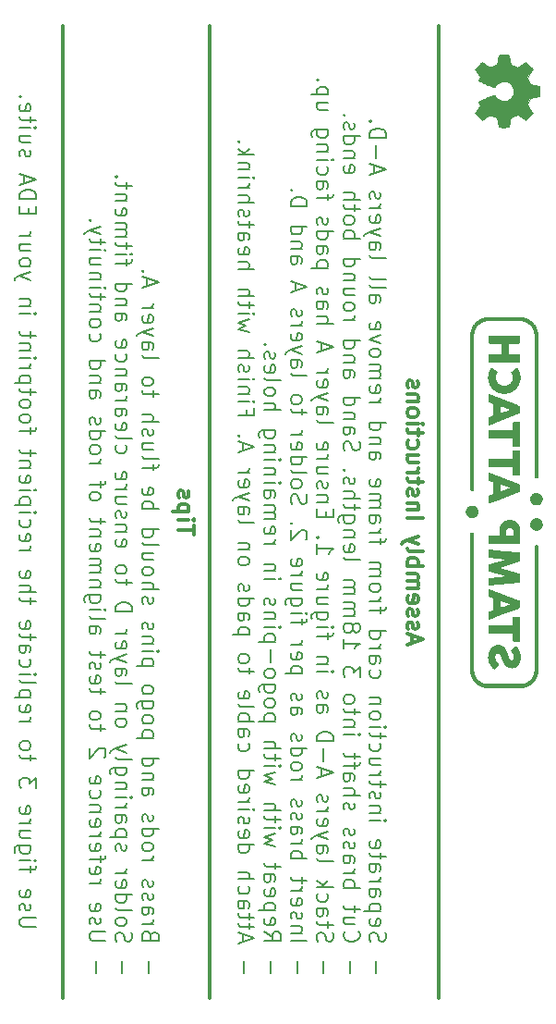
<source format=gbo>
G04 #@! TF.GenerationSoftware,KiCad,Pcbnew,(6.0.2-0)*
G04 #@! TF.CreationDate,2022-08-08T09:45:33+12:00*
G04 #@! TF.ProjectId,stamp_attach,7374616d-705f-4617-9474-6163682e6b69,rev?*
G04 #@! TF.SameCoordinates,Original*
G04 #@! TF.FileFunction,Legend,Bot*
G04 #@! TF.FilePolarity,Positive*
%FSLAX46Y46*%
G04 Gerber Fmt 4.6, Leading zero omitted, Abs format (unit mm)*
G04 Created by KiCad (PCBNEW (6.0.2-0)) date 2022-08-08 09:45:33*
%MOMM*%
%LPD*%
G01*
G04 APERTURE LIST*
G04 Aperture macros list*
%AMFreePoly0*
4,1,32,0.280000,0.504858,0.355383,0.504398,0.493921,0.462967,0.615261,0.384317,0.709651,0.274773,0.769501,0.143140,0.790000,0.000000,0.789848,-0.012460,0.765857,-0.155057,0.702809,-0.285188,0.605772,-0.392394,0.482545,-0.468055,0.343037,-0.506089,0.280000,-0.504934,0.280000,-0.510000,0.000000,-0.510000,0.000000,-0.504934,-0.081539,-0.503439,-0.219561,-0.460318,-0.339932,-0.380193,
-0.432976,-0.269504,-0.491213,-0.137149,-0.509962,0.006231,-0.487715,0.149110,-0.426262,0.280002,-0.330541,0.388385,-0.208249,0.465545,-0.069215,0.505281,0.000000,0.504858,0.000000,0.510000,0.280000,0.510000,0.280000,0.504858,0.280000,0.504858,$1*%
%AMFreePoly1*
4,1,24,0.750000,-0.499999,0.500000,-0.500000,0.350416,-0.350416,0.319385,-0.384700,0.198574,-0.458877,0.061801,-0.496166,-0.079941,-0.493568,-0.215256,-0.451293,-0.333266,-0.372738,-0.424486,-0.264219,-0.481581,-0.134460,-0.499963,0.006109,-0.478152,0.146187,-0.417904,0.274511,-0.324060,0.380769,-0.204165,0.456417,-0.067858,0.495374,0.073905,0.494508,0.209726,0.453889,0.328688,0.376783,
0.350948,0.350948,0.500000,0.500000,0.750000,0.499999,0.750000,-0.499999,0.750000,-0.499999,$1*%
G04 Aperture macros list end*
%ADD10C,0.000000*%
%ADD11C,0.300000*%
%ADD12C,0.200000*%
%ADD13C,0.010000*%
%ADD14C,0.006000*%
%ADD15C,0.150000*%
%ADD16C,0.500000*%
%ADD17C,1.000000*%
%ADD18C,0.700000*%
%ADD19FreePoly0,90.000000*%
%ADD20FreePoly0,270.000000*%
%ADD21FreePoly1,225.000000*%
%ADD22FreePoly1,0.000000*%
%ADD23FreePoly1,135.000000*%
%ADD24FreePoly0,180.000000*%
%ADD25FreePoly0,0.000000*%
%ADD26FreePoly1,315.000000*%
%ADD27FreePoly1,90.000000*%
G04 APERTURE END LIST*
D10*
G36*
X148568334Y-101927775D02*
G01*
X148597636Y-101929993D01*
X148626512Y-101933651D01*
X148654927Y-101938714D01*
X148682843Y-101945146D01*
X148710225Y-101952909D01*
X148737036Y-101961969D01*
X148763240Y-101972288D01*
X148788801Y-101983831D01*
X148813683Y-101996561D01*
X148837849Y-102010442D01*
X148861263Y-102025438D01*
X148883889Y-102041513D01*
X148905691Y-102058630D01*
X148926632Y-102076753D01*
X148946676Y-102095846D01*
X148965786Y-102115873D01*
X148983928Y-102136798D01*
X149001064Y-102158583D01*
X149017158Y-102181194D01*
X149032174Y-102204593D01*
X149046075Y-102228745D01*
X149058826Y-102253614D01*
X149070390Y-102279162D01*
X149080731Y-102305355D01*
X149089813Y-102332155D01*
X149097599Y-102359527D01*
X149104053Y-102387434D01*
X149109139Y-102415840D01*
X149112821Y-102444708D01*
X149115062Y-102474004D01*
X149115826Y-102503659D01*
X149115130Y-102532252D01*
X149113026Y-102560683D01*
X149109536Y-102588873D01*
X149104678Y-102616775D01*
X149098472Y-102644341D01*
X149090938Y-102671523D01*
X149082094Y-102698275D01*
X149071962Y-102724548D01*
X149060561Y-102750296D01*
X149047909Y-102775471D01*
X149034027Y-102800026D01*
X149018935Y-102823913D01*
X149002652Y-102847085D01*
X148985197Y-102869495D01*
X148966590Y-102891094D01*
X148946851Y-102911837D01*
X148926108Y-102931576D01*
X148904508Y-102950183D01*
X148882099Y-102967638D01*
X148858927Y-102983921D01*
X148835040Y-102999014D01*
X148810485Y-103012896D01*
X148785310Y-103025547D01*
X148759563Y-103036949D01*
X148733289Y-103047081D01*
X148706538Y-103055924D01*
X148679356Y-103063459D01*
X148651790Y-103069665D01*
X148623889Y-103074523D01*
X148595699Y-103078014D01*
X148567267Y-103080118D01*
X148538642Y-103080815D01*
X148508960Y-103080050D01*
X148479669Y-103077808D01*
X148450804Y-103074126D01*
X148422401Y-103069039D01*
X148394497Y-103062584D01*
X148367129Y-103054798D01*
X148340331Y-103045716D01*
X148314141Y-103035375D01*
X148288595Y-103023810D01*
X148263729Y-103011059D01*
X148239579Y-102997158D01*
X148216182Y-102982142D01*
X148193573Y-102966049D01*
X148171789Y-102948913D01*
X148150866Y-102930772D01*
X148130841Y-102911662D01*
X148111749Y-102891619D01*
X148093627Y-102870679D01*
X148076511Y-102848879D01*
X148060438Y-102826255D01*
X148045443Y-102802842D01*
X148031563Y-102778678D01*
X148018834Y-102753799D01*
X148007292Y-102728241D01*
X147996974Y-102702039D01*
X147987915Y-102675231D01*
X147980152Y-102647853D01*
X147973722Y-102619940D01*
X147968660Y-102591530D01*
X147965002Y-102562658D01*
X147962786Y-102533360D01*
X147962047Y-102503674D01*
X147962813Y-102474005D01*
X147965055Y-102444727D01*
X147968734Y-102415874D01*
X147973817Y-102387484D01*
X147980265Y-102359592D01*
X147988044Y-102332235D01*
X147997116Y-102305448D01*
X148007446Y-102279268D01*
X148018998Y-102253732D01*
X148031735Y-102228874D01*
X148045621Y-102204732D01*
X148060621Y-102181341D01*
X148076697Y-102158738D01*
X148093814Y-102136959D01*
X148111935Y-102116040D01*
X148131025Y-102096017D01*
X148151046Y-102076926D01*
X148171964Y-102058804D01*
X148193742Y-102041686D01*
X148216344Y-102025610D01*
X148239733Y-102010610D01*
X148263873Y-101996723D01*
X148288728Y-101983986D01*
X148314263Y-101972434D01*
X148340440Y-101962104D01*
X148367224Y-101953031D01*
X148394578Y-101945253D01*
X148422467Y-101938804D01*
X148450854Y-101933722D01*
X148479703Y-101930042D01*
X148508978Y-101927801D01*
X148538642Y-101927035D01*
X148568334Y-101927775D01*
G37*
G36*
X152853663Y-94281606D02*
G01*
X152858772Y-94282368D01*
X152863713Y-94283312D01*
X152868488Y-94284439D01*
X152873094Y-94285748D01*
X152877534Y-94287241D01*
X152881805Y-94288916D01*
X152885909Y-94290774D01*
X152889846Y-94292814D01*
X152893615Y-94295038D01*
X152897217Y-94297444D01*
X152900651Y-94300033D01*
X152903917Y-94302805D01*
X152907016Y-94305759D01*
X152909947Y-94308896D01*
X152912711Y-94312216D01*
X152915307Y-94315658D01*
X152917736Y-94319161D01*
X152919998Y-94322725D01*
X152922092Y-94326349D01*
X152924018Y-94330035D01*
X152925777Y-94333781D01*
X152927369Y-94337589D01*
X152928792Y-94341457D01*
X152930049Y-94345386D01*
X152931138Y-94349376D01*
X152932059Y-94353427D01*
X152932813Y-94357539D01*
X152933400Y-94361712D01*
X152933818Y-94365946D01*
X152934070Y-94370241D01*
X152934154Y-94374596D01*
X152934154Y-96474011D01*
X152934062Y-96478839D01*
X152933788Y-96483575D01*
X152933331Y-96488220D01*
X152932692Y-96492773D01*
X152931869Y-96497236D01*
X152930864Y-96501606D01*
X152929676Y-96505886D01*
X152928306Y-96510074D01*
X152926752Y-96514170D01*
X152925016Y-96518176D01*
X152923097Y-96522090D01*
X152920996Y-96525912D01*
X152918711Y-96529643D01*
X152916244Y-96533283D01*
X152913594Y-96536831D01*
X152910762Y-96540287D01*
X152907777Y-96543356D01*
X152904670Y-96546227D01*
X152901441Y-96548899D01*
X152898090Y-96551374D01*
X152894618Y-96553651D01*
X152891024Y-96555730D01*
X152887308Y-96557611D01*
X152883470Y-96559294D01*
X152879510Y-96560779D01*
X152875429Y-96562066D01*
X152871226Y-96563155D01*
X152866901Y-96564046D01*
X152862454Y-96564739D01*
X152857885Y-96565234D01*
X152853194Y-96565531D01*
X152848382Y-96565630D01*
X152363008Y-96565630D01*
X152357007Y-96565531D01*
X152351189Y-96565234D01*
X152345555Y-96564739D01*
X152340103Y-96564046D01*
X152334833Y-96563155D01*
X152329747Y-96562066D01*
X152324843Y-96560779D01*
X152320122Y-96559294D01*
X152315584Y-96557611D01*
X152311228Y-96555730D01*
X152307056Y-96553651D01*
X152303066Y-96551374D01*
X152299259Y-96548899D01*
X152295634Y-96546227D01*
X152292193Y-96543356D01*
X152288934Y-96540287D01*
X152285865Y-96536831D01*
X152282994Y-96533282D01*
X152280321Y-96529643D01*
X152277846Y-96525912D01*
X152275569Y-96522089D01*
X152273490Y-96518175D01*
X152271609Y-96514170D01*
X152269927Y-96510073D01*
X152268442Y-96505885D01*
X152267155Y-96501606D01*
X152266066Y-96497235D01*
X152265175Y-96492773D01*
X152264482Y-96488219D01*
X152263987Y-96483574D01*
X152263690Y-96478838D01*
X152263591Y-96474011D01*
X152263591Y-95803444D01*
X150131040Y-95803444D01*
X150126212Y-95803330D01*
X150121475Y-95802988D01*
X150116830Y-95802417D01*
X150112276Y-95801617D01*
X150107814Y-95800589D01*
X150103443Y-95799333D01*
X150099164Y-95797848D01*
X150094976Y-95796135D01*
X150090879Y-95794194D01*
X150086874Y-95792023D01*
X150082960Y-95789625D01*
X150079138Y-95786998D01*
X150075406Y-95784142D01*
X150071767Y-95781058D01*
X150068218Y-95777746D01*
X150064761Y-95774205D01*
X150061693Y-95770535D01*
X150058822Y-95766834D01*
X150056149Y-95763103D01*
X150053675Y-95759341D01*
X150051398Y-95755549D01*
X150049319Y-95751727D01*
X150047438Y-95747874D01*
X150045756Y-95743991D01*
X150044271Y-95740077D01*
X150042984Y-95736133D01*
X150041895Y-95732158D01*
X150041004Y-95728153D01*
X150040311Y-95724117D01*
X150039816Y-95720051D01*
X150039519Y-95715954D01*
X150039420Y-95711827D01*
X150039420Y-95138726D01*
X150039527Y-95133670D01*
X150039847Y-95128736D01*
X150040380Y-95123924D01*
X150041126Y-95119233D01*
X150042085Y-95114665D01*
X150043258Y-95110218D01*
X150044643Y-95105893D01*
X150046242Y-95101689D01*
X150048055Y-95097608D01*
X150050080Y-95093648D01*
X150052319Y-95089810D01*
X150054771Y-95086094D01*
X150057436Y-95082500D01*
X150060314Y-95079028D01*
X150063406Y-95075678D01*
X150066710Y-95072449D01*
X150070388Y-95069381D01*
X150074112Y-95066510D01*
X150077881Y-95063837D01*
X150081695Y-95061363D01*
X150085556Y-95059086D01*
X150089462Y-95057007D01*
X150093414Y-95055126D01*
X150097411Y-95053444D01*
X150101454Y-95051959D01*
X150105543Y-95050672D01*
X150109678Y-95049583D01*
X150113858Y-95048692D01*
X150118084Y-95047999D01*
X150122355Y-95047504D01*
X150126673Y-95047207D01*
X150131036Y-95047108D01*
X152263589Y-95047108D01*
X152263589Y-94374594D01*
X152263711Y-94369074D01*
X152264076Y-94363720D01*
X152264685Y-94358535D01*
X152265538Y-94353517D01*
X152266635Y-94348667D01*
X152267975Y-94343984D01*
X152269559Y-94339468D01*
X152271387Y-94335120D01*
X152273458Y-94330940D01*
X152275773Y-94326927D01*
X152278331Y-94323082D01*
X152281134Y-94319404D01*
X152284180Y-94315894D01*
X152287469Y-94312551D01*
X152291003Y-94309376D01*
X152294780Y-94306368D01*
X152298929Y-94303300D01*
X152303094Y-94300429D01*
X152307275Y-94297757D01*
X152311470Y-94295282D01*
X152315681Y-94293005D01*
X152319906Y-94290926D01*
X152324148Y-94289046D01*
X152328404Y-94287363D01*
X152332676Y-94285878D01*
X152336962Y-94284591D01*
X152341265Y-94283502D01*
X152345582Y-94282611D01*
X152349914Y-94281918D01*
X152354262Y-94281423D01*
X152358625Y-94281126D01*
X152363004Y-94281027D01*
X152848386Y-94281027D01*
X152853663Y-94281606D01*
G37*
D11*
X145500001Y-147000001D02*
X145500001Y-58000001D01*
X111000003Y-147000000D02*
X111000003Y-58000000D01*
D10*
G36*
X154462584Y-103083308D02*
G01*
X154491025Y-103085415D01*
X154519224Y-103088909D01*
X154547132Y-103093770D01*
X154574704Y-103099979D01*
X154601890Y-103107517D01*
X154628645Y-103116363D01*
X154654921Y-103126498D01*
X154680670Y-103137902D01*
X154705846Y-103150557D01*
X154730400Y-103164441D01*
X154754287Y-103179537D01*
X154777458Y-103195823D01*
X154799866Y-103213280D01*
X154821464Y-103231890D01*
X154842204Y-103251631D01*
X154861941Y-103272376D01*
X154880545Y-103293978D01*
X154897998Y-103316390D01*
X154914279Y-103339564D01*
X154929369Y-103363453D01*
X154943248Y-103388009D01*
X154955897Y-103413186D01*
X154967296Y-103438935D01*
X154977425Y-103465209D01*
X154986265Y-103491962D01*
X154993797Y-103519145D01*
X155000000Y-103546711D01*
X155004855Y-103574613D01*
X155008342Y-103602804D01*
X155010443Y-103631236D01*
X155011136Y-103659848D01*
X155010369Y-103689483D01*
X155008124Y-103718778D01*
X155004439Y-103747646D01*
X154999350Y-103776051D01*
X154992892Y-103803957D01*
X154985103Y-103831327D01*
X154976019Y-103858126D01*
X154965675Y-103884317D01*
X154954109Y-103909864D01*
X154941355Y-103934731D01*
X154927452Y-103958881D01*
X154912434Y-103982279D01*
X154896338Y-104004888D01*
X154879201Y-104026671D01*
X154861058Y-104047593D01*
X154841947Y-104067618D01*
X154821902Y-104086709D01*
X154800961Y-104104829D01*
X154779159Y-104121944D01*
X154756534Y-104138016D01*
X154733121Y-104153009D01*
X154708956Y-104166887D01*
X154684076Y-104179615D01*
X154658516Y-104191154D01*
X154632314Y-104201471D01*
X154605506Y-104210527D01*
X154578127Y-104218288D01*
X154550215Y-104224716D01*
X154521804Y-104229776D01*
X154492932Y-104233431D01*
X154463635Y-104235645D01*
X154433949Y-104236382D01*
X154404290Y-104235618D01*
X154375020Y-104233379D01*
X154346175Y-104229702D01*
X154317791Y-104224623D01*
X154289906Y-104218177D01*
X154262554Y-104210401D01*
X154235773Y-104201331D01*
X154209598Y-104191003D01*
X154184065Y-104179454D01*
X154159211Y-104166719D01*
X154135072Y-104152835D01*
X154111684Y-104137838D01*
X154089083Y-104121765D01*
X154067305Y-104104650D01*
X154046387Y-104086531D01*
X154026365Y-104067443D01*
X154007275Y-104047423D01*
X153989153Y-104026507D01*
X153972035Y-104004731D01*
X153955957Y-103982132D01*
X153940956Y-103958744D01*
X153927069Y-103934606D01*
X153914330Y-103909752D01*
X153902776Y-103884219D01*
X153892443Y-103858043D01*
X153883369Y-103831260D01*
X153875587Y-103803907D01*
X153869136Y-103776019D01*
X153864051Y-103747633D01*
X153860368Y-103718785D01*
X153858124Y-103689511D01*
X153857354Y-103659848D01*
X153858091Y-103630157D01*
X153860305Y-103600855D01*
X153863960Y-103571979D01*
X153869020Y-103543565D01*
X153875448Y-103515648D01*
X153883209Y-103488266D01*
X153892265Y-103461454D01*
X153902582Y-103435250D01*
X153914122Y-103409688D01*
X153926849Y-103384805D01*
X153940728Y-103360638D01*
X153955721Y-103337222D01*
X153971793Y-103314595D01*
X153988908Y-103292792D01*
X154007029Y-103271849D01*
X154026120Y-103251803D01*
X154046145Y-103232690D01*
X154067068Y-103214546D01*
X154088852Y-103197408D01*
X154111461Y-103181312D01*
X154134859Y-103166293D01*
X154159009Y-103152389D01*
X154183877Y-103139636D01*
X154209424Y-103128069D01*
X154235616Y-103117725D01*
X154262415Y-103108640D01*
X154289786Y-103100851D01*
X154317693Y-103094394D01*
X154346098Y-103089305D01*
X154374967Y-103085620D01*
X154404262Y-103083375D01*
X154433948Y-103082608D01*
X154462584Y-103083308D01*
G37*
G36*
X150808212Y-106017527D02*
G01*
X151485600Y-106088677D01*
X152848172Y-106227078D01*
X152852749Y-106227664D01*
X152857219Y-106228448D01*
X152861582Y-106229431D01*
X152865839Y-106230611D01*
X152869989Y-106231989D01*
X152874032Y-106233566D01*
X152877969Y-106235340D01*
X152881799Y-106237312D01*
X152885523Y-106239482D01*
X152889140Y-106241850D01*
X152892650Y-106244416D01*
X152896054Y-106247181D01*
X152899351Y-106250143D01*
X152902542Y-106253303D01*
X152905625Y-106256660D01*
X152908603Y-106260216D01*
X152911671Y-106263658D01*
X152914542Y-106267161D01*
X152917214Y-106270725D01*
X152919689Y-106274349D01*
X152921966Y-106278035D01*
X152924045Y-106281781D01*
X152925925Y-106285588D01*
X152927608Y-106289457D01*
X152929093Y-106293386D01*
X152930380Y-106297376D01*
X152931469Y-106301427D01*
X152932360Y-106305539D01*
X152933053Y-106309711D01*
X152933548Y-106313945D01*
X152933845Y-106318240D01*
X152933944Y-106322595D01*
X152933944Y-106989261D01*
X152933654Y-106998102D01*
X152933293Y-107002390D01*
X152932786Y-107006592D01*
X152932135Y-107010706D01*
X152931339Y-107014732D01*
X152930399Y-107018670D01*
X152929314Y-107022521D01*
X152928084Y-107026285D01*
X152926710Y-107029961D01*
X152925191Y-107033549D01*
X152923527Y-107037050D01*
X152921718Y-107040463D01*
X152919765Y-107043789D01*
X152917667Y-107047027D01*
X152915425Y-107050177D01*
X152913037Y-107053240D01*
X152910505Y-107056216D01*
X152907829Y-107059103D01*
X152905008Y-107061904D01*
X152902042Y-107064616D01*
X152898931Y-107067241D01*
X152895676Y-107069779D01*
X152892276Y-107072229D01*
X152888731Y-107074591D01*
X152885042Y-107076866D01*
X152877229Y-107081153D01*
X152868838Y-107085090D01*
X152859868Y-107088676D01*
X151089889Y-107622790D01*
X152859868Y-108153004D01*
X152868838Y-108155882D01*
X152877229Y-108159157D01*
X152885042Y-108162827D01*
X152892276Y-108166893D01*
X152895676Y-108169074D01*
X152898931Y-108171355D01*
X152902042Y-108173734D01*
X152905008Y-108176213D01*
X152907829Y-108178790D01*
X152910505Y-108181467D01*
X152913037Y-108184242D01*
X152915425Y-108187117D01*
X152917667Y-108190090D01*
X152919765Y-108193163D01*
X152921718Y-108196334D01*
X152923527Y-108199605D01*
X152925191Y-108202974D01*
X152926710Y-108206442D01*
X152928084Y-108210010D01*
X152929314Y-108213676D01*
X152930399Y-108217442D01*
X152931339Y-108221306D01*
X152932135Y-108225269D01*
X152932786Y-108229332D01*
X152933654Y-108237753D01*
X152933944Y-108246571D01*
X152933944Y-108921035D01*
X152933845Y-108926320D01*
X152933548Y-108931452D01*
X152933053Y-108936432D01*
X152932360Y-108941260D01*
X152931469Y-108945935D01*
X152930380Y-108950459D01*
X152929093Y-108954829D01*
X152927608Y-108959048D01*
X152925925Y-108963114D01*
X152924045Y-108967028D01*
X152921966Y-108970789D01*
X152919689Y-108974399D01*
X152917214Y-108977856D01*
X152914542Y-108981160D01*
X152911671Y-108984313D01*
X152908603Y-108987313D01*
X152905397Y-108990160D01*
X152902115Y-108992856D01*
X152898757Y-108995399D01*
X152895322Y-108997790D01*
X152891812Y-109000028D01*
X152888225Y-109002115D01*
X152884562Y-109004049D01*
X152880824Y-109005831D01*
X152877009Y-109007460D01*
X152873118Y-109008937D01*
X152869150Y-109010262D01*
X152865107Y-109011435D01*
X152860987Y-109012455D01*
X152856792Y-109013324D01*
X152852520Y-109014040D01*
X152848172Y-109014603D01*
X150124976Y-109293356D01*
X150119699Y-109293275D01*
X150114590Y-109293029D01*
X150109648Y-109292620D01*
X150104874Y-109292047D01*
X150100267Y-109291310D01*
X150095828Y-109290410D01*
X150091556Y-109289345D01*
X150087452Y-109288118D01*
X150083515Y-109286726D01*
X150079746Y-109285171D01*
X150076144Y-109283452D01*
X150072710Y-109281569D01*
X150069443Y-109279523D01*
X150066344Y-109277312D01*
X150063413Y-109274939D01*
X150060649Y-109272401D01*
X150058052Y-109269700D01*
X150055623Y-109266835D01*
X150053362Y-109263806D01*
X150051268Y-109260614D01*
X150049341Y-109257257D01*
X150047582Y-109253738D01*
X150045991Y-109250054D01*
X150044567Y-109246207D01*
X150043311Y-109242196D01*
X150042222Y-109238021D01*
X150041300Y-109233683D01*
X150040547Y-109229181D01*
X150039960Y-109224515D01*
X150039542Y-109219685D01*
X150039290Y-109214692D01*
X150039207Y-109209535D01*
X150039207Y-108657878D01*
X150039290Y-108652238D01*
X150039542Y-108646769D01*
X150039960Y-108641471D01*
X150040547Y-108636345D01*
X150041300Y-108631390D01*
X150042222Y-108626606D01*
X150043311Y-108621993D01*
X150044567Y-108617552D01*
X150045991Y-108613282D01*
X150047582Y-108609184D01*
X150049341Y-108605257D01*
X150051268Y-108601501D01*
X150053362Y-108597916D01*
X150055623Y-108594503D01*
X150058052Y-108591261D01*
X150060649Y-108588191D01*
X150063413Y-108585292D01*
X150066344Y-108582564D01*
X150069443Y-108580007D01*
X150072710Y-108577622D01*
X150076144Y-108575408D01*
X150079746Y-108573365D01*
X150083515Y-108571494D01*
X150087452Y-108569794D01*
X150091556Y-108568266D01*
X150095828Y-108566908D01*
X150100267Y-108565722D01*
X150104874Y-108564708D01*
X150109648Y-108563864D01*
X150114590Y-108563192D01*
X150119699Y-108562692D01*
X150124976Y-108562362D01*
X151627900Y-108392771D01*
X150115232Y-107954174D01*
X150112528Y-107953840D01*
X150109779Y-107953322D01*
X150106985Y-107952621D01*
X150104144Y-107951738D01*
X150101258Y-107950672D01*
X150098327Y-107949423D01*
X150095349Y-107947992D01*
X150092326Y-107946378D01*
X150089257Y-107944581D01*
X150086143Y-107942601D01*
X150082983Y-107940438D01*
X150079777Y-107938093D01*
X150076525Y-107935565D01*
X150073228Y-107932854D01*
X150069885Y-107929960D01*
X150066497Y-107926884D01*
X150063428Y-107923488D01*
X150060558Y-107920123D01*
X150057885Y-107916787D01*
X150055410Y-107913483D01*
X150053134Y-107910209D01*
X150051055Y-107906965D01*
X150049174Y-107903751D01*
X150047491Y-107900569D01*
X150046006Y-107897416D01*
X150044720Y-107894294D01*
X150043631Y-107891203D01*
X150042740Y-107888142D01*
X150042047Y-107885111D01*
X150041552Y-107882111D01*
X150041255Y-107879141D01*
X150041156Y-107876202D01*
X150041156Y-107363531D01*
X150041262Y-107360606D01*
X150041582Y-107357682D01*
X150042115Y-107354758D01*
X150042861Y-107351834D01*
X150043821Y-107348910D01*
X150044993Y-107345986D01*
X150046379Y-107343062D01*
X150047978Y-107340139D01*
X150049790Y-107337215D01*
X150051816Y-107334291D01*
X150054054Y-107331367D01*
X150056506Y-107328443D01*
X150059171Y-107325519D01*
X150062050Y-107322595D01*
X150065141Y-107319671D01*
X150068446Y-107316747D01*
X150071827Y-107313664D01*
X150075147Y-107310747D01*
X150078405Y-107307999D01*
X150081604Y-107305418D01*
X150084741Y-107303004D01*
X150087817Y-107300758D01*
X150090832Y-107298679D01*
X150093787Y-107296768D01*
X150096681Y-107295024D01*
X150099513Y-107293448D01*
X150102285Y-107292039D01*
X150104996Y-107290797D01*
X150107646Y-107289724D01*
X150110235Y-107288817D01*
X150112763Y-107288079D01*
X150115230Y-107287507D01*
X151631799Y-106848911D01*
X150124976Y-106679321D01*
X150114590Y-106678498D01*
X150109648Y-106677836D01*
X150104874Y-106677006D01*
X150100267Y-106676008D01*
X150095828Y-106674843D01*
X150091556Y-106673511D01*
X150087452Y-106672010D01*
X150083515Y-106670343D01*
X150079746Y-106668508D01*
X150076144Y-106666505D01*
X150072710Y-106664335D01*
X150069443Y-106661997D01*
X150066344Y-106659492D01*
X150063413Y-106656819D01*
X150060649Y-106653979D01*
X150058052Y-106650971D01*
X150055623Y-106647796D01*
X150053362Y-106644453D01*
X150051268Y-106640943D01*
X150049341Y-106637265D01*
X150047582Y-106633420D01*
X150045991Y-106629407D01*
X150044567Y-106625227D01*
X150043311Y-106620879D01*
X150042222Y-106616363D01*
X150041300Y-106611680D01*
X150040547Y-106606830D01*
X150039960Y-106601812D01*
X150039542Y-106596626D01*
X150039207Y-106585753D01*
X150039207Y-106034096D01*
X150039281Y-106028819D01*
X150039503Y-106023710D01*
X150039875Y-106018768D01*
X150040394Y-106013994D01*
X150041063Y-106009387D01*
X150041879Y-106004948D01*
X150042844Y-106000676D01*
X150043958Y-105996572D01*
X150045220Y-105992635D01*
X150046631Y-105988866D01*
X150048190Y-105985264D01*
X150049897Y-105981830D01*
X150051753Y-105978563D01*
X150053758Y-105975464D01*
X150055911Y-105972533D01*
X150058212Y-105969769D01*
X150060662Y-105967172D01*
X150063261Y-105964743D01*
X150066008Y-105962482D01*
X150068903Y-105960388D01*
X150071947Y-105958461D01*
X150075139Y-105956702D01*
X150078480Y-105955111D01*
X150081969Y-105953687D01*
X150085607Y-105952431D01*
X150089394Y-105951342D01*
X150093328Y-105950420D01*
X150097412Y-105949667D01*
X150101643Y-105949080D01*
X150106024Y-105948662D01*
X150110552Y-105948410D01*
X150115230Y-105948327D01*
X150124976Y-105948327D01*
X150808212Y-106017527D01*
G37*
G36*
X153020927Y-84669764D02*
G01*
X153106453Y-84676297D01*
X153190755Y-84687053D01*
X153273726Y-84701927D01*
X153355259Y-84720810D01*
X153435247Y-84743596D01*
X153513582Y-84770177D01*
X153590158Y-84800447D01*
X153664867Y-84834297D01*
X153737603Y-84871622D01*
X153808258Y-84912313D01*
X153876724Y-84956265D01*
X153942895Y-85003368D01*
X154006664Y-85053517D01*
X154067923Y-85106605D01*
X154126565Y-85162523D01*
X154182484Y-85221165D01*
X154235571Y-85282424D01*
X154285720Y-85346192D01*
X154332824Y-85412363D01*
X154376775Y-85480829D01*
X154417466Y-85551484D01*
X154454791Y-85624219D01*
X154488641Y-85698928D01*
X154518911Y-85775504D01*
X154545491Y-85853839D01*
X154568277Y-85933827D01*
X154587159Y-86015360D01*
X154602032Y-86098330D01*
X154612788Y-86182632D01*
X154619320Y-86268158D01*
X154621520Y-86354800D01*
X154621520Y-99271321D01*
X154621294Y-99280624D01*
X154620610Y-99289865D01*
X154619476Y-99299026D01*
X154617897Y-99308095D01*
X154615880Y-99317053D01*
X154613431Y-99325888D01*
X154610557Y-99334582D01*
X154607264Y-99343121D01*
X154603559Y-99351489D01*
X154599447Y-99359671D01*
X154594935Y-99367651D01*
X154590030Y-99375414D01*
X154584738Y-99382945D01*
X154579066Y-99390229D01*
X154573019Y-99397249D01*
X154566604Y-99403990D01*
X154559862Y-99410405D01*
X154552842Y-99416452D01*
X154545559Y-99422125D01*
X154538028Y-99427417D01*
X154530264Y-99432322D01*
X154522284Y-99436833D01*
X154514102Y-99440944D01*
X154505734Y-99444650D01*
X154497195Y-99447943D01*
X154488501Y-99450817D01*
X154479667Y-99453265D01*
X154470708Y-99455282D01*
X154461640Y-99456861D01*
X154452478Y-99457996D01*
X154443238Y-99458680D01*
X154433934Y-99458907D01*
X154424627Y-99458679D01*
X154415384Y-99457994D01*
X154406220Y-99456859D01*
X154397150Y-99455279D01*
X154388189Y-99453261D01*
X154379354Y-99450812D01*
X154370658Y-99447937D01*
X154362119Y-99444643D01*
X154353750Y-99440937D01*
X154345568Y-99436824D01*
X154337588Y-99432312D01*
X154329825Y-99427406D01*
X154322294Y-99422113D01*
X154315012Y-99416439D01*
X154307992Y-99410391D01*
X154301251Y-99403975D01*
X154294837Y-99397233D01*
X154288790Y-99390212D01*
X154283118Y-99382928D01*
X154277827Y-99375397D01*
X154272923Y-99367633D01*
X154268412Y-99359652D01*
X154264302Y-99351470D01*
X154260597Y-99343101D01*
X154257305Y-99334562D01*
X154254432Y-99325867D01*
X154251984Y-99317033D01*
X154249968Y-99308074D01*
X154248390Y-99299006D01*
X154247257Y-99289844D01*
X154246574Y-99280603D01*
X154246348Y-99271300D01*
X154246348Y-86354800D01*
X154244649Y-86287065D01*
X154239603Y-86220243D01*
X154231291Y-86154417D01*
X154219795Y-86089667D01*
X154205196Y-86026074D01*
X154187575Y-85963718D01*
X154167012Y-85902683D01*
X154143589Y-85843047D01*
X154117388Y-85784893D01*
X154088488Y-85728302D01*
X154056972Y-85673354D01*
X154022920Y-85620131D01*
X153986414Y-85568714D01*
X153947534Y-85519183D01*
X153906362Y-85471621D01*
X153862979Y-85426107D01*
X153817465Y-85382724D01*
X153769902Y-85341552D01*
X153720372Y-85302672D01*
X153668954Y-85266166D01*
X153615731Y-85232115D01*
X153560783Y-85200598D01*
X153504191Y-85171699D01*
X153446037Y-85145497D01*
X153386401Y-85122075D01*
X153325366Y-85101512D01*
X153263011Y-85083890D01*
X153199417Y-85069290D01*
X153134667Y-85057794D01*
X153068841Y-85049482D01*
X153002020Y-85044435D01*
X152934285Y-85042735D01*
X150038856Y-85042735D01*
X149971118Y-85044435D01*
X149904292Y-85049482D01*
X149838459Y-85057794D01*
X149773699Y-85069290D01*
X149710094Y-85083890D01*
X149647725Y-85101511D01*
X149586673Y-85122074D01*
X149527020Y-85145497D01*
X149468848Y-85171698D01*
X149412236Y-85200598D01*
X149357267Y-85232114D01*
X149304022Y-85266165D01*
X149252582Y-85302671D01*
X149203029Y-85341551D01*
X149155443Y-85382723D01*
X149109905Y-85426106D01*
X149066498Y-85471619D01*
X149025303Y-85519182D01*
X148986400Y-85568712D01*
X148949871Y-85620129D01*
X148915797Y-85673352D01*
X148884260Y-85728300D01*
X148855340Y-85784892D01*
X148829120Y-85843046D01*
X148805680Y-85902681D01*
X148785101Y-85963717D01*
X148767465Y-86026072D01*
X148752854Y-86089666D01*
X148741347Y-86154416D01*
X148733028Y-86220243D01*
X148727976Y-86287064D01*
X148726274Y-86354800D01*
X148726274Y-100426806D01*
X148726047Y-100436109D01*
X148725364Y-100445350D01*
X148724229Y-100454512D01*
X148722650Y-100463580D01*
X148720634Y-100472539D01*
X148718185Y-100481373D01*
X148715311Y-100490067D01*
X148712018Y-100498606D01*
X148708313Y-100506974D01*
X148704201Y-100515155D01*
X148699690Y-100523136D01*
X148694785Y-100530899D01*
X148689493Y-100538429D01*
X148683820Y-100545712D01*
X148677772Y-100552732D01*
X148671357Y-100559473D01*
X148664616Y-100565889D01*
X148657595Y-100571936D01*
X148650312Y-100577609D01*
X148642781Y-100582901D01*
X148635018Y-100587806D01*
X148627038Y-100592317D01*
X148618856Y-100596429D01*
X148610488Y-100600135D01*
X148601949Y-100603427D01*
X148593255Y-100606301D01*
X148584420Y-100608750D01*
X148575461Y-100610767D01*
X148566393Y-100612345D01*
X148557231Y-100613480D01*
X148547991Y-100614163D01*
X148538688Y-100614390D01*
X148529381Y-100614163D01*
X148520137Y-100613478D01*
X148510973Y-100612343D01*
X148501902Y-100610764D01*
X148492942Y-100608746D01*
X148484106Y-100606296D01*
X148475411Y-100603422D01*
X148466872Y-100600128D01*
X148458503Y-100596422D01*
X148450321Y-100592309D01*
X148442341Y-100587797D01*
X148434578Y-100582891D01*
X148427048Y-100577598D01*
X148419765Y-100571924D01*
X148412746Y-100565876D01*
X148406005Y-100559460D01*
X148399590Y-100552718D01*
X148393544Y-100545697D01*
X148387872Y-100538413D01*
X148382581Y-100530882D01*
X148377676Y-100523118D01*
X148373166Y-100515137D01*
X148369055Y-100506955D01*
X148365350Y-100498586D01*
X148362059Y-100490047D01*
X148359186Y-100481353D01*
X148356738Y-100472518D01*
X148354722Y-100463559D01*
X148353144Y-100454491D01*
X148352010Y-100445329D01*
X148351328Y-100436088D01*
X148351102Y-100426785D01*
X148351102Y-86354800D01*
X148353306Y-86268157D01*
X148359844Y-86182632D01*
X148370609Y-86098330D01*
X148385492Y-86015358D01*
X148404388Y-85933825D01*
X148427188Y-85853838D01*
X148453785Y-85775502D01*
X148484072Y-85698926D01*
X148517942Y-85624217D01*
X148555287Y-85551482D01*
X148596000Y-85480828D01*
X148639973Y-85412362D01*
X148687099Y-85346191D01*
X148737272Y-85282422D01*
X148790382Y-85221163D01*
X148846324Y-85162521D01*
X148904990Y-85106603D01*
X148966273Y-85053516D01*
X149030064Y-85003367D01*
X149096258Y-84956264D01*
X149164746Y-84912313D01*
X149235421Y-84871621D01*
X149308176Y-84834297D01*
X149382904Y-84800446D01*
X149459496Y-84770177D01*
X149537847Y-84743596D01*
X149617848Y-84720810D01*
X149699393Y-84701927D01*
X149782373Y-84687053D01*
X149866682Y-84676297D01*
X149952212Y-84669764D01*
X150038856Y-84667563D01*
X152934285Y-84667563D01*
X153020927Y-84669764D01*
G37*
G36*
X150117391Y-101731314D02*
G01*
X150112594Y-101733111D01*
X150107949Y-101734603D01*
X150103457Y-101735791D01*
X150101268Y-101736270D01*
X150099117Y-101736674D01*
X150097004Y-101737001D01*
X150094929Y-101737252D01*
X150092892Y-101737428D01*
X150090893Y-101737526D01*
X150088932Y-101737549D01*
X150087010Y-101737496D01*
X150085125Y-101737367D01*
X150083279Y-101737161D01*
X150081470Y-101736879D01*
X150079700Y-101736521D01*
X150077968Y-101736087D01*
X150076273Y-101735577D01*
X150074617Y-101734991D01*
X150072999Y-101734328D01*
X150071419Y-101733590D01*
X150069877Y-101732775D01*
X150068373Y-101731884D01*
X150066907Y-101730917D01*
X150065479Y-101729874D01*
X150064090Y-101728755D01*
X150062738Y-101727560D01*
X150061424Y-101726288D01*
X150060149Y-101724941D01*
X150058911Y-101723517D01*
X150056551Y-101720303D01*
X150054343Y-101716998D01*
X150052288Y-101713602D01*
X150050384Y-101710114D01*
X150048633Y-101706535D01*
X150047034Y-101702865D01*
X150045588Y-101699103D01*
X150044293Y-101695250D01*
X150043151Y-101691306D01*
X150042161Y-101687270D01*
X150041324Y-101683143D01*
X150040639Y-101678924D01*
X150040105Y-101674615D01*
X150039725Y-101670213D01*
X150039496Y-101665721D01*
X150039420Y-101661137D01*
X150039420Y-101086089D01*
X150039702Y-101077020D01*
X150040054Y-101072628D01*
X150040547Y-101068332D01*
X150041181Y-101064131D01*
X150041956Y-101060025D01*
X150042871Y-101056014D01*
X150043928Y-101052098D01*
X150045125Y-101048278D01*
X150046464Y-101044552D01*
X150047943Y-101040922D01*
X150049563Y-101037387D01*
X150051324Y-101033948D01*
X150053225Y-101030603D01*
X150055268Y-101027353D01*
X150057451Y-101024199D01*
X150059776Y-101021140D01*
X150062241Y-101018176D01*
X150064847Y-101015308D01*
X150067594Y-101012534D01*
X150070482Y-101009856D01*
X150073510Y-101007272D01*
X150076680Y-101004784D01*
X150079990Y-101002392D01*
X150083442Y-101000094D01*
X150087034Y-100997892D01*
X150090767Y-100995784D01*
X150094641Y-100993772D01*
X150098655Y-100991855D01*
X150102811Y-100990034D01*
X150111545Y-100986676D01*
X150210473Y-100949637D01*
X150308427Y-100912600D01*
X150407842Y-100874102D01*
X150507257Y-100836577D01*
X150507257Y-100618254D01*
X151132983Y-100618254D01*
X151183544Y-100599736D01*
X151235810Y-100581217D01*
X151289781Y-100562698D01*
X151345458Y-100544178D01*
X151460956Y-100505681D01*
X151577428Y-100468157D01*
X151809396Y-100394082D01*
X151865926Y-100374711D01*
X151920507Y-100355584D01*
X151973139Y-100336699D01*
X152023822Y-100318058D01*
X151132983Y-100019812D01*
X151132983Y-100618254D01*
X150507257Y-100618254D01*
X150507257Y-99801489D01*
X150308427Y-99727416D01*
X150210473Y-99689890D01*
X150111545Y-99651392D01*
X150106755Y-99649648D01*
X150102133Y-99647828D01*
X150097678Y-99645932D01*
X150093391Y-99643960D01*
X150089272Y-99641911D01*
X150085320Y-99639787D01*
X150081536Y-99637586D01*
X150077919Y-99635309D01*
X150074469Y-99632957D01*
X150071188Y-99630528D01*
X150068073Y-99628022D01*
X150065127Y-99625441D01*
X150062347Y-99622784D01*
X150059736Y-99620051D01*
X150057291Y-99617241D01*
X150055015Y-99614356D01*
X150053126Y-99611112D01*
X150051359Y-99607715D01*
X150049715Y-99604167D01*
X150048192Y-99600466D01*
X150046791Y-99596613D01*
X150045511Y-99592608D01*
X150044354Y-99588451D01*
X150043319Y-99584141D01*
X150042405Y-99579679D01*
X150041613Y-99575065D01*
X150040943Y-99570298D01*
X150040395Y-99565379D01*
X150039968Y-99560308D01*
X150039664Y-99555084D01*
X150039481Y-99549709D01*
X150039420Y-99544180D01*
X150039420Y-98984726D01*
X150039511Y-98978269D01*
X150039786Y-98972055D01*
X150040242Y-98966085D01*
X150040882Y-98960359D01*
X150041704Y-98954876D01*
X150042710Y-98949637D01*
X150043897Y-98944642D01*
X150045268Y-98939890D01*
X150046821Y-98935382D01*
X150048558Y-98931118D01*
X150050476Y-98927097D01*
X150052578Y-98923321D01*
X150054862Y-98919788D01*
X150057329Y-98916498D01*
X150059979Y-98913453D01*
X150062812Y-98910651D01*
X150066033Y-98908115D01*
X150069360Y-98905869D01*
X150072794Y-98903912D01*
X150076335Y-98902245D01*
X150079983Y-98900867D01*
X150083737Y-98899778D01*
X150087597Y-98898979D01*
X150091564Y-98898468D01*
X150095638Y-98898248D01*
X150099819Y-98898316D01*
X150104106Y-98898674D01*
X150108499Y-98899321D01*
X150112999Y-98900257D01*
X150117606Y-98901483D01*
X150122319Y-98902998D01*
X150127139Y-98904803D01*
X152766515Y-99928194D01*
X152877624Y-99976927D01*
X152881583Y-99980035D01*
X152885665Y-99983507D01*
X152889868Y-99987345D01*
X152894193Y-99991548D01*
X152898640Y-99996117D01*
X152903209Y-100001051D01*
X152907899Y-100006350D01*
X152912711Y-100012015D01*
X152915307Y-100014977D01*
X152917736Y-100018015D01*
X152919998Y-100021129D01*
X152922092Y-100024320D01*
X152924018Y-100027586D01*
X152925777Y-100030929D01*
X152927369Y-100034348D01*
X152928792Y-100037843D01*
X152930049Y-100041414D01*
X152931138Y-100045061D01*
X152932059Y-100048785D01*
X152932813Y-100052585D01*
X152933400Y-100056460D01*
X152933818Y-100060412D01*
X152934070Y-100064441D01*
X152934154Y-100068545D01*
X152934154Y-100567568D01*
X152934123Y-100569526D01*
X152934032Y-100571498D01*
X152933879Y-100573486D01*
X152933666Y-100575489D01*
X152933392Y-100577507D01*
X152933057Y-100579540D01*
X152932661Y-100581588D01*
X152932204Y-100583652D01*
X152931686Y-100585731D01*
X152931107Y-100587825D01*
X152930468Y-100589934D01*
X152929767Y-100592058D01*
X152929006Y-100594198D01*
X152928184Y-100596353D01*
X152927300Y-100598523D01*
X152926356Y-100600708D01*
X152925602Y-100602894D01*
X152924802Y-100605064D01*
X152923957Y-100607219D01*
X152923066Y-100609358D01*
X152922129Y-100611483D01*
X152921147Y-100613592D01*
X152920119Y-100615686D01*
X152919045Y-100617765D01*
X152917926Y-100619828D01*
X152916761Y-100621876D01*
X152915550Y-100623910D01*
X152914294Y-100625927D01*
X152912992Y-100627930D01*
X152911644Y-100629917D01*
X152910251Y-100631890D01*
X152908813Y-100633847D01*
X152905857Y-100637685D01*
X152902842Y-100641401D01*
X152899765Y-100644995D01*
X152896627Y-100648467D01*
X152893429Y-100651817D01*
X152890170Y-100655045D01*
X152886850Y-100658151D01*
X152883470Y-100661135D01*
X152881772Y-100662322D01*
X152880089Y-100663449D01*
X152878422Y-100664515D01*
X152876770Y-100665519D01*
X152875133Y-100666463D01*
X152873511Y-100667346D01*
X152871904Y-100668169D01*
X152870313Y-100668930D01*
X152868736Y-100669631D01*
X152867175Y-100670271D01*
X152865629Y-100670850D01*
X152864099Y-100671368D01*
X152862583Y-100671825D01*
X152861083Y-100672222D01*
X152859598Y-100672558D01*
X152858129Y-100672833D01*
X151132983Y-101339089D01*
X150117391Y-101731314D01*
G37*
G36*
X150970737Y-114695174D02*
G01*
X150995370Y-114696019D01*
X151019531Y-114697428D01*
X151043220Y-114699400D01*
X151066437Y-114701936D01*
X151089181Y-114705035D01*
X151111454Y-114708698D01*
X151133255Y-114712924D01*
X151154583Y-114717713D01*
X151175439Y-114723066D01*
X151195823Y-114728983D01*
X151215735Y-114735462D01*
X151235175Y-114742506D01*
X151254143Y-114750113D01*
X151272638Y-114758283D01*
X151290662Y-114767017D01*
X151308289Y-114776010D01*
X151325597Y-114785444D01*
X151342585Y-114795320D01*
X151359253Y-114805638D01*
X151375601Y-114816397D01*
X151391629Y-114827598D01*
X151407338Y-114839241D01*
X151422727Y-114851325D01*
X151437796Y-114863851D01*
X151452545Y-114876819D01*
X151466975Y-114890228D01*
X151481084Y-114904079D01*
X151494874Y-114918371D01*
X151508345Y-114933105D01*
X151521495Y-114948281D01*
X151534326Y-114963898D01*
X151559697Y-114996336D01*
X151584155Y-115030297D01*
X151607699Y-115065780D01*
X151630329Y-115102787D01*
X151652046Y-115141316D01*
X151672848Y-115181369D01*
X151692737Y-115222944D01*
X151711713Y-115266042D01*
X151730597Y-115309932D01*
X151749237Y-115354858D01*
X151767634Y-115400819D01*
X151785787Y-115447816D01*
X151803696Y-115495849D01*
X151821362Y-115544917D01*
X151838785Y-115595020D01*
X151855964Y-115646159D01*
X151873142Y-115698181D01*
X151889589Y-115747036D01*
X151905305Y-115792723D01*
X151920291Y-115835243D01*
X151928118Y-115854827D01*
X151936007Y-115873620D01*
X151943956Y-115891621D01*
X151951966Y-115908830D01*
X151960037Y-115925247D01*
X151968170Y-115940872D01*
X151976363Y-115955705D01*
X151984618Y-115969746D01*
X151989020Y-115976462D01*
X151993452Y-115982964D01*
X151997914Y-115989254D01*
X152002407Y-115995330D01*
X152006930Y-116001193D01*
X152011483Y-116006843D01*
X152016067Y-116012280D01*
X152020682Y-116017504D01*
X152025326Y-116022514D01*
X152030002Y-116027311D01*
X152034707Y-116031895D01*
X152039443Y-116036266D01*
X152044210Y-116040424D01*
X152049007Y-116044368D01*
X152053834Y-116048099D01*
X152058692Y-116051617D01*
X152063862Y-116054922D01*
X152069139Y-116058013D01*
X152074523Y-116060892D01*
X152080013Y-116063557D01*
X152085609Y-116066009D01*
X152091313Y-116068247D01*
X152097123Y-116070273D01*
X152103039Y-116072085D01*
X152109062Y-116073684D01*
X152115192Y-116075070D01*
X152121428Y-116076242D01*
X152127771Y-116077202D01*
X152134220Y-116077948D01*
X152140776Y-116078481D01*
X152147439Y-116078801D01*
X152154208Y-116078907D01*
X152160962Y-116078808D01*
X152167580Y-116078511D01*
X152174060Y-116078017D01*
X152180403Y-116077324D01*
X152186609Y-116076433D01*
X152192677Y-116075344D01*
X152198609Y-116074057D01*
X152204404Y-116072572D01*
X152210062Y-116070889D01*
X152215582Y-116069008D01*
X152220966Y-116066930D01*
X152226212Y-116064653D01*
X152231322Y-116062178D01*
X152236294Y-116059505D01*
X152241129Y-116056635D01*
X152245828Y-116053566D01*
X152250640Y-116050330D01*
X152255331Y-116046956D01*
X152259900Y-116043446D01*
X152264347Y-116039799D01*
X152268672Y-116036014D01*
X152272875Y-116032093D01*
X152276957Y-116028035D01*
X152280916Y-116023839D01*
X152284754Y-116019506D01*
X152288470Y-116015037D01*
X152292064Y-116010430D01*
X152295537Y-116005686D01*
X152298887Y-116000805D01*
X152302116Y-115995787D01*
X152305223Y-115990632D01*
X152308208Y-115985340D01*
X152311078Y-115979926D01*
X152313842Y-115974406D01*
X152319049Y-115963045D01*
X152323831Y-115951257D01*
X152328186Y-115939044D01*
X152332115Y-115926403D01*
X152335618Y-115913337D01*
X152338694Y-115899844D01*
X152341344Y-115885924D01*
X152344086Y-115871670D01*
X152346462Y-115857172D01*
X152348472Y-115842430D01*
X152350117Y-115827445D01*
X152351397Y-115812216D01*
X152352311Y-115796743D01*
X152352859Y-115781027D01*
X152353042Y-115765067D01*
X152352737Y-115749503D01*
X152351823Y-115733999D01*
X152350300Y-115718557D01*
X152348168Y-115703176D01*
X152345427Y-115687856D01*
X152342077Y-115672596D01*
X152338118Y-115657398D01*
X152333550Y-115642260D01*
X152328982Y-115627244D01*
X152324048Y-115612411D01*
X152318748Y-115597761D01*
X152313083Y-115583293D01*
X152307052Y-115569008D01*
X152300656Y-115554906D01*
X152293894Y-115540987D01*
X152286767Y-115527250D01*
X152279822Y-115513727D01*
X152272634Y-115500447D01*
X152265202Y-115487411D01*
X152257526Y-115474619D01*
X152249607Y-115462070D01*
X152241444Y-115449765D01*
X152233037Y-115437703D01*
X152224387Y-115425886D01*
X152215646Y-115413855D01*
X152206965Y-115402129D01*
X152198346Y-115390707D01*
X152189787Y-115379590D01*
X152181290Y-115368777D01*
X152172853Y-115358269D01*
X152164478Y-115348066D01*
X152156163Y-115338167D01*
X152140569Y-115320622D01*
X152134843Y-115313890D01*
X152129361Y-115307342D01*
X152124123Y-115300976D01*
X152119128Y-115294793D01*
X152114376Y-115288793D01*
X152109868Y-115282975D01*
X152105605Y-115277341D01*
X152101584Y-115271889D01*
X152099696Y-115268950D01*
X152097929Y-115265980D01*
X152096285Y-115262980D01*
X152094762Y-115259949D01*
X152093361Y-115256888D01*
X152092081Y-115253797D01*
X152090924Y-115250675D01*
X152089888Y-115247523D01*
X152088975Y-115244340D01*
X152088183Y-115241126D01*
X152087513Y-115237883D01*
X152086965Y-115234608D01*
X152086538Y-115231304D01*
X152086234Y-115227968D01*
X152086051Y-115224603D01*
X152085990Y-115221207D01*
X152086119Y-115217064D01*
X152086508Y-115212922D01*
X152087155Y-115208780D01*
X152088061Y-115204637D01*
X152089226Y-115200495D01*
X152090650Y-115196353D01*
X152092333Y-115192210D01*
X152094274Y-115188068D01*
X152096475Y-115183926D01*
X152098934Y-115179783D01*
X152101653Y-115175641D01*
X152104630Y-115171499D01*
X152107866Y-115167357D01*
X152111361Y-115163214D01*
X152115115Y-115159072D01*
X152119128Y-115154930D01*
X152436868Y-114856684D01*
X152443599Y-114850562D01*
X152450147Y-114844867D01*
X152456513Y-114839598D01*
X152462696Y-114834755D01*
X152468697Y-114830339D01*
X152471628Y-114828290D01*
X152474514Y-114826349D01*
X152477354Y-114824513D01*
X152480149Y-114822785D01*
X152482898Y-114821163D01*
X152485600Y-114819647D01*
X152488296Y-114817995D01*
X152491022Y-114816449D01*
X152493778Y-114815010D01*
X152496565Y-114813678D01*
X152499382Y-114812452D01*
X152502230Y-114811332D01*
X152505108Y-114810320D01*
X152508017Y-114809413D01*
X152510957Y-114808614D01*
X152513926Y-114807921D01*
X152516927Y-114807335D01*
X152519957Y-114806855D01*
X152523018Y-114806482D01*
X152526110Y-114806215D01*
X152529232Y-114806055D01*
X152532384Y-114806002D01*
X152535590Y-114806109D01*
X152538871Y-114806429D01*
X152542229Y-114806962D01*
X152545663Y-114807708D01*
X152549174Y-114808667D01*
X152552760Y-114809840D01*
X152556423Y-114811226D01*
X152560161Y-114812825D01*
X152563976Y-114814637D01*
X152567867Y-114816663D01*
X152571834Y-114818901D01*
X152575878Y-114821353D01*
X152579997Y-114824018D01*
X152584193Y-114826897D01*
X152588465Y-114829988D01*
X152592813Y-114833293D01*
X152601646Y-114839933D01*
X152610601Y-114847182D01*
X152619678Y-114855040D01*
X152628877Y-114863507D01*
X152638197Y-114872584D01*
X152647639Y-114882270D01*
X152657203Y-114892564D01*
X152666888Y-114903468D01*
X152676666Y-114914920D01*
X152686504Y-114926860D01*
X152696403Y-114939287D01*
X152706363Y-114952201D01*
X152716383Y-114965603D01*
X152726465Y-114979491D01*
X152736607Y-114993868D01*
X152746810Y-115008731D01*
X152757470Y-115023473D01*
X152768009Y-115038458D01*
X152778425Y-115053687D01*
X152788720Y-115069160D01*
X152798893Y-115084876D01*
X152808945Y-115100836D01*
X152818874Y-115117040D01*
X152828681Y-115133488D01*
X152849850Y-115173053D01*
X152869496Y-115212800D01*
X152887619Y-115252731D01*
X152904219Y-115292844D01*
X152919296Y-115333140D01*
X152932850Y-115373619D01*
X152944880Y-115414280D01*
X152955388Y-115455125D01*
X152964982Y-115495817D01*
X152973297Y-115536996D01*
X152980332Y-115578663D01*
X152986089Y-115620816D01*
X152990567Y-115663458D01*
X152993765Y-115706586D01*
X152995684Y-115750202D01*
X152996324Y-115794306D01*
X152995410Y-115852572D01*
X152992668Y-115909437D01*
X152988099Y-115964901D01*
X152981703Y-116018964D01*
X152973479Y-116071626D01*
X152963428Y-116122887D01*
X152951550Y-116172747D01*
X152937844Y-116221206D01*
X152930588Y-116244872D01*
X152922950Y-116268111D01*
X152914932Y-116290925D01*
X152906533Y-116313311D01*
X152897753Y-116335271D01*
X152888593Y-116356805D01*
X152879052Y-116377913D01*
X152869130Y-116398594D01*
X152858827Y-116418848D01*
X152848144Y-116438677D01*
X152837080Y-116458078D01*
X152825635Y-116477054D01*
X152813810Y-116495603D01*
X152801604Y-116513725D01*
X152789017Y-116531421D01*
X152776050Y-116548691D01*
X152762724Y-116565268D01*
X152749064Y-116581373D01*
X152735068Y-116597005D01*
X152720738Y-116612166D01*
X152706072Y-116626854D01*
X152691072Y-116641071D01*
X152675736Y-116654815D01*
X152660065Y-116668087D01*
X152644060Y-116680887D01*
X152627719Y-116693215D01*
X152611043Y-116705071D01*
X152594033Y-116716455D01*
X152576687Y-116727366D01*
X152559006Y-116737806D01*
X152540990Y-116747773D01*
X152522639Y-116757268D01*
X152503991Y-116766002D01*
X152485085Y-116774173D01*
X152465919Y-116781779D01*
X152446495Y-116788823D01*
X152426811Y-116795303D01*
X152406869Y-116801219D01*
X152386667Y-116806572D01*
X152366207Y-116811362D01*
X152345488Y-116815588D01*
X152324510Y-116819251D01*
X152303273Y-116822350D01*
X152281777Y-116824885D01*
X152260022Y-116826857D01*
X152238008Y-116828266D01*
X152215736Y-116829111D01*
X152193204Y-116829393D01*
X152171883Y-116829165D01*
X152150807Y-116828479D01*
X152129973Y-116827337D01*
X152109384Y-116825738D01*
X152089038Y-116823682D01*
X152068935Y-116821169D01*
X152049076Y-116818200D01*
X152029461Y-116814773D01*
X152010090Y-116810890D01*
X151990962Y-116806550D01*
X151972078Y-116801752D01*
X151953437Y-116796498D01*
X151935040Y-116790787D01*
X151916887Y-116784620D01*
X151898978Y-116777995D01*
X151881312Y-116770914D01*
X151864096Y-116763375D01*
X151847047Y-116755380D01*
X151830166Y-116746928D01*
X151813452Y-116738019D01*
X151796905Y-116728653D01*
X151780527Y-116718830D01*
X151764315Y-116708551D01*
X151748272Y-116697814D01*
X151732396Y-116686621D01*
X151716687Y-116674971D01*
X151701146Y-116662864D01*
X151685772Y-116650300D01*
X151670566Y-116637279D01*
X151655527Y-116623801D01*
X151640656Y-116609867D01*
X151625953Y-116595475D01*
X151597505Y-116565322D01*
X151569666Y-116533341D01*
X151542436Y-116499532D01*
X151515815Y-116463896D01*
X151489804Y-116426433D01*
X151464402Y-116387142D01*
X151439609Y-116346023D01*
X151415425Y-116303077D01*
X151392216Y-116258304D01*
X151369373Y-116211703D01*
X151346895Y-116163275D01*
X151324782Y-116113019D01*
X151303035Y-116060936D01*
X151281654Y-116007025D01*
X151260638Y-115951286D01*
X151239987Y-115893721D01*
X151230605Y-115866187D01*
X151220005Y-115836216D01*
X151208187Y-115803809D01*
X151195151Y-115768965D01*
X151188633Y-115751025D01*
X151181750Y-115733268D01*
X151174501Y-115715694D01*
X151166886Y-115698302D01*
X151158906Y-115681093D01*
X151150560Y-115664067D01*
X151141848Y-115647224D01*
X151132771Y-115630563D01*
X151128096Y-115622362D01*
X151123330Y-115614329D01*
X151118472Y-115606463D01*
X151113523Y-115598765D01*
X151108482Y-115591234D01*
X151103350Y-115583871D01*
X151098126Y-115576675D01*
X151092811Y-115569647D01*
X151087405Y-115562786D01*
X151081907Y-115556093D01*
X151076318Y-115549567D01*
X151070638Y-115543209D01*
X151064866Y-115537018D01*
X151059003Y-115530995D01*
X151053048Y-115525140D01*
X151047002Y-115519452D01*
X151041100Y-115513786D01*
X151035092Y-115508487D01*
X151028978Y-115503553D01*
X151022756Y-115498984D01*
X151016429Y-115494781D01*
X151009994Y-115490943D01*
X151003454Y-115487471D01*
X150996806Y-115484364D01*
X150990052Y-115481623D01*
X150983192Y-115479247D01*
X150976224Y-115477237D01*
X150969151Y-115475592D01*
X150961970Y-115474313D01*
X150954683Y-115473399D01*
X150947290Y-115472851D01*
X150939790Y-115472668D01*
X150932990Y-115472737D01*
X150926236Y-115472942D01*
X150919527Y-115473285D01*
X150912864Y-115473765D01*
X150906247Y-115474382D01*
X150899676Y-115475135D01*
X150893150Y-115476026D01*
X150886670Y-115477054D01*
X150880236Y-115478219D01*
X150873847Y-115479522D01*
X150867504Y-115480961D01*
X150861207Y-115482537D01*
X150854955Y-115484250D01*
X150848749Y-115486101D01*
X150842589Y-115488088D01*
X150836474Y-115490213D01*
X150830428Y-115492254D01*
X150824474Y-115494477D01*
X150818610Y-115496883D01*
X150812838Y-115499472D01*
X150807158Y-115502244D01*
X150801569Y-115505198D01*
X150796071Y-115508335D01*
X150790665Y-115511655D01*
X150785350Y-115515158D01*
X150780126Y-115518843D01*
X150774994Y-115522711D01*
X150769953Y-115526762D01*
X150765003Y-115530996D01*
X150760145Y-115535412D01*
X150755378Y-115540012D01*
X150750703Y-115544794D01*
X150746127Y-115549781D01*
X150741657Y-115554997D01*
X150737294Y-115560441D01*
X150733038Y-115566114D01*
X150728888Y-115572016D01*
X150724844Y-115578145D01*
X150720908Y-115584503D01*
X150717077Y-115591090D01*
X150713354Y-115597905D01*
X150709737Y-115604948D01*
X150706227Y-115612220D01*
X150702823Y-115619720D01*
X150699526Y-115627449D01*
X150696335Y-115635406D01*
X150693252Y-115643592D01*
X150690274Y-115652006D01*
X150685249Y-115669093D01*
X150680894Y-115687215D01*
X150677209Y-115706373D01*
X150674194Y-115726567D01*
X150671849Y-115747796D01*
X150670174Y-115770061D01*
X150669169Y-115793362D01*
X150668834Y-115817698D01*
X150668978Y-115831061D01*
X150669412Y-115844349D01*
X150670136Y-115857560D01*
X150671148Y-115870695D01*
X150672450Y-115883754D01*
X150674042Y-115896736D01*
X150675922Y-115909643D01*
X150678092Y-115922473D01*
X150680552Y-115935228D01*
X150683301Y-115947906D01*
X150686339Y-115960508D01*
X150689666Y-115973034D01*
X150693283Y-115985484D01*
X150697190Y-115997857D01*
X150701385Y-116010155D01*
X150705871Y-116022376D01*
X150715587Y-116046773D01*
X150726216Y-116071231D01*
X150737760Y-116095749D01*
X150750217Y-116120329D01*
X150763589Y-116144970D01*
X150777873Y-116169671D01*
X150793072Y-116194433D01*
X150809184Y-116219257D01*
X150820393Y-116235613D01*
X150831602Y-116251542D01*
X150842810Y-116267046D01*
X150854019Y-116282122D01*
X150865228Y-116296773D01*
X150876437Y-116310996D01*
X150887645Y-116324794D01*
X150898854Y-116338165D01*
X150921028Y-116362410D01*
X150940764Y-116384461D01*
X150958064Y-116404320D01*
X150965801Y-116413427D01*
X150972928Y-116421986D01*
X150972928Y-116421985D01*
X150972929Y-116421984D01*
X150972929Y-116421983D01*
X150972930Y-116421983D01*
X150972930Y-116421982D01*
X150978595Y-116428683D01*
X150983895Y-116435140D01*
X150988829Y-116441354D01*
X150993398Y-116447324D01*
X150997601Y-116453050D01*
X151001439Y-116458532D01*
X151004911Y-116463771D01*
X151008018Y-116468766D01*
X151009434Y-116471195D01*
X151010758Y-116473608D01*
X151011991Y-116476007D01*
X151013133Y-116478390D01*
X151014184Y-116480758D01*
X151015143Y-116483111D01*
X151016011Y-116485449D01*
X151016788Y-116487771D01*
X151017473Y-116490078D01*
X151018067Y-116492370D01*
X151018569Y-116494647D01*
X151018981Y-116496909D01*
X151019300Y-116499155D01*
X151019529Y-116501386D01*
X151019666Y-116503602D01*
X151019711Y-116505803D01*
X151019597Y-116509031D01*
X151019255Y-116512381D01*
X151018684Y-116515854D01*
X151017884Y-116519448D01*
X151016856Y-116523164D01*
X151015600Y-116527001D01*
X151014115Y-116530961D01*
X151012402Y-116535042D01*
X151010460Y-116539245D01*
X151008290Y-116543570D01*
X151005891Y-116548017D01*
X151003264Y-116552586D01*
X151000409Y-116557277D01*
X150997325Y-116562089D01*
X150994013Y-116567023D01*
X150990472Y-116572079D01*
X150668836Y-116909312D01*
X150663749Y-116914741D01*
X150658724Y-116919819D01*
X150653759Y-116924548D01*
X150648855Y-116928926D01*
X150644012Y-116932954D01*
X150639230Y-116936632D01*
X150634509Y-116939960D01*
X150629849Y-116942937D01*
X150625249Y-116945564D01*
X150620711Y-116947841D01*
X150616234Y-116949767D01*
X150611817Y-116951343D01*
X150607461Y-116952569D01*
X150603167Y-116953445D01*
X150598933Y-116953970D01*
X150594760Y-116954145D01*
X150591029Y-116953970D01*
X150587146Y-116953445D01*
X150583110Y-116952569D01*
X150578922Y-116951343D01*
X150574582Y-116949767D01*
X150570089Y-116947841D01*
X150565445Y-116945564D01*
X150560647Y-116942937D01*
X150555698Y-116939960D01*
X150550596Y-116936632D01*
X150545342Y-116932954D01*
X150539936Y-116928926D01*
X150534377Y-116924548D01*
X150528666Y-116919819D01*
X150522803Y-116914741D01*
X150516788Y-116909312D01*
X150512887Y-116905414D01*
X150512872Y-116905172D01*
X150512826Y-116904929D01*
X150512750Y-116904686D01*
X150512643Y-116904443D01*
X150512506Y-116904200D01*
X150512338Y-116903957D01*
X150512140Y-116903713D01*
X150511912Y-116903470D01*
X150511653Y-116903226D01*
X150511363Y-116902982D01*
X150511043Y-116902738D01*
X150510693Y-116902494D01*
X150510312Y-116902250D01*
X150509900Y-116902006D01*
X150509459Y-116901761D01*
X150508986Y-116901517D01*
X150505088Y-116897619D01*
X150505073Y-116897377D01*
X150505027Y-116897134D01*
X150504951Y-116896891D01*
X150504844Y-116896648D01*
X150504707Y-116896405D01*
X150504539Y-116896162D01*
X150504341Y-116895918D01*
X150504112Y-116895675D01*
X150503853Y-116895431D01*
X150503564Y-116895188D01*
X150503244Y-116894944D01*
X150502894Y-116894699D01*
X150502513Y-116894455D01*
X150502101Y-116894211D01*
X150501660Y-116893966D01*
X150501187Y-116893722D01*
X150495339Y-116887874D01*
X150456841Y-116851325D01*
X150407620Y-116804054D01*
X150393945Y-116790043D01*
X150380208Y-116775301D01*
X150366411Y-116759829D01*
X150352552Y-116743625D01*
X150338633Y-116726690D01*
X150324652Y-116709024D01*
X150310611Y-116690628D01*
X150296510Y-116671500D01*
X150263737Y-116624260D01*
X150232670Y-116576105D01*
X150203309Y-116527037D01*
X150175653Y-116477056D01*
X150149703Y-116426160D01*
X150125458Y-116374351D01*
X150102919Y-116321628D01*
X150082086Y-116267991D01*
X150072407Y-116240914D01*
X150063354Y-116213776D01*
X150054924Y-116186577D01*
X150047119Y-116159317D01*
X150039939Y-116131996D01*
X150033382Y-116104614D01*
X150027451Y-116077172D01*
X150022143Y-116049668D01*
X150017460Y-116022103D01*
X150013401Y-115994478D01*
X150009967Y-115966792D01*
X150007157Y-115939044D01*
X150004972Y-115911236D01*
X150003411Y-115883367D01*
X150002474Y-115855437D01*
X150002162Y-115827446D01*
X150003198Y-115768479D01*
X150006304Y-115710487D01*
X150011482Y-115653469D01*
X150018732Y-115597426D01*
X150028052Y-115542358D01*
X150039444Y-115488264D01*
X150052906Y-115435145D01*
X150068440Y-115383001D01*
X150077182Y-115357386D01*
X150086350Y-115332197D01*
X150095944Y-115307435D01*
X150105965Y-115283099D01*
X150116412Y-115259189D01*
X150127286Y-115235706D01*
X150138585Y-115212649D01*
X150150312Y-115190019D01*
X150162464Y-115167815D01*
X150175043Y-115146038D01*
X150188049Y-115124686D01*
X150201481Y-115103762D01*
X150215339Y-115083263D01*
X150229624Y-115063192D01*
X150244335Y-115043546D01*
X150259473Y-115024327D01*
X150275022Y-115005337D01*
X150290966Y-114986864D01*
X150307307Y-114968909D01*
X150324044Y-114951471D01*
X150341176Y-114934552D01*
X150358705Y-114918150D01*
X150376629Y-114902266D01*
X150394950Y-114886900D01*
X150413666Y-114872052D01*
X150432778Y-114857721D01*
X150452287Y-114843909D01*
X150472191Y-114830614D01*
X150492491Y-114817836D01*
X150513188Y-114805577D01*
X150534280Y-114793836D01*
X150555768Y-114782612D01*
X150577850Y-114771990D01*
X150600237Y-114762053D01*
X150622929Y-114752801D01*
X150645925Y-114744234D01*
X150669225Y-114736353D01*
X150692830Y-114729158D01*
X150716740Y-114722647D01*
X150740954Y-114716822D01*
X150765473Y-114711682D01*
X150790296Y-114707228D01*
X150815424Y-114703459D01*
X150840856Y-114700375D01*
X150866593Y-114697976D01*
X150892635Y-114696263D01*
X150918981Y-114695235D01*
X150945632Y-114694892D01*
X150970737Y-114695174D01*
G37*
G36*
X150117391Y-94569544D02*
G01*
X150112594Y-94571341D01*
X150107949Y-94572834D01*
X150103457Y-94574022D01*
X150101268Y-94574502D01*
X150099117Y-94574905D01*
X150097004Y-94575233D01*
X150094929Y-94575484D01*
X150092892Y-94575659D01*
X150090893Y-94575758D01*
X150088932Y-94575781D01*
X150087010Y-94575727D01*
X150085125Y-94575598D01*
X150083279Y-94575392D01*
X150081470Y-94575111D01*
X150079700Y-94574753D01*
X150077968Y-94574319D01*
X150076273Y-94573809D01*
X150074617Y-94573222D01*
X150072999Y-94572560D01*
X150071419Y-94571821D01*
X150069877Y-94571006D01*
X150068373Y-94570115D01*
X150066907Y-94569148D01*
X150065479Y-94568105D01*
X150064090Y-94566986D01*
X150062738Y-94565790D01*
X150061424Y-94564519D01*
X150060149Y-94563171D01*
X150058911Y-94561747D01*
X150056551Y-94558534D01*
X150054343Y-94555229D01*
X150052288Y-94551833D01*
X150050384Y-94548346D01*
X150048633Y-94544767D01*
X150047034Y-94541097D01*
X150045588Y-94537335D01*
X150044293Y-94533482D01*
X150043151Y-94529537D01*
X150042161Y-94525501D01*
X150041324Y-94521374D01*
X150040639Y-94517156D01*
X150040105Y-94512846D01*
X150039725Y-94508444D01*
X150039496Y-94503951D01*
X150039420Y-94499367D01*
X150039420Y-93924321D01*
X150039702Y-93915252D01*
X150040054Y-93910861D01*
X150040547Y-93906565D01*
X150041181Y-93902364D01*
X150041956Y-93898258D01*
X150042871Y-93894247D01*
X150043928Y-93890331D01*
X150045125Y-93886511D01*
X150046464Y-93882785D01*
X150047943Y-93879155D01*
X150049563Y-93875620D01*
X150051324Y-93872180D01*
X150053225Y-93868835D01*
X150055268Y-93865586D01*
X150057451Y-93862431D01*
X150059776Y-93859372D01*
X150062241Y-93856408D01*
X150064847Y-93853539D01*
X150067594Y-93850766D01*
X150070482Y-93848087D01*
X150073510Y-93845504D01*
X150076680Y-93843015D01*
X150079990Y-93840622D01*
X150083442Y-93838324D01*
X150087034Y-93836122D01*
X150090767Y-93834014D01*
X150094641Y-93832002D01*
X150098655Y-93830085D01*
X150102811Y-93828262D01*
X150111545Y-93824904D01*
X150210473Y-93787866D01*
X150308427Y-93750830D01*
X150407842Y-93712331D01*
X150507257Y-93674809D01*
X150507257Y-93456482D01*
X151132983Y-93456482D01*
X151183544Y-93437963D01*
X151235810Y-93419444D01*
X151289781Y-93400926D01*
X151345458Y-93382409D01*
X151460956Y-93343909D01*
X151577428Y-93306385D01*
X151809396Y-93232310D01*
X151865926Y-93212938D01*
X151920507Y-93193811D01*
X151973139Y-93174927D01*
X152023822Y-93156289D01*
X151132983Y-92858040D01*
X151132983Y-93456482D01*
X150507257Y-93456482D01*
X150507257Y-92639719D01*
X150308427Y-92565646D01*
X150210473Y-92528121D01*
X150111545Y-92489623D01*
X150106755Y-92487878D01*
X150102133Y-92486058D01*
X150097678Y-92484162D01*
X150093391Y-92482189D01*
X150089272Y-92480141D01*
X150085320Y-92478016D01*
X150081536Y-92475815D01*
X150077919Y-92473539D01*
X150074469Y-92471186D01*
X150071188Y-92468757D01*
X150068073Y-92466252D01*
X150065127Y-92463670D01*
X150062347Y-92461013D01*
X150059736Y-92458279D01*
X150057291Y-92455470D01*
X150055015Y-92452584D01*
X150053126Y-92449340D01*
X150051359Y-92445944D01*
X150049715Y-92442396D01*
X150048192Y-92438695D01*
X150046791Y-92434842D01*
X150045511Y-92430837D01*
X150044354Y-92426680D01*
X150043319Y-92422370D01*
X150042405Y-92417908D01*
X150041613Y-92413293D01*
X150040943Y-92408527D01*
X150040395Y-92403608D01*
X150039968Y-92398536D01*
X150039664Y-92393313D01*
X150039481Y-92387937D01*
X150039420Y-92382409D01*
X150039420Y-91822955D01*
X150039511Y-91816497D01*
X150039786Y-91810282D01*
X150040242Y-91804312D01*
X150040882Y-91798585D01*
X150041704Y-91793102D01*
X150042710Y-91787863D01*
X150043897Y-91782868D01*
X150045268Y-91778117D01*
X150046821Y-91773609D01*
X150048558Y-91769345D01*
X150050476Y-91765325D01*
X150052578Y-91761549D01*
X150054862Y-91758017D01*
X150057329Y-91754728D01*
X150059979Y-91751684D01*
X150062812Y-91748883D01*
X150066033Y-91746348D01*
X150069360Y-91744103D01*
X150072794Y-91742147D01*
X150076335Y-91740480D01*
X150079983Y-91739103D01*
X150083737Y-91738014D01*
X150087597Y-91737215D01*
X150091564Y-91736705D01*
X150095638Y-91736484D01*
X150099819Y-91736552D01*
X150104106Y-91736910D01*
X150108499Y-91737556D01*
X150112999Y-91738492D01*
X150117606Y-91739717D01*
X150122319Y-91741231D01*
X150127139Y-91743035D01*
X152766515Y-92766427D01*
X152877624Y-92815161D01*
X152881583Y-92818268D01*
X152885665Y-92821740D01*
X152889868Y-92825577D01*
X152894193Y-92829780D01*
X152898640Y-92834348D01*
X152903209Y-92839282D01*
X152907899Y-92844582D01*
X152912711Y-92850247D01*
X152915307Y-92853209D01*
X152917736Y-92856247D01*
X152919998Y-92859361D01*
X152922092Y-92862551D01*
X152924018Y-92865818D01*
X152925777Y-92869160D01*
X152927369Y-92872579D01*
X152928792Y-92876074D01*
X152930049Y-92879646D01*
X152931138Y-92883293D01*
X152932059Y-92887017D01*
X152932813Y-92890816D01*
X152933400Y-92894692D01*
X152933818Y-92898644D01*
X152934070Y-92902673D01*
X152934154Y-92906777D01*
X152934154Y-93405802D01*
X152934123Y-93407759D01*
X152934032Y-93409732D01*
X152933879Y-93411719D01*
X152933666Y-93413722D01*
X152933392Y-93415740D01*
X152933057Y-93417774D01*
X152932661Y-93419822D01*
X152932204Y-93421886D01*
X152931686Y-93423965D01*
X152931107Y-93426059D01*
X152930468Y-93428168D01*
X152929767Y-93430293D01*
X152929006Y-93432433D01*
X152928184Y-93434587D01*
X152927300Y-93436757D01*
X152926356Y-93438942D01*
X152925602Y-93441129D01*
X152924802Y-93443300D01*
X152923957Y-93445456D01*
X152923066Y-93447597D01*
X152922129Y-93449722D01*
X152921147Y-93451831D01*
X152920119Y-93453926D01*
X152919045Y-93456004D01*
X152917926Y-93458068D01*
X152916761Y-93460116D01*
X152915550Y-93462148D01*
X152914294Y-93464166D01*
X152912992Y-93466167D01*
X152911644Y-93468154D01*
X152910251Y-93470125D01*
X152908813Y-93472081D01*
X152905857Y-93475919D01*
X152902842Y-93479636D01*
X152899765Y-93483230D01*
X152896627Y-93486702D01*
X152893429Y-93490052D01*
X152890170Y-93493281D01*
X152886850Y-93496387D01*
X152883470Y-93499371D01*
X152881772Y-93500570D01*
X152880089Y-93501706D01*
X152878422Y-93502780D01*
X152876770Y-93503792D01*
X152875133Y-93504741D01*
X152873511Y-93505628D01*
X152871904Y-93506452D01*
X152870313Y-93507214D01*
X152868736Y-93507914D01*
X152867175Y-93508551D01*
X152865629Y-93509126D01*
X152864099Y-93509639D01*
X152862583Y-93510089D01*
X152861083Y-93510477D01*
X152859598Y-93510802D01*
X152858129Y-93511065D01*
X151132983Y-94177320D01*
X150117391Y-94569544D01*
G37*
G36*
X152853451Y-112102884D02*
G01*
X152858561Y-112103645D01*
X152863503Y-112104589D01*
X152868277Y-112105716D01*
X152872884Y-112107026D01*
X152877323Y-112108518D01*
X152881595Y-112110193D01*
X152885699Y-112112051D01*
X152889636Y-112114092D01*
X152893405Y-112116316D01*
X152897007Y-112118722D01*
X152900441Y-112121311D01*
X152903707Y-112124082D01*
X152906806Y-112127037D01*
X152909737Y-112130174D01*
X152912501Y-112133494D01*
X152915098Y-112136936D01*
X152917527Y-112140438D01*
X152919788Y-112144002D01*
X152921882Y-112147627D01*
X152923808Y-112151312D01*
X152925567Y-112155058D01*
X152927159Y-112158866D01*
X152928583Y-112162734D01*
X152929839Y-112166663D01*
X152930928Y-112170653D01*
X152931849Y-112174704D01*
X152932603Y-112178815D01*
X152933190Y-112182988D01*
X152933609Y-112187222D01*
X152933860Y-112191516D01*
X152933944Y-112195872D01*
X152933944Y-114295287D01*
X152933852Y-114300114D01*
X152933578Y-114304851D01*
X152933121Y-114309496D01*
X152932482Y-114314049D01*
X152931659Y-114318511D01*
X152930654Y-114322882D01*
X152929466Y-114327161D01*
X152928096Y-114331349D01*
X152926542Y-114335446D01*
X152924806Y-114339451D01*
X152922887Y-114343365D01*
X152920786Y-114347187D01*
X152918502Y-114350919D01*
X152916034Y-114354558D01*
X152913385Y-114358107D01*
X152910552Y-114361564D01*
X152907567Y-114364632D01*
X152904460Y-114367503D01*
X152901231Y-114370176D01*
X152897880Y-114372651D01*
X152894408Y-114374927D01*
X152890813Y-114377006D01*
X152887097Y-114378887D01*
X152883260Y-114380570D01*
X152879300Y-114382055D01*
X152875218Y-114383342D01*
X152871015Y-114384431D01*
X152866690Y-114385322D01*
X152862243Y-114386015D01*
X152857675Y-114386510D01*
X152852984Y-114386807D01*
X152848172Y-114386906D01*
X152362798Y-114386906D01*
X152356797Y-114386807D01*
X152350980Y-114386510D01*
X152345345Y-114386015D01*
X152339893Y-114385322D01*
X152334623Y-114384431D01*
X152329537Y-114383342D01*
X152324633Y-114382055D01*
X152319912Y-114380570D01*
X152315374Y-114378888D01*
X152311019Y-114377007D01*
X152306846Y-114374928D01*
X152302856Y-114372651D01*
X152299049Y-114370176D01*
X152295424Y-114367504D01*
X152291983Y-114364633D01*
X152288724Y-114361564D01*
X152285655Y-114358107D01*
X152282784Y-114354559D01*
X152280111Y-114350919D01*
X152277636Y-114347188D01*
X152275359Y-114343365D01*
X152273281Y-114339452D01*
X152271400Y-114335446D01*
X152269717Y-114331350D01*
X152268232Y-114327162D01*
X152266945Y-114322882D01*
X152265856Y-114318512D01*
X152264965Y-114314050D01*
X152264272Y-114309496D01*
X152263777Y-114304851D01*
X152263480Y-114300115D01*
X152263381Y-114295287D01*
X152263381Y-113624722D01*
X150130828Y-113624722D01*
X150126000Y-113624608D01*
X150121264Y-113624265D01*
X150116619Y-113623694D01*
X150112066Y-113622895D01*
X150107604Y-113621867D01*
X150103233Y-113620610D01*
X150098954Y-113619125D01*
X150094766Y-113617412D01*
X150090669Y-113615471D01*
X150086664Y-113613300D01*
X150082750Y-113610902D01*
X150078928Y-113608275D01*
X150075197Y-113605419D01*
X150071557Y-113602335D01*
X150068008Y-113599023D01*
X150064551Y-113595482D01*
X150061483Y-113591812D01*
X150058612Y-113588111D01*
X150055940Y-113584380D01*
X150053465Y-113580619D01*
X150051188Y-113576827D01*
X150049109Y-113573004D01*
X150047229Y-113569151D01*
X150045546Y-113565268D01*
X150044061Y-113561354D01*
X150042774Y-113557410D01*
X150041685Y-113553435D01*
X150040794Y-113549430D01*
X150040101Y-113545394D01*
X150039606Y-113541328D01*
X150039309Y-113537231D01*
X150039210Y-113533104D01*
X150039210Y-112960005D01*
X150039317Y-112954949D01*
X150039637Y-112950015D01*
X150040170Y-112945203D01*
X150040916Y-112940512D01*
X150041875Y-112935944D01*
X150043048Y-112931497D01*
X150044434Y-112927172D01*
X150046032Y-112922968D01*
X150047845Y-112918887D01*
X150049870Y-112914927D01*
X150052108Y-112911090D01*
X150054560Y-112907374D01*
X150057225Y-112903780D01*
X150060103Y-112900307D01*
X150063194Y-112896957D01*
X150066499Y-112893728D01*
X150070177Y-112890660D01*
X150073901Y-112887789D01*
X150077670Y-112885116D01*
X150081485Y-112882641D01*
X150085345Y-112880365D01*
X150089252Y-112878286D01*
X150093204Y-112876405D01*
X150097201Y-112874722D01*
X150101244Y-112873237D01*
X150105333Y-112871950D01*
X150109468Y-112870861D01*
X150113648Y-112869971D01*
X150117874Y-112869278D01*
X150122146Y-112868783D01*
X150126463Y-112868486D01*
X150130826Y-112868387D01*
X152263379Y-112868387D01*
X152263379Y-112195873D01*
X152263501Y-112190352D01*
X152263866Y-112184999D01*
X152264476Y-112179813D01*
X152265329Y-112174795D01*
X152266425Y-112169945D01*
X152267765Y-112165262D01*
X152269349Y-112160747D01*
X152271177Y-112156399D01*
X152273248Y-112152218D01*
X152275563Y-112148205D01*
X152278122Y-112144360D01*
X152280924Y-112140682D01*
X152283970Y-112137172D01*
X152287260Y-112133830D01*
X152290793Y-112130654D01*
X152294570Y-112127647D01*
X152298720Y-112124578D01*
X152302885Y-112121707D01*
X152307066Y-112119035D01*
X152311261Y-112116560D01*
X152315472Y-112114283D01*
X152319698Y-112112204D01*
X152323939Y-112110323D01*
X152328196Y-112108641D01*
X152332468Y-112107156D01*
X152336754Y-112105869D01*
X152341057Y-112104780D01*
X152345374Y-112103889D01*
X152349707Y-112103196D01*
X152354054Y-112102701D01*
X152358417Y-112102404D01*
X152362796Y-112102305D01*
X152848174Y-112102305D01*
X152853451Y-112102884D01*
G37*
G36*
X154463640Y-100772208D02*
G01*
X154492943Y-100774425D01*
X154521820Y-100778084D01*
X154550235Y-100783147D01*
X154578152Y-100789578D01*
X154605534Y-100797342D01*
X154632346Y-100806401D01*
X154658550Y-100816721D01*
X154684112Y-100828264D01*
X154708994Y-100840994D01*
X154733160Y-100854875D01*
X154756574Y-100869872D01*
X154779200Y-100885946D01*
X154801002Y-100903064D01*
X154821943Y-100921187D01*
X154841987Y-100940281D01*
X154861098Y-100960308D01*
X154879240Y-100981232D01*
X154896376Y-101003018D01*
X154912470Y-101025629D01*
X154927486Y-101049029D01*
X154941387Y-101073181D01*
X154954138Y-101098050D01*
X154965702Y-101123599D01*
X154976042Y-101149792D01*
X154985124Y-101176592D01*
X154992910Y-101203964D01*
X154999364Y-101231871D01*
X155004450Y-101260278D01*
X155008131Y-101289146D01*
X155010372Y-101318442D01*
X155011136Y-101348115D01*
X155010440Y-101376688D01*
X155008336Y-101405119D01*
X155004845Y-101433309D01*
X154999987Y-101461210D01*
X154993780Y-101488776D01*
X154986246Y-101515958D01*
X154977402Y-101542709D01*
X154967270Y-101568982D01*
X154955868Y-101594730D01*
X154943216Y-101619905D01*
X154929334Y-101644459D01*
X154914241Y-101668346D01*
X154897957Y-101691518D01*
X154880502Y-101713928D01*
X154861895Y-101735527D01*
X154842156Y-101756270D01*
X154821414Y-101776009D01*
X154799814Y-101794615D01*
X154777404Y-101812070D01*
X154754232Y-101828353D01*
X154730345Y-101843445D01*
X154705791Y-101857327D01*
X154680616Y-101869978D01*
X154654869Y-101881380D01*
X154628596Y-101891512D01*
X154601844Y-101900355D01*
X154574663Y-101907889D01*
X154547097Y-101914095D01*
X154519196Y-101918953D01*
X154491006Y-101922444D01*
X154462575Y-101924547D01*
X154433949Y-101925244D01*
X154404269Y-101924479D01*
X154374978Y-101922237D01*
X154346113Y-101918555D01*
X154317711Y-101913468D01*
X154289808Y-101907014D01*
X154262440Y-101899228D01*
X154235643Y-101890146D01*
X154209453Y-101879805D01*
X154183907Y-101868241D01*
X154159041Y-101855490D01*
X154134892Y-101841589D01*
X154111494Y-101826573D01*
X154088886Y-101810480D01*
X154067102Y-101793345D01*
X154046179Y-101775204D01*
X154026154Y-101756094D01*
X154007062Y-101736052D01*
X153988940Y-101715112D01*
X153971824Y-101693313D01*
X153955751Y-101670689D01*
X153940756Y-101647277D01*
X153926875Y-101623113D01*
X153914146Y-101598234D01*
X153902604Y-101572676D01*
X153892285Y-101546475D01*
X153883226Y-101519667D01*
X153875463Y-101492289D01*
X153869032Y-101464377D01*
X153863969Y-101435967D01*
X153860311Y-101407096D01*
X153858094Y-101377799D01*
X153857354Y-101348113D01*
X153858121Y-101318444D01*
X153860362Y-101289165D01*
X153864042Y-101260312D01*
X153869124Y-101231922D01*
X153875572Y-101204030D01*
X153883351Y-101176672D01*
X153892423Y-101149886D01*
X153902753Y-101123706D01*
X153914305Y-101098169D01*
X153927042Y-101073311D01*
X153940928Y-101049168D01*
X153955927Y-101025778D01*
X153972003Y-101003174D01*
X153989120Y-100981395D01*
X154007241Y-100960476D01*
X154026330Y-100940453D01*
X154046352Y-100921362D01*
X154067270Y-100903239D01*
X154089048Y-100886122D01*
X154111649Y-100870045D01*
X154135038Y-100855045D01*
X154159178Y-100841158D01*
X154184034Y-100828420D01*
X154209568Y-100816868D01*
X154235745Y-100806538D01*
X154262529Y-100797465D01*
X154289884Y-100789686D01*
X154317772Y-100783238D01*
X154346159Y-100778156D01*
X154375008Y-100774476D01*
X154404283Y-100772234D01*
X154433948Y-100771468D01*
X154463640Y-100772208D01*
G37*
D11*
X124500003Y-147000000D02*
X124500003Y-58000000D01*
D10*
G36*
X148547983Y-104393716D02*
G01*
X148557227Y-104394400D01*
X148566391Y-104395536D01*
X148575462Y-104397116D01*
X148584422Y-104399134D01*
X148593258Y-104401583D01*
X148601953Y-104404458D01*
X148610493Y-104407752D01*
X148618861Y-104411458D01*
X148627043Y-104415571D01*
X148635024Y-104420083D01*
X148642786Y-104424989D01*
X148650317Y-104430282D01*
X148657599Y-104435956D01*
X148664619Y-104442004D01*
X148671359Y-104448420D01*
X148677774Y-104455162D01*
X148683820Y-104462183D01*
X148689492Y-104469467D01*
X148694784Y-104476998D01*
X148699688Y-104484762D01*
X148704199Y-104492743D01*
X148708310Y-104500925D01*
X148712014Y-104509294D01*
X148715306Y-104517833D01*
X148718179Y-104526527D01*
X148720627Y-104535362D01*
X148722643Y-104544321D01*
X148724221Y-104553389D01*
X148725354Y-104562551D01*
X148726037Y-104571791D01*
X148726262Y-104581094D01*
X148726262Y-116954476D01*
X148727965Y-117022213D01*
X148733017Y-117089039D01*
X148741337Y-117154873D01*
X148752843Y-117219633D01*
X148767455Y-117283238D01*
X148785091Y-117345607D01*
X148805670Y-117406659D01*
X148829110Y-117466312D01*
X148855331Y-117524485D01*
X148884250Y-117581097D01*
X148915787Y-117636066D01*
X148949861Y-117689311D01*
X148986390Y-117740751D01*
X149025293Y-117790305D01*
X149066488Y-117837891D01*
X149109895Y-117883429D01*
X149155432Y-117926836D01*
X149203018Y-117968032D01*
X149252572Y-118006935D01*
X149304011Y-118043464D01*
X149357256Y-118077538D01*
X149412225Y-118109075D01*
X149468836Y-118137994D01*
X149527009Y-118164215D01*
X149586661Y-118187654D01*
X149647712Y-118208233D01*
X149710081Y-118225868D01*
X149773686Y-118240479D01*
X149838446Y-118251985D01*
X149904279Y-118260304D01*
X149971105Y-118265355D01*
X150038842Y-118267057D01*
X152934272Y-118267057D01*
X153002008Y-118265355D01*
X153068833Y-118260304D01*
X153134667Y-118251985D01*
X153199426Y-118240479D01*
X153263032Y-118225867D01*
X153325401Y-118208232D01*
X153386452Y-118187653D01*
X153446106Y-118164213D01*
X153504279Y-118137992D01*
X153560891Y-118109072D01*
X153615861Y-118077535D01*
X153669106Y-118043461D01*
X153720547Y-118006931D01*
X153770102Y-117968028D01*
X153817689Y-117926832D01*
X153863227Y-117883424D01*
X153906635Y-117837887D01*
X153947831Y-117790300D01*
X153986735Y-117740746D01*
X154023264Y-117689306D01*
X154057338Y-117636060D01*
X154088876Y-117581091D01*
X154117796Y-117524479D01*
X154144016Y-117466307D01*
X154167456Y-117406654D01*
X154188034Y-117345603D01*
X154205669Y-117283234D01*
X154220280Y-117219629D01*
X154231785Y-117154870D01*
X154240103Y-117089037D01*
X154245153Y-117022212D01*
X154246854Y-116954476D01*
X154246325Y-105736557D01*
X154246552Y-105727253D01*
X154247236Y-105718013D01*
X154248370Y-105708850D01*
X154249950Y-105699781D01*
X154251967Y-105690822D01*
X154254416Y-105681987D01*
X154257291Y-105673292D01*
X154260584Y-105664753D01*
X154264290Y-105656385D01*
X154268403Y-105648202D01*
X154272915Y-105640221D01*
X154277821Y-105632458D01*
X154283114Y-105624927D01*
X154288787Y-105617643D01*
X154294835Y-105610623D01*
X154301251Y-105603881D01*
X154307994Y-105597466D01*
X154315015Y-105591419D01*
X154322299Y-105585746D01*
X154329831Y-105580454D01*
X154337595Y-105575550D01*
X154345576Y-105571038D01*
X154353759Y-105566927D01*
X154362128Y-105563222D01*
X154370668Y-105559929D01*
X154379363Y-105557056D01*
X154388198Y-105554608D01*
X154397158Y-105552592D01*
X154406227Y-105551014D01*
X154415389Y-105549880D01*
X154424630Y-105549198D01*
X154433934Y-105548973D01*
X154443241Y-105549200D01*
X154452485Y-105549885D01*
X154461649Y-105551020D01*
X154470720Y-105552600D01*
X154479680Y-105554618D01*
X154488516Y-105557068D01*
X154497211Y-105559943D01*
X154505751Y-105563237D01*
X154514119Y-105566943D01*
X154522301Y-105571056D01*
X154530281Y-105575568D01*
X154538044Y-105580474D01*
X154545575Y-105585767D01*
X154552857Y-105591441D01*
X154559876Y-105597489D01*
X154566617Y-105603905D01*
X154573032Y-105610647D01*
X154579078Y-105617668D01*
X154584750Y-105624952D01*
X154590042Y-105632483D01*
X154594946Y-105640247D01*
X154599457Y-105648228D01*
X154603568Y-105656410D01*
X154607272Y-105664778D01*
X154610564Y-105673318D01*
X154613437Y-105682012D01*
X154615885Y-105690847D01*
X154617901Y-105699806D01*
X154619479Y-105708874D01*
X154620612Y-105718036D01*
X154621295Y-105727276D01*
X154621520Y-105736579D01*
X154621520Y-116954476D01*
X154619320Y-117041119D01*
X154612789Y-117126649D01*
X154602034Y-117210958D01*
X154587162Y-117293938D01*
X154568279Y-117375482D01*
X154545494Y-117455483D01*
X154518913Y-117533834D01*
X154488644Y-117610427D01*
X154454794Y-117685155D01*
X154417469Y-117757911D01*
X154376778Y-117828586D01*
X154332827Y-117897075D01*
X154285723Y-117963269D01*
X154235574Y-118027061D01*
X154182486Y-118088344D01*
X154126568Y-118147010D01*
X154067925Y-118202952D01*
X154006666Y-118256063D01*
X153942897Y-118306236D01*
X153876725Y-118353363D01*
X153808259Y-118397336D01*
X153737604Y-118438049D01*
X153664868Y-118475394D01*
X153590158Y-118509263D01*
X153513582Y-118539550D01*
X153435247Y-118566147D01*
X153355259Y-118588947D01*
X153273725Y-118607842D01*
X153190754Y-118622725D01*
X153106453Y-118633488D01*
X153020927Y-118640025D01*
X152934285Y-118642228D01*
X150038856Y-118642228D01*
X149952213Y-118640025D01*
X149866687Y-118633488D01*
X149782385Y-118622725D01*
X149699415Y-118607842D01*
X149617882Y-118588947D01*
X149537894Y-118566148D01*
X149459560Y-118539551D01*
X149382984Y-118509264D01*
X149308276Y-118475395D01*
X149235541Y-118438050D01*
X149164887Y-118397338D01*
X149096422Y-118353365D01*
X149030251Y-118306238D01*
X148966483Y-118256066D01*
X148905225Y-118202955D01*
X148846584Y-118147012D01*
X148790666Y-118088346D01*
X148737579Y-118027063D01*
X148687431Y-117963272D01*
X148640327Y-117897078D01*
X148596376Y-117828589D01*
X148555685Y-117757914D01*
X148518361Y-117685158D01*
X148484510Y-117610430D01*
X148454240Y-117533837D01*
X148427658Y-117455486D01*
X148404872Y-117375484D01*
X148385988Y-117293940D01*
X148371113Y-117210959D01*
X148360356Y-117126650D01*
X148353822Y-117041120D01*
X148351619Y-116954476D01*
X148351090Y-104581073D01*
X148351317Y-104571770D01*
X148352001Y-104562530D01*
X148353136Y-104553368D01*
X148354714Y-104544300D01*
X148356731Y-104535341D01*
X148359180Y-104526507D01*
X148362054Y-104517813D01*
X148365346Y-104509274D01*
X148369052Y-104500906D01*
X148373163Y-104492724D01*
X148377675Y-104484744D01*
X148382580Y-104476981D01*
X148387872Y-104469450D01*
X148393544Y-104462166D01*
X148399592Y-104455146D01*
X148406007Y-104448405D01*
X148412748Y-104441989D01*
X148419768Y-104435942D01*
X148427052Y-104430269D01*
X148434583Y-104424977D01*
X148442346Y-104420072D01*
X148450326Y-104415560D01*
X148458508Y-104411448D01*
X148466876Y-104407743D01*
X148475415Y-104404450D01*
X148484109Y-104401576D01*
X148492944Y-104399128D01*
X148501902Y-104397111D01*
X148510971Y-104395532D01*
X148520133Y-104394398D01*
X148529373Y-104393714D01*
X148538676Y-104393488D01*
X148547983Y-104393716D01*
G37*
G36*
X150117179Y-112390815D02*
G01*
X150112382Y-112392612D01*
X150107737Y-112394105D01*
X150103245Y-112395292D01*
X150101056Y-112395772D01*
X150098905Y-112396176D01*
X150096792Y-112396503D01*
X150094717Y-112396754D01*
X150092680Y-112396930D01*
X150090681Y-112397029D01*
X150088721Y-112397051D01*
X150086798Y-112396998D01*
X150084913Y-112396869D01*
X150083067Y-112396663D01*
X150081259Y-112396381D01*
X150079488Y-112396023D01*
X150077756Y-112395589D01*
X150076062Y-112395079D01*
X150074405Y-112394493D01*
X150072787Y-112393830D01*
X150071207Y-112393092D01*
X150069665Y-112392277D01*
X150068161Y-112391386D01*
X150066695Y-112390419D01*
X150065268Y-112389376D01*
X150063878Y-112388257D01*
X150062526Y-112387061D01*
X150061213Y-112385790D01*
X150059937Y-112384442D01*
X150058700Y-112383018D01*
X150056340Y-112379805D01*
X150054132Y-112376500D01*
X150052076Y-112373104D01*
X150050173Y-112369616D01*
X150048422Y-112366037D01*
X150046823Y-112362367D01*
X150045376Y-112358606D01*
X150044082Y-112354753D01*
X150042940Y-112350808D01*
X150041950Y-112346773D01*
X150041112Y-112342646D01*
X150040427Y-112338427D01*
X150039894Y-112334117D01*
X150039513Y-112329716D01*
X150039285Y-112325224D01*
X150039208Y-112320640D01*
X150039208Y-111745592D01*
X150039490Y-111736523D01*
X150039842Y-111732131D01*
X150040335Y-111727835D01*
X150040969Y-111723633D01*
X150041744Y-111719527D01*
X150042660Y-111715516D01*
X150043716Y-111711601D01*
X150044914Y-111707780D01*
X150046252Y-111704055D01*
X150047731Y-111700424D01*
X150049351Y-111696889D01*
X150051112Y-111693449D01*
X150053014Y-111690105D01*
X150055056Y-111686855D01*
X150057240Y-111683701D01*
X150059564Y-111680642D01*
X150062029Y-111677678D01*
X150064635Y-111674809D01*
X150067382Y-111672035D01*
X150070270Y-111669357D01*
X150073299Y-111666773D01*
X150076468Y-111664285D01*
X150079779Y-111661892D01*
X150083230Y-111659595D01*
X150086822Y-111657392D01*
X150090555Y-111655285D01*
X150094429Y-111653273D01*
X150098444Y-111651356D01*
X150102599Y-111649534D01*
X150111333Y-111646176D01*
X150210261Y-111609139D01*
X150308213Y-111572102D01*
X150407630Y-111533603D01*
X150507045Y-111496079D01*
X150507045Y-111277757D01*
X151132773Y-111277757D01*
X151183335Y-111259238D01*
X151235600Y-111240720D01*
X151289572Y-111222201D01*
X151345248Y-111203683D01*
X151460745Y-111165184D01*
X151577218Y-111127659D01*
X151809186Y-111053586D01*
X151865716Y-111034214D01*
X151920297Y-111015086D01*
X151972928Y-110996202D01*
X152023610Y-110977562D01*
X151132773Y-110679317D01*
X151132773Y-111277757D01*
X150507045Y-111277757D01*
X150507045Y-110460991D01*
X150308213Y-110386918D01*
X150210261Y-110349392D01*
X150111333Y-110310893D01*
X150106544Y-110309150D01*
X150101922Y-110307330D01*
X150097467Y-110305434D01*
X150093180Y-110303462D01*
X150089061Y-110301413D01*
X150085109Y-110299289D01*
X150081325Y-110297088D01*
X150077708Y-110294812D01*
X150074259Y-110292459D01*
X150070977Y-110290030D01*
X150067863Y-110287525D01*
X150064916Y-110284943D01*
X150062137Y-110282286D01*
X150059525Y-110279552D01*
X150057081Y-110276742D01*
X150054805Y-110273857D01*
X150052916Y-110270613D01*
X150051150Y-110267217D01*
X150049505Y-110263669D01*
X150047982Y-110259968D01*
X150046581Y-110256115D01*
X150045302Y-110252110D01*
X150044144Y-110247953D01*
X150043109Y-110243643D01*
X150042195Y-110239181D01*
X150041403Y-110234566D01*
X150040733Y-110229800D01*
X150040185Y-110224881D01*
X150039759Y-110219809D01*
X150039454Y-110214586D01*
X150039271Y-110209210D01*
X150039210Y-110203681D01*
X150039210Y-109644228D01*
X150039302Y-109637771D01*
X150039576Y-109631558D01*
X150040033Y-109625588D01*
X150040672Y-109619862D01*
X150041495Y-109614379D01*
X150042500Y-109609140D01*
X150043688Y-109604145D01*
X150045058Y-109599394D01*
X150046612Y-109594886D01*
X150048348Y-109590622D01*
X150050267Y-109586601D01*
X150052368Y-109582824D01*
X150054653Y-109579291D01*
X150057120Y-109576002D01*
X150059769Y-109572956D01*
X150062602Y-109570154D01*
X150065823Y-109567618D01*
X150069150Y-109565372D01*
X150072585Y-109563415D01*
X150076125Y-109561748D01*
X150079773Y-109560369D01*
X150083527Y-109559281D01*
X150087387Y-109558481D01*
X150091355Y-109557971D01*
X150095428Y-109557750D01*
X150099609Y-109557819D01*
X150103896Y-109558177D01*
X150108289Y-109558824D01*
X150112790Y-109559761D01*
X150117396Y-109560987D01*
X150122110Y-109562502D01*
X150126929Y-109564307D01*
X152766305Y-110587699D01*
X152877414Y-110636432D01*
X152881374Y-110639539D01*
X152885455Y-110643011D01*
X152889658Y-110646849D01*
X152893983Y-110651052D01*
X152898430Y-110655621D01*
X152902999Y-110660555D01*
X152907689Y-110665855D01*
X152912501Y-110671520D01*
X152915098Y-110674482D01*
X152917527Y-110677520D01*
X152919788Y-110680635D01*
X152921882Y-110683825D01*
X152923808Y-110687092D01*
X152925567Y-110690435D01*
X152927159Y-110693854D01*
X152928583Y-110697349D01*
X152929839Y-110700920D01*
X152930928Y-110704567D01*
X152931849Y-110708290D01*
X152932603Y-110712090D01*
X152933190Y-110715966D01*
X152933609Y-110719918D01*
X152933860Y-110723946D01*
X152933944Y-110728050D01*
X152933944Y-111227076D01*
X152933913Y-111229033D01*
X152933822Y-111231005D01*
X152933670Y-111232992D01*
X152933456Y-111234995D01*
X152933182Y-111237013D01*
X152932847Y-111239046D01*
X152932451Y-111241094D01*
X152931994Y-111243157D01*
X152931476Y-111245236D01*
X152930898Y-111247330D01*
X152930258Y-111249439D01*
X152929558Y-111251564D01*
X152928796Y-111253704D01*
X152927974Y-111255859D01*
X152927091Y-111258029D01*
X152926147Y-111260214D01*
X152925392Y-111262400D01*
X152924593Y-111264570D01*
X152923747Y-111266725D01*
X152922856Y-111268864D01*
X152921919Y-111270989D01*
X152920937Y-111273098D01*
X152919909Y-111275192D01*
X152918835Y-111277271D01*
X152917716Y-111279334D01*
X152916551Y-111281382D01*
X152915340Y-111283415D01*
X152914084Y-111285433D01*
X152912782Y-111287436D01*
X152911435Y-111289423D01*
X152910042Y-111291396D01*
X152908603Y-111293353D01*
X152905648Y-111297191D01*
X152902632Y-111300907D01*
X152899555Y-111304501D01*
X152896418Y-111307973D01*
X152893219Y-111311324D01*
X152889960Y-111314552D01*
X152886640Y-111317659D01*
X152883260Y-111320644D01*
X152881562Y-111321830D01*
X152879879Y-111322956D01*
X152878212Y-111324021D01*
X152876559Y-111325026D01*
X152874922Y-111325969D01*
X152873300Y-111326852D01*
X152871694Y-111327674D01*
X152870102Y-111328436D01*
X152868526Y-111329136D01*
X152866965Y-111329776D01*
X152865419Y-111330355D01*
X152863889Y-111330873D01*
X152862373Y-111331330D01*
X152860873Y-111331727D01*
X152859388Y-111332063D01*
X152857919Y-111332338D01*
X151132773Y-111998591D01*
X150117179Y-112390815D01*
G37*
G36*
X150335220Y-89317610D02*
G01*
X150339781Y-89318120D01*
X150344448Y-89318920D01*
X150349223Y-89320008D01*
X150354104Y-89321386D01*
X150359091Y-89323053D01*
X150364185Y-89325009D01*
X150369386Y-89327254D01*
X150374694Y-89329789D01*
X150854226Y-89663121D01*
X150858018Y-89666045D01*
X150861597Y-89668969D01*
X150864963Y-89671893D01*
X150868116Y-89674817D01*
X150871055Y-89677741D01*
X150873781Y-89680665D01*
X150876294Y-89683589D01*
X150878593Y-89686513D01*
X150880680Y-89689437D01*
X150882553Y-89692361D01*
X150884213Y-89695285D01*
X150885659Y-89698209D01*
X150886893Y-89701132D01*
X150887913Y-89704056D01*
X150888720Y-89706980D01*
X150889314Y-89709904D01*
X150889702Y-89712874D01*
X150889892Y-89715935D01*
X150889884Y-89719087D01*
X150889678Y-89722331D01*
X150889275Y-89725666D01*
X150888673Y-89729093D01*
X150887874Y-89732611D01*
X150886876Y-89736220D01*
X150885681Y-89739921D01*
X150884287Y-89743713D01*
X150882696Y-89747597D01*
X150880907Y-89751571D01*
X150878919Y-89755638D01*
X150876734Y-89759796D01*
X150874351Y-89764045D01*
X150871770Y-89768385D01*
X150854226Y-89792599D01*
X150837656Y-89817483D01*
X150822061Y-89843037D01*
X150807441Y-89869261D01*
X150793796Y-89896155D01*
X150781126Y-89923719D01*
X150769430Y-89951954D01*
X150758710Y-89980858D01*
X150749573Y-90010281D01*
X150741654Y-90040069D01*
X150734953Y-90070222D01*
X150729471Y-90100741D01*
X150725206Y-90131626D01*
X150722161Y-90162876D01*
X150720333Y-90194492D01*
X150719724Y-90226473D01*
X150719960Y-90246354D01*
X150720668Y-90266037D01*
X150721848Y-90285523D01*
X150723501Y-90304810D01*
X150725625Y-90323899D01*
X150728222Y-90342791D01*
X150731290Y-90361484D01*
X150734831Y-90379980D01*
X150738844Y-90398277D01*
X150743329Y-90416377D01*
X150748286Y-90434279D01*
X150753715Y-90451983D01*
X150759616Y-90469489D01*
X150765990Y-90486797D01*
X150772835Y-90503907D01*
X150780152Y-90520819D01*
X150787874Y-90537487D01*
X150795930Y-90553866D01*
X150804321Y-90569955D01*
X150813048Y-90585755D01*
X150822109Y-90601266D01*
X150831505Y-90616487D01*
X150841237Y-90631419D01*
X150851303Y-90646062D01*
X150861705Y-90660415D01*
X150872441Y-90674479D01*
X150883513Y-90688254D01*
X150894919Y-90701739D01*
X150906661Y-90714935D01*
X150918738Y-90727842D01*
X150931150Y-90740459D01*
X150943896Y-90752787D01*
X150957184Y-90764803D01*
X150970730Y-90776484D01*
X150984535Y-90787829D01*
X150998599Y-90798840D01*
X151012922Y-90809516D01*
X151027503Y-90819856D01*
X151042344Y-90829862D01*
X151057444Y-90839532D01*
X151072802Y-90848868D01*
X151088420Y-90857868D01*
X151104296Y-90866533D01*
X151120431Y-90874864D01*
X151136825Y-90882859D01*
X151153479Y-90890520D01*
X151170391Y-90897845D01*
X151187562Y-90904835D01*
X151205182Y-90911444D01*
X151222954Y-90917627D01*
X151240879Y-90923384D01*
X151258956Y-90928714D01*
X151277185Y-90933618D01*
X151295566Y-90938095D01*
X151314100Y-90942146D01*
X151332786Y-90945770D01*
X151351624Y-90948969D01*
X151370615Y-90951740D01*
X151389758Y-90954086D01*
X151409053Y-90956004D01*
X151428501Y-90957497D01*
X151448101Y-90958563D01*
X151467853Y-90959203D01*
X151487758Y-90959416D01*
X151507662Y-90959203D01*
X151527414Y-90958563D01*
X151547014Y-90957497D01*
X151566462Y-90956004D01*
X151585757Y-90954086D01*
X151604900Y-90951740D01*
X151623891Y-90948969D01*
X151642729Y-90945770D01*
X151661415Y-90942146D01*
X151679949Y-90938095D01*
X151698330Y-90933618D01*
X151716559Y-90928714D01*
X151734636Y-90923384D01*
X151752560Y-90917627D01*
X151770332Y-90911444D01*
X151787951Y-90904835D01*
X151805359Y-90897845D01*
X151822491Y-90890520D01*
X151839350Y-90882859D01*
X151855935Y-90874864D01*
X151872245Y-90866533D01*
X151888281Y-90857868D01*
X151904044Y-90848868D01*
X151919532Y-90839532D01*
X151934745Y-90829862D01*
X151949685Y-90819856D01*
X151964351Y-90809516D01*
X151978742Y-90798840D01*
X151992859Y-90787829D01*
X152006703Y-90776484D01*
X152020272Y-90764803D01*
X152033566Y-90752787D01*
X152046549Y-90740459D01*
X152059182Y-90727842D01*
X152071464Y-90714935D01*
X152083396Y-90701739D01*
X152094977Y-90688254D01*
X152106209Y-90674479D01*
X152117090Y-90660415D01*
X152127621Y-90646062D01*
X152137802Y-90631419D01*
X152147632Y-90616487D01*
X152157112Y-90601266D01*
X152166242Y-90585755D01*
X152175021Y-90569955D01*
X152183450Y-90553866D01*
X152191529Y-90537487D01*
X152199258Y-90520819D01*
X152206575Y-90503907D01*
X152213421Y-90486797D01*
X152219794Y-90469489D01*
X152225695Y-90451983D01*
X152231125Y-90434279D01*
X152236082Y-90416378D01*
X152240567Y-90398278D01*
X152244580Y-90379981D01*
X152248121Y-90361485D01*
X152251190Y-90342792D01*
X152253787Y-90323900D01*
X152255911Y-90304811D01*
X152257564Y-90285523D01*
X152258744Y-90266038D01*
X152259452Y-90246355D01*
X152259688Y-90226473D01*
X152259079Y-90194522D01*
X152257252Y-90162998D01*
X152254206Y-90131900D01*
X152252226Y-90116511D01*
X152249941Y-90101229D01*
X152247352Y-90086053D01*
X152244459Y-90070984D01*
X152241261Y-90056021D01*
X152237758Y-90041165D01*
X152233951Y-90026416D01*
X152229839Y-90011773D01*
X152225423Y-89997237D01*
X152220702Y-89982808D01*
X152215700Y-89968508D01*
X152210438Y-89954360D01*
X152204918Y-89940365D01*
X152199139Y-89926522D01*
X152193100Y-89912831D01*
X152186803Y-89899292D01*
X152180247Y-89885906D01*
X152173432Y-89872672D01*
X152166358Y-89859590D01*
X152159026Y-89846661D01*
X152151434Y-89833883D01*
X152143583Y-89821258D01*
X152135474Y-89808786D01*
X152127105Y-89796466D01*
X152118478Y-89784298D01*
X152109591Y-89772282D01*
X152107010Y-89767941D01*
X152104627Y-89763692D01*
X152102441Y-89759535D01*
X152100454Y-89755468D01*
X152098664Y-89751493D01*
X152097073Y-89747610D01*
X152095679Y-89743818D01*
X152094484Y-89740117D01*
X152093486Y-89736508D01*
X152092687Y-89732990D01*
X152092085Y-89729564D01*
X152091682Y-89726229D01*
X152091476Y-89722985D01*
X152091469Y-89719833D01*
X152091659Y-89716772D01*
X152092048Y-89713803D01*
X152092885Y-89710649D01*
X152093936Y-89707526D01*
X152095200Y-89704433D01*
X152096677Y-89701371D01*
X152098367Y-89698340D01*
X152100271Y-89695339D01*
X152102387Y-89692370D01*
X152104717Y-89689430D01*
X152107260Y-89686522D01*
X152110017Y-89683644D01*
X152112986Y-89680797D01*
X152116169Y-89677980D01*
X152119566Y-89675194D01*
X152123175Y-89672438D01*
X152126998Y-89669714D01*
X152131034Y-89667019D01*
X152598870Y-89337584D01*
X152604185Y-89335050D01*
X152609409Y-89332804D01*
X152614541Y-89330848D01*
X152619582Y-89329182D01*
X152624531Y-89327804D01*
X152629389Y-89326715D01*
X152634156Y-89325916D01*
X152638831Y-89325406D01*
X152643415Y-89325185D01*
X152647908Y-89325253D01*
X152652310Y-89325611D01*
X152656620Y-89326258D01*
X152660838Y-89327193D01*
X152664966Y-89328418D01*
X152669001Y-89329933D01*
X152672946Y-89331736D01*
X152676799Y-89333754D01*
X152680560Y-89335909D01*
X152684230Y-89338201D01*
X152687809Y-89340630D01*
X152691296Y-89343196D01*
X152694692Y-89345900D01*
X152697997Y-89348740D01*
X152701210Y-89351717D01*
X152704332Y-89354831D01*
X152707362Y-89358082D01*
X152710301Y-89361471D01*
X152713149Y-89364996D01*
X152715905Y-89368658D01*
X152718570Y-89372457D01*
X152721144Y-89376394D01*
X152723626Y-89380467D01*
X152723619Y-89380467D01*
X152753407Y-89426672D01*
X152781368Y-89473669D01*
X152807501Y-89521458D01*
X152831807Y-89570039D01*
X152854285Y-89619412D01*
X152874936Y-89669576D01*
X152893759Y-89720533D01*
X152910754Y-89772282D01*
X152926288Y-89824365D01*
X152939751Y-89877301D01*
X152951142Y-89931090D01*
X152960462Y-89985732D01*
X152967711Y-90041227D01*
X152972889Y-90097575D01*
X152975995Y-90154775D01*
X152977031Y-90212828D01*
X152976178Y-90264241D01*
X152973619Y-90315167D01*
X152969355Y-90365605D01*
X152963385Y-90415557D01*
X152955710Y-90465021D01*
X152946329Y-90513998D01*
X152935242Y-90562487D01*
X152922450Y-90610489D01*
X152908592Y-90657394D01*
X152893332Y-90703568D01*
X152876671Y-90749012D01*
X152858609Y-90793724D01*
X152839146Y-90837705D01*
X152818282Y-90880956D01*
X152796017Y-90923475D01*
X152772351Y-90965264D01*
X152760252Y-90985861D01*
X152747833Y-91006230D01*
X152735094Y-91026371D01*
X152722035Y-91046283D01*
X152708657Y-91065967D01*
X152694958Y-91085422D01*
X152680940Y-91104648D01*
X152666602Y-91123647D01*
X152651944Y-91142416D01*
X152636966Y-91160958D01*
X152621669Y-91179271D01*
X152606051Y-91197355D01*
X152590114Y-91215211D01*
X152573857Y-91232838D01*
X152557280Y-91250237D01*
X152540383Y-91267407D01*
X152505783Y-91300454D01*
X152470207Y-91332344D01*
X152433658Y-91363076D01*
X152396133Y-91392652D01*
X152357634Y-91421070D01*
X152318160Y-91448330D01*
X152277712Y-91474433D01*
X152236289Y-91499379D01*
X152194470Y-91523044D01*
X152151860Y-91545308D01*
X152108457Y-91566172D01*
X152064263Y-91585634D01*
X152019276Y-91603696D01*
X151973498Y-91620356D01*
X151926928Y-91635615D01*
X151879565Y-91649474D01*
X151832020Y-91661810D01*
X151783926Y-91672501D01*
X151735284Y-91681547D01*
X151686095Y-91688949D01*
X151636356Y-91694706D01*
X151586070Y-91698817D01*
X151535236Y-91701285D01*
X151483853Y-91702107D01*
X151432440Y-91701285D01*
X151381514Y-91698817D01*
X151331076Y-91694706D01*
X151281125Y-91688949D01*
X151231661Y-91681547D01*
X151182684Y-91672501D01*
X151134195Y-91661810D01*
X151086192Y-91649474D01*
X151039287Y-91635615D01*
X150993113Y-91620356D01*
X150947669Y-91603696D01*
X150902957Y-91585634D01*
X150858976Y-91566172D01*
X150815725Y-91545308D01*
X150773206Y-91523044D01*
X150731418Y-91499379D01*
X150690909Y-91474433D01*
X150651252Y-91448330D01*
X150612449Y-91421070D01*
X150574498Y-91392652D01*
X150537400Y-91363076D01*
X150501154Y-91332344D01*
X150465762Y-91300454D01*
X150431222Y-91267407D01*
X150398175Y-91232838D01*
X150366285Y-91197355D01*
X150335553Y-91160958D01*
X150305978Y-91123647D01*
X150277561Y-91085422D01*
X150250301Y-91046283D01*
X150224199Y-91006230D01*
X150199254Y-90965264D01*
X150175588Y-90923475D01*
X150153323Y-90880956D01*
X150132459Y-90837705D01*
X150112996Y-90793724D01*
X150094934Y-90749012D01*
X150078273Y-90703568D01*
X150063014Y-90657394D01*
X150049155Y-90610489D01*
X150036820Y-90562487D01*
X150026129Y-90513998D01*
X150017083Y-90465021D01*
X150009682Y-90415558D01*
X150003925Y-90365606D01*
X149999813Y-90315168D01*
X149997346Y-90264242D01*
X149996524Y-90212828D01*
X149997559Y-90154715D01*
X150000666Y-90097333D01*
X150005844Y-90040681D01*
X150013093Y-89984760D01*
X150022414Y-89929570D01*
X150033805Y-89875111D01*
X150047268Y-89821383D01*
X150062802Y-89768385D01*
X150080712Y-89715723D01*
X150100327Y-89663974D01*
X150121647Y-89613140D01*
X150144674Y-89563219D01*
X150169405Y-89514211D01*
X150195843Y-89466118D01*
X150223986Y-89418938D01*
X150253835Y-89372672D01*
X150256310Y-89368597D01*
X150258861Y-89364659D01*
X150261488Y-89360859D01*
X150264191Y-89357196D01*
X150266970Y-89353670D01*
X150269826Y-89350281D01*
X150272757Y-89347029D01*
X150275765Y-89343915D01*
X150278849Y-89340938D01*
X150282009Y-89338098D01*
X150285245Y-89335396D01*
X150288557Y-89332830D01*
X150291945Y-89330402D01*
X150295410Y-89328111D01*
X150298951Y-89325957D01*
X150302567Y-89323941D01*
X150306276Y-89322137D01*
X150310091Y-89320623D01*
X150314013Y-89319397D01*
X150318041Y-89318461D01*
X150322176Y-89317815D01*
X150326417Y-89317457D01*
X150330765Y-89317389D01*
X150335220Y-89317610D01*
G37*
G36*
X152857550Y-86355253D02*
G01*
X152862636Y-86355596D01*
X152867540Y-86356167D01*
X152872261Y-86356966D01*
X152876799Y-86357994D01*
X152881155Y-86359250D01*
X152883264Y-86359964D01*
X152885328Y-86360734D01*
X152887346Y-86361562D01*
X152889318Y-86362447D01*
X152891244Y-86363389D01*
X152893125Y-86364389D01*
X152894960Y-86365445D01*
X152896750Y-86366558D01*
X152898494Y-86367729D01*
X152900192Y-86368957D01*
X152901844Y-86370241D01*
X152903451Y-86371583D01*
X152905012Y-86372982D01*
X152906527Y-86374439D01*
X152907997Y-86375952D01*
X152909421Y-86377522D01*
X152910800Y-86379150D01*
X152912132Y-86380834D01*
X152913419Y-86382576D01*
X152914660Y-86384375D01*
X152917021Y-86388069D01*
X152919228Y-86391838D01*
X152921284Y-86395684D01*
X152923187Y-86399606D01*
X152924938Y-86403604D01*
X152926537Y-86407678D01*
X152927984Y-86411828D01*
X152929278Y-86416054D01*
X152930420Y-86420356D01*
X152931410Y-86424734D01*
X152932248Y-86429189D01*
X152932933Y-86433720D01*
X152933466Y-86438327D01*
X152933847Y-86443010D01*
X152934075Y-86447769D01*
X152934152Y-86452605D01*
X152934152Y-87023753D01*
X152934053Y-87028572D01*
X152933756Y-87033284D01*
X152933261Y-87037891D01*
X152932568Y-87042391D01*
X152931677Y-87046784D01*
X152930588Y-87051071D01*
X152929301Y-87055251D01*
X152927816Y-87059325D01*
X152926133Y-87063293D01*
X152924253Y-87067153D01*
X152922174Y-87070908D01*
X152919897Y-87074555D01*
X152917422Y-87078096D01*
X152914750Y-87081531D01*
X152911879Y-87084859D01*
X152908811Y-87088080D01*
X152905605Y-87090912D01*
X152902323Y-87093562D01*
X152898964Y-87096029D01*
X152895530Y-87098314D01*
X152892020Y-87100415D01*
X152888433Y-87102334D01*
X152884770Y-87104070D01*
X152881032Y-87105624D01*
X152877217Y-87106994D01*
X152873325Y-87108182D01*
X152869358Y-87109187D01*
X152865315Y-87110010D01*
X152861195Y-87110649D01*
X152857000Y-87111106D01*
X152852728Y-87111380D01*
X152848380Y-87111472D01*
X151924405Y-87111472D01*
X151924405Y-88080283D01*
X152848380Y-88080283D01*
X152852957Y-88080404D01*
X152857427Y-88080770D01*
X152861790Y-88081379D01*
X152866047Y-88082232D01*
X152870197Y-88083328D01*
X152874240Y-88084668D01*
X152878177Y-88086252D01*
X152882007Y-88088079D01*
X152885731Y-88090151D01*
X152889348Y-88092465D01*
X152892858Y-88095024D01*
X152896262Y-88097826D01*
X152899559Y-88100872D01*
X152902749Y-88104161D01*
X152905833Y-88107695D01*
X152908811Y-88111472D01*
X152911879Y-88115363D01*
X152914750Y-88119239D01*
X152917422Y-88123099D01*
X152919897Y-88126945D01*
X152922174Y-88130775D01*
X152924253Y-88134590D01*
X152926133Y-88138389D01*
X152927816Y-88142174D01*
X152929301Y-88145943D01*
X152930588Y-88149697D01*
X152931677Y-88153435D01*
X152932568Y-88157159D01*
X152933261Y-88160867D01*
X152933756Y-88164560D01*
X152934053Y-88168238D01*
X152934152Y-88171900D01*
X152934152Y-88750849D01*
X152934045Y-88755426D01*
X152933725Y-88759896D01*
X152933192Y-88764259D01*
X152932446Y-88768515D01*
X152931487Y-88772665D01*
X152930314Y-88776709D01*
X152928928Y-88780645D01*
X152927329Y-88784475D01*
X152925517Y-88788199D01*
X152923492Y-88791816D01*
X152921253Y-88795326D01*
X152918801Y-88798729D01*
X152916136Y-88802026D01*
X152913258Y-88805217D01*
X152910166Y-88808301D01*
X152906861Y-88811278D01*
X152903663Y-88813893D01*
X152900404Y-88816355D01*
X152897085Y-88818662D01*
X152893704Y-88820816D01*
X152890262Y-88822816D01*
X152886759Y-88824663D01*
X152883196Y-88826355D01*
X152879571Y-88827894D01*
X152875886Y-88829279D01*
X152872140Y-88830510D01*
X152868332Y-88831587D01*
X152864464Y-88832511D01*
X152860535Y-88833281D01*
X152856545Y-88833897D01*
X152852494Y-88834359D01*
X152848382Y-88834668D01*
X150115441Y-88834673D01*
X150106235Y-88834117D01*
X150101855Y-88833605D01*
X150097623Y-88832937D01*
X150093540Y-88832113D01*
X150089605Y-88831132D01*
X150085819Y-88829996D01*
X150082181Y-88828703D01*
X150078692Y-88827254D01*
X150075351Y-88825650D01*
X150072159Y-88823889D01*
X150069115Y-88821972D01*
X150066219Y-88819899D01*
X150063472Y-88817670D01*
X150060874Y-88815284D01*
X150058424Y-88812743D01*
X150056123Y-88810046D01*
X150053970Y-88807192D01*
X150051965Y-88804183D01*
X150050109Y-88801017D01*
X150048401Y-88797695D01*
X150046842Y-88794217D01*
X150045432Y-88790583D01*
X150044170Y-88786793D01*
X150043056Y-88782847D01*
X150042091Y-88778745D01*
X150041274Y-88774486D01*
X150040606Y-88770072D01*
X150039715Y-88760775D01*
X150039418Y-88750853D01*
X150039418Y-88177752D01*
X150039502Y-88172224D01*
X150039753Y-88166848D01*
X150040172Y-88161625D01*
X150040758Y-88156554D01*
X150041512Y-88151635D01*
X150042433Y-88146868D01*
X150043522Y-88142254D01*
X150044779Y-88137792D01*
X150046202Y-88133482D01*
X150047794Y-88129325D01*
X150049553Y-88125319D01*
X150051479Y-88121466D01*
X150053573Y-88117766D01*
X150055835Y-88114217D01*
X150058264Y-88110821D01*
X150060861Y-88107577D01*
X150063853Y-88104272D01*
X150066982Y-88101180D01*
X150070249Y-88098301D01*
X150073652Y-88095636D01*
X150077193Y-88093184D01*
X150080871Y-88090946D01*
X150084685Y-88088920D01*
X150088637Y-88087108D01*
X150092726Y-88085509D01*
X150096952Y-88084123D01*
X150101315Y-88082951D01*
X150105816Y-88081992D01*
X150110453Y-88081246D01*
X150115227Y-88080713D01*
X150120138Y-88080393D01*
X150125186Y-88080286D01*
X151232398Y-88080286D01*
X151232398Y-87111475D01*
X150125186Y-87111475D01*
X150119909Y-87111384D01*
X150114800Y-87111110D01*
X150109858Y-87110653D01*
X150105084Y-87110013D01*
X150100477Y-87109191D01*
X150096038Y-87108186D01*
X150091767Y-87106998D01*
X150087662Y-87105627D01*
X150083726Y-87104074D01*
X150079957Y-87102338D01*
X150076355Y-87100419D01*
X150072921Y-87098318D01*
X150069655Y-87096033D01*
X150066556Y-87093566D01*
X150063624Y-87090916D01*
X150060861Y-87088084D01*
X150058264Y-87084863D01*
X150055835Y-87081535D01*
X150053573Y-87078101D01*
X150051479Y-87074560D01*
X150049553Y-87070912D01*
X150047794Y-87067158D01*
X150046202Y-87063298D01*
X150044779Y-87059330D01*
X150043522Y-87055257D01*
X150042433Y-87051076D01*
X150041512Y-87046789D01*
X150040758Y-87042396D01*
X150040172Y-87037896D01*
X150039753Y-87033289D01*
X150039502Y-87028576D01*
X150039418Y-87023756D01*
X150039418Y-86446757D01*
X150039502Y-86441701D01*
X150039753Y-86436768D01*
X150040172Y-86431956D01*
X150040758Y-86427266D01*
X150041512Y-86422698D01*
X150042433Y-86418251D01*
X150043522Y-86413927D01*
X150044779Y-86409724D01*
X150046202Y-86405643D01*
X150047794Y-86401683D01*
X150049553Y-86397846D01*
X150051479Y-86394130D01*
X150053573Y-86390536D01*
X150055835Y-86387063D01*
X150058264Y-86383713D01*
X150060861Y-86380484D01*
X150063624Y-86377415D01*
X150066556Y-86374544D01*
X150069655Y-86371871D01*
X150072921Y-86369396D01*
X150076355Y-86367119D01*
X150079957Y-86365040D01*
X150083726Y-86363159D01*
X150087662Y-86361476D01*
X150091767Y-86359991D01*
X150096038Y-86358704D01*
X150100477Y-86357615D01*
X150105084Y-86356723D01*
X150109858Y-86356030D01*
X150114800Y-86355535D01*
X150119909Y-86355238D01*
X150125186Y-86355139D01*
X152852281Y-86355139D01*
X152857550Y-86355253D01*
G37*
G36*
X152853663Y-96878091D02*
G01*
X152858772Y-96878853D01*
X152863713Y-96879797D01*
X152868488Y-96880924D01*
X152873094Y-96882234D01*
X152877534Y-96883727D01*
X152881805Y-96885402D01*
X152885909Y-96887260D01*
X152889846Y-96889301D01*
X152893615Y-96891524D01*
X152897217Y-96893931D01*
X152900651Y-96896520D01*
X152903917Y-96899291D01*
X152907016Y-96902246D01*
X152909947Y-96905383D01*
X152912711Y-96908703D01*
X152915307Y-96912145D01*
X152917736Y-96915647D01*
X152919998Y-96919211D01*
X152922092Y-96922835D01*
X152924018Y-96926521D01*
X152925777Y-96930267D01*
X152927369Y-96934074D01*
X152928792Y-96937942D01*
X152930049Y-96941872D01*
X152931138Y-96945862D01*
X152932059Y-96949913D01*
X152932813Y-96954025D01*
X152933400Y-96958197D01*
X152933818Y-96962431D01*
X152934070Y-96966726D01*
X152934154Y-96971081D01*
X152934154Y-99070496D01*
X152934062Y-99075324D01*
X152933788Y-99080061D01*
X152933331Y-99084706D01*
X152932692Y-99089259D01*
X152931869Y-99093722D01*
X152930864Y-99098093D01*
X152929676Y-99102372D01*
X152928306Y-99106560D01*
X152926752Y-99110657D01*
X152925016Y-99114662D01*
X152923097Y-99118576D01*
X152920996Y-99122398D01*
X152918711Y-99126129D01*
X152916244Y-99129769D01*
X152913594Y-99133317D01*
X152910762Y-99136774D01*
X152907777Y-99139843D01*
X152904670Y-99142714D01*
X152901441Y-99145386D01*
X152898090Y-99147861D01*
X152894618Y-99150138D01*
X152891024Y-99152216D01*
X152887308Y-99154097D01*
X152883470Y-99155780D01*
X152879510Y-99157265D01*
X152875429Y-99158552D01*
X152871226Y-99159641D01*
X152866901Y-99160532D01*
X152862454Y-99161225D01*
X152857885Y-99161720D01*
X152853194Y-99162017D01*
X152848382Y-99162116D01*
X152363008Y-99162116D01*
X152357007Y-99162017D01*
X152351189Y-99161720D01*
X152345555Y-99161225D01*
X152340103Y-99160532D01*
X152334833Y-99159641D01*
X152329747Y-99158552D01*
X152324843Y-99157265D01*
X152320122Y-99155780D01*
X152315584Y-99154097D01*
X152311228Y-99152216D01*
X152307056Y-99150138D01*
X152303066Y-99147861D01*
X152299259Y-99145386D01*
X152295634Y-99142714D01*
X152292193Y-99139843D01*
X152288934Y-99136774D01*
X152285865Y-99133317D01*
X152282994Y-99129769D01*
X152280321Y-99126129D01*
X152277846Y-99122398D01*
X152275569Y-99118575D01*
X152273490Y-99114661D01*
X152271609Y-99110655D01*
X152269927Y-99106559D01*
X152268442Y-99102370D01*
X152267155Y-99098091D01*
X152266066Y-99093720D01*
X152265175Y-99089258D01*
X152264482Y-99084704D01*
X152263987Y-99080060D01*
X152263690Y-99075323D01*
X152263591Y-99070496D01*
X152263591Y-98399933D01*
X150131040Y-98399933D01*
X150126212Y-98399819D01*
X150121475Y-98399476D01*
X150116830Y-98398905D01*
X150112276Y-98398106D01*
X150107814Y-98397078D01*
X150103443Y-98395821D01*
X150099164Y-98394337D01*
X150094976Y-98392623D01*
X150090879Y-98390682D01*
X150086874Y-98388512D01*
X150082960Y-98386113D01*
X150079138Y-98383486D01*
X150075406Y-98380631D01*
X150071767Y-98377547D01*
X150068218Y-98374234D01*
X150064761Y-98370694D01*
X150061693Y-98367023D01*
X150058822Y-98363322D01*
X150056149Y-98359591D01*
X150053675Y-98355829D01*
X150051398Y-98352037D01*
X150049319Y-98348215D01*
X150047438Y-98344362D01*
X150045756Y-98340479D01*
X150044271Y-98336565D01*
X150042984Y-98332620D01*
X150041895Y-98328646D01*
X150041004Y-98324640D01*
X150040311Y-98320605D01*
X150039816Y-98316538D01*
X150039519Y-98312441D01*
X150039420Y-98308314D01*
X150039420Y-97735215D01*
X150039527Y-97730159D01*
X150039847Y-97725224D01*
X150040380Y-97720412D01*
X150041126Y-97715721D01*
X150042085Y-97711153D01*
X150043258Y-97706706D01*
X150044643Y-97702381D01*
X150046242Y-97698178D01*
X150048055Y-97694096D01*
X150050080Y-97690137D01*
X150052319Y-97686299D01*
X150054771Y-97682583D01*
X150057436Y-97678989D01*
X150060314Y-97675517D01*
X150063406Y-97672167D01*
X150066710Y-97668938D01*
X150070388Y-97665869D01*
X150074112Y-97662998D01*
X150077881Y-97660325D01*
X150081695Y-97657851D01*
X150085556Y-97655574D01*
X150089462Y-97653495D01*
X150093414Y-97651614D01*
X150097411Y-97649931D01*
X150101454Y-97648446D01*
X150105543Y-97647159D01*
X150109678Y-97646070D01*
X150113858Y-97645179D01*
X150118084Y-97644486D01*
X150122355Y-97643991D01*
X150126673Y-97643694D01*
X150131036Y-97643595D01*
X152263589Y-97643595D01*
X152263589Y-96971079D01*
X152263711Y-96965559D01*
X152264076Y-96960206D01*
X152264685Y-96955020D01*
X152265538Y-96950002D01*
X152266635Y-96945152D01*
X152267975Y-96940469D01*
X152269559Y-96935954D01*
X152271387Y-96931606D01*
X152273458Y-96927426D01*
X152275773Y-96923413D01*
X152278331Y-96919568D01*
X152281134Y-96915890D01*
X152284180Y-96912380D01*
X152287469Y-96909038D01*
X152291003Y-96905863D01*
X152294780Y-96902855D01*
X152298929Y-96899786D01*
X152303094Y-96896916D01*
X152307275Y-96894243D01*
X152311470Y-96891768D01*
X152315681Y-96889491D01*
X152319906Y-96887412D01*
X152324148Y-96885531D01*
X152328404Y-96883848D01*
X152332676Y-96882363D01*
X152336962Y-96881076D01*
X152341265Y-96879987D01*
X152345582Y-96879096D01*
X152349914Y-96878403D01*
X152354262Y-96877908D01*
X152358625Y-96877611D01*
X152363004Y-96877512D01*
X152848386Y-96877512D01*
X152853663Y-96878091D01*
G37*
G36*
X150123025Y-105468800D02*
G01*
X150117748Y-105468709D01*
X150112639Y-105468435D01*
X150107697Y-105467978D01*
X150102923Y-105467338D01*
X150098316Y-105466516D01*
X150093877Y-105465511D01*
X150089605Y-105464323D01*
X150085500Y-105462952D01*
X150081564Y-105461399D01*
X150077794Y-105459663D01*
X150074193Y-105457744D01*
X150070759Y-105455643D01*
X150067492Y-105453358D01*
X150064393Y-105450891D01*
X150061462Y-105448241D01*
X150058698Y-105445408D01*
X150056338Y-105442423D01*
X150054130Y-105439317D01*
X150052074Y-105436088D01*
X150050171Y-105432738D01*
X150048420Y-105429266D01*
X150046821Y-105425671D01*
X150045374Y-105421956D01*
X150044080Y-105418118D01*
X150042938Y-105414158D01*
X150041948Y-105410077D01*
X150041110Y-105405874D01*
X150040425Y-105401549D01*
X150039892Y-105397102D01*
X150039511Y-105392533D01*
X150039283Y-105387843D01*
X150039207Y-105383030D01*
X150039207Y-104804083D01*
X150039288Y-104798567D01*
X150039534Y-104793225D01*
X150039943Y-104788059D01*
X150040516Y-104783067D01*
X150041253Y-104778251D01*
X150042153Y-104773610D01*
X150043217Y-104769144D01*
X150044445Y-104764853D01*
X150045837Y-104760737D01*
X150047392Y-104756797D01*
X150049111Y-104753032D01*
X150050993Y-104749441D01*
X150053040Y-104746026D01*
X150055250Y-104742786D01*
X150057624Y-104739721D01*
X150060161Y-104736832D01*
X150062862Y-104734117D01*
X150065727Y-104731577D01*
X150068756Y-104729213D01*
X150071948Y-104727024D01*
X150075304Y-104725010D01*
X150078824Y-104723171D01*
X150082508Y-104721507D01*
X150086355Y-104720018D01*
X150090366Y-104718705D01*
X150094541Y-104717567D01*
X150098879Y-104716603D01*
X150103381Y-104715815D01*
X150108047Y-104715202D01*
X150112877Y-104714764D01*
X150117870Y-104714502D01*
X150123027Y-104714414D01*
X151050900Y-104714414D01*
X151050900Y-104714411D01*
X151664935Y-104714411D01*
X152316007Y-104714411D01*
X152316007Y-104301156D01*
X152315892Y-104292445D01*
X152315550Y-104283855D01*
X152314979Y-104275388D01*
X152314179Y-104267043D01*
X152313151Y-104258819D01*
X152311895Y-104250717D01*
X152310410Y-104242738D01*
X152308697Y-104234879D01*
X152306755Y-104227143D01*
X152304585Y-104219529D01*
X152302186Y-104212036D01*
X152299559Y-104204665D01*
X152296704Y-104197416D01*
X152293620Y-104190289D01*
X152290308Y-104183283D01*
X152286767Y-104176400D01*
X152283044Y-104169402D01*
X152279183Y-104162542D01*
X152275185Y-104155818D01*
X152271051Y-104149232D01*
X152266779Y-104142782D01*
X152262370Y-104136470D01*
X152257824Y-104130295D01*
X152253141Y-104124256D01*
X152248321Y-104118355D01*
X152243364Y-104112591D01*
X152238270Y-104106964D01*
X152233039Y-104101473D01*
X152227671Y-104096120D01*
X152222166Y-104090904D01*
X152216523Y-104085825D01*
X152210744Y-104080883D01*
X152205086Y-104076087D01*
X152199322Y-104071442D01*
X152193451Y-104066950D01*
X152187473Y-104062609D01*
X152181389Y-104058422D01*
X152175199Y-104054386D01*
X152168901Y-104050503D01*
X152162498Y-104046771D01*
X152155987Y-104043193D01*
X152149370Y-104039766D01*
X152142647Y-104036492D01*
X152135816Y-104033370D01*
X152128880Y-104030400D01*
X152121837Y-104027582D01*
X152114687Y-104024917D01*
X152107430Y-104022404D01*
X152100121Y-104019808D01*
X152092811Y-104017379D01*
X152085501Y-104015118D01*
X152078191Y-104013024D01*
X152070880Y-104011097D01*
X152063570Y-104009338D01*
X152056260Y-104007747D01*
X152048950Y-104006323D01*
X152041640Y-104005066D01*
X152034330Y-104003977D01*
X152027021Y-104003056D01*
X152019711Y-104002302D01*
X152012401Y-104001716D01*
X152005091Y-104001297D01*
X151997781Y-104001045D01*
X151990472Y-104000962D01*
X151982690Y-104001045D01*
X151974938Y-104001297D01*
X151967217Y-104001716D01*
X151959526Y-104002302D01*
X151951866Y-104003056D01*
X151944236Y-104003977D01*
X151936636Y-104005066D01*
X151929067Y-104006323D01*
X151921529Y-104007747D01*
X151914021Y-104009338D01*
X151906543Y-104011097D01*
X151899096Y-104013024D01*
X151891680Y-104015118D01*
X151884294Y-104017379D01*
X151876938Y-104019808D01*
X151869613Y-104022404D01*
X151862356Y-104024917D01*
X151855206Y-104027582D01*
X151848163Y-104030399D01*
X151841226Y-104033369D01*
X151834395Y-104036491D01*
X151827672Y-104039765D01*
X151821055Y-104043191D01*
X151814544Y-104046770D01*
X151808140Y-104050501D01*
X151801843Y-104054385D01*
X151795653Y-104058420D01*
X151789569Y-104062608D01*
X151783591Y-104066949D01*
X151777721Y-104071441D01*
X151771957Y-104076086D01*
X151766299Y-104080883D01*
X151760756Y-104085589D01*
X151755334Y-104090448D01*
X151750034Y-104095458D01*
X151744856Y-104100621D01*
X151739800Y-104105936D01*
X151734866Y-104111403D01*
X151730053Y-104117023D01*
X151725363Y-104122795D01*
X151720794Y-104128719D01*
X151716347Y-104134795D01*
X151712022Y-104141024D01*
X151707818Y-104147404D01*
X151703737Y-104153938D01*
X151699777Y-104160623D01*
X151695939Y-104167460D01*
X151692224Y-104174450D01*
X151688919Y-104181570D01*
X151685827Y-104188796D01*
X151682949Y-104196129D01*
X151680284Y-104203568D01*
X151677832Y-104211114D01*
X151675594Y-104218767D01*
X151673569Y-104226526D01*
X151671756Y-104234392D01*
X151670158Y-104242364D01*
X151668772Y-104250443D01*
X151667600Y-104258629D01*
X151666640Y-104266921D01*
X151665894Y-104275320D01*
X151665361Y-104283825D01*
X151665042Y-104292437D01*
X151664935Y-104301156D01*
X151664935Y-104714411D01*
X151050900Y-104714411D01*
X151050900Y-104123770D01*
X151051449Y-104099054D01*
X151052606Y-104074611D01*
X151054373Y-104050443D01*
X151056748Y-104026548D01*
X151059733Y-104002928D01*
X151063327Y-103979582D01*
X151067531Y-103956510D01*
X151072343Y-103933712D01*
X151077765Y-103911189D01*
X151083795Y-103888939D01*
X151090435Y-103866964D01*
X151097684Y-103845262D01*
X151105542Y-103823835D01*
X151114010Y-103802682D01*
X151123086Y-103781803D01*
X151132771Y-103761198D01*
X151143196Y-103740913D01*
X151154001Y-103720993D01*
X151165187Y-103701439D01*
X151176754Y-103682250D01*
X151188701Y-103663427D01*
X151201029Y-103644969D01*
X151213737Y-103626877D01*
X151226827Y-103609151D01*
X151240297Y-103591789D01*
X151254147Y-103574794D01*
X151268379Y-103558164D01*
X151282991Y-103541899D01*
X151297984Y-103526000D01*
X151313357Y-103510467D01*
X151329111Y-103495298D01*
X151345246Y-103480496D01*
X151361716Y-103466089D01*
X151378476Y-103452109D01*
X151395525Y-103438555D01*
X151412863Y-103425428D01*
X151430491Y-103412727D01*
X151448408Y-103400452D01*
X151466614Y-103388604D01*
X151485110Y-103377182D01*
X151503895Y-103366187D01*
X151522969Y-103355618D01*
X151542333Y-103345475D01*
X151561986Y-103335759D01*
X151581929Y-103326469D01*
X151602161Y-103317606D01*
X151622682Y-103309170D01*
X151643493Y-103301159D01*
X151664478Y-103293369D01*
X151685525Y-103286082D01*
X151706632Y-103279297D01*
X151727800Y-103273015D01*
X151749029Y-103267236D01*
X151770319Y-103261959D01*
X151791670Y-103257185D01*
X151813082Y-103252913D01*
X151834555Y-103249144D01*
X151856089Y-103245878D01*
X151877683Y-103243114D01*
X151899339Y-103240852D01*
X151921056Y-103239093D01*
X151942833Y-103237837D01*
X151964672Y-103237083D01*
X151986571Y-103236832D01*
X152016238Y-103237289D01*
X152045782Y-103238659D01*
X152075205Y-103240943D01*
X152104506Y-103244141D01*
X152133685Y-103248253D01*
X152162742Y-103253279D01*
X152191677Y-103259218D01*
X152220490Y-103266072D01*
X152249547Y-103273808D01*
X152278239Y-103282397D01*
X152306565Y-103291840D01*
X152334526Y-103302134D01*
X152362121Y-103313282D01*
X152389351Y-103325283D01*
X152416215Y-103338136D01*
X152442714Y-103351841D01*
X152468785Y-103365882D01*
X152494369Y-103380715D01*
X152519467Y-103396340D01*
X152544077Y-103412757D01*
X152568200Y-103429966D01*
X152591835Y-103447966D01*
X152614984Y-103466759D01*
X152637645Y-103486344D01*
X152648990Y-103496410D01*
X152660123Y-103506629D01*
X152671042Y-103517000D01*
X152681748Y-103527523D01*
X152692241Y-103538199D01*
X152702521Y-103549027D01*
X152712587Y-103560007D01*
X152722440Y-103571139D01*
X152732080Y-103582424D01*
X152741507Y-103593861D01*
X152750720Y-103605450D01*
X152759720Y-103617192D01*
X152768507Y-103629086D01*
X152777081Y-103641133D01*
X152785442Y-103653331D01*
X152793590Y-103665682D01*
X152809702Y-103690841D01*
X152824901Y-103716608D01*
X152839186Y-103742985D01*
X152852557Y-103769971D01*
X152865015Y-103797566D01*
X152876558Y-103825770D01*
X152887188Y-103854583D01*
X152896905Y-103884005D01*
X152905585Y-103913975D01*
X152913108Y-103944433D01*
X152919474Y-103975379D01*
X152924682Y-104006812D01*
X152928733Y-104038732D01*
X152931627Y-104071140D01*
X152933363Y-104104035D01*
X152933942Y-104137417D01*
X152933942Y-105383030D01*
X152933843Y-105388307D01*
X152933546Y-105393417D01*
X152933051Y-105398359D01*
X152932358Y-105403133D01*
X152931467Y-105407740D01*
X152930378Y-105412179D01*
X152929091Y-105416451D01*
X152927606Y-105420555D01*
X152925923Y-105424492D01*
X152924043Y-105428261D01*
X152921964Y-105431862D01*
X152919687Y-105435296D01*
X152917213Y-105438563D01*
X152914540Y-105441662D01*
X152911669Y-105444594D01*
X152908601Y-105447358D01*
X152905608Y-105449954D01*
X152902479Y-105452383D01*
X152899212Y-105454644D01*
X152895808Y-105456738D01*
X152892267Y-105458665D01*
X152888589Y-105460424D01*
X152884774Y-105462015D01*
X152880822Y-105463439D01*
X152876733Y-105464695D01*
X152872507Y-105465784D01*
X152868144Y-105466705D01*
X152863644Y-105467459D01*
X152859007Y-105468045D01*
X152854233Y-105468464D01*
X152849322Y-105468715D01*
X152844274Y-105468799D01*
X151664935Y-105468799D01*
X150123025Y-105468800D01*
G37*
G36*
X149115827Y-102503689D02*
G01*
X149115826Y-102503659D01*
X149115827Y-102503626D01*
X149115827Y-102503689D01*
G37*
D12*
X108571431Y-140500000D02*
X107357145Y-140500000D01*
X107214288Y-140428571D01*
X107142860Y-140357142D01*
X107071431Y-140214285D01*
X107071431Y-139928571D01*
X107142860Y-139785714D01*
X107214288Y-139714285D01*
X107357145Y-139642857D01*
X108571431Y-139642857D01*
X107142860Y-139000000D02*
X107071431Y-138857142D01*
X107071431Y-138571428D01*
X107142860Y-138428571D01*
X107285717Y-138357142D01*
X107357145Y-138357142D01*
X107500003Y-138428571D01*
X107571431Y-138571428D01*
X107571431Y-138785714D01*
X107642860Y-138928571D01*
X107785717Y-139000000D01*
X107857145Y-139000000D01*
X108000003Y-138928571D01*
X108071431Y-138785714D01*
X108071431Y-138571428D01*
X108000003Y-138428571D01*
X107142860Y-137142857D02*
X107071431Y-137285714D01*
X107071431Y-137571428D01*
X107142860Y-137714285D01*
X107285717Y-137785714D01*
X107857145Y-137785714D01*
X108000003Y-137714285D01*
X108071431Y-137571428D01*
X108071431Y-137285714D01*
X108000003Y-137142857D01*
X107857145Y-137071428D01*
X107714288Y-137071428D01*
X107571431Y-137785714D01*
X108071431Y-135500000D02*
X108071431Y-134928571D01*
X107071431Y-135285714D02*
X108357145Y-135285714D01*
X108500003Y-135214285D01*
X108571431Y-135071428D01*
X108571431Y-134928571D01*
X107071431Y-134428571D02*
X108071431Y-134428571D01*
X108571431Y-134428571D02*
X108500003Y-134500000D01*
X108428574Y-134428571D01*
X108500003Y-134357142D01*
X108571431Y-134428571D01*
X108428574Y-134428571D01*
X108071431Y-133071428D02*
X106857145Y-133071428D01*
X106714288Y-133142857D01*
X106642860Y-133214285D01*
X106571431Y-133357142D01*
X106571431Y-133571428D01*
X106642860Y-133714285D01*
X107142860Y-133071428D02*
X107071431Y-133214285D01*
X107071431Y-133500000D01*
X107142860Y-133642857D01*
X107214288Y-133714285D01*
X107357145Y-133785714D01*
X107785717Y-133785714D01*
X107928574Y-133714285D01*
X108000003Y-133642857D01*
X108071431Y-133500000D01*
X108071431Y-133214285D01*
X108000003Y-133071428D01*
X108071431Y-131714285D02*
X107071431Y-131714285D01*
X108071431Y-132357142D02*
X107285717Y-132357142D01*
X107142860Y-132285714D01*
X107071431Y-132142857D01*
X107071431Y-131928571D01*
X107142860Y-131785714D01*
X107214288Y-131714285D01*
X107071431Y-131000000D02*
X108071431Y-131000000D01*
X107785717Y-131000000D02*
X107928574Y-130928571D01*
X108000003Y-130857142D01*
X108071431Y-130714285D01*
X108071431Y-130571428D01*
X107142860Y-129500000D02*
X107071431Y-129642857D01*
X107071431Y-129928571D01*
X107142860Y-130071428D01*
X107285717Y-130142857D01*
X107857145Y-130142857D01*
X108000003Y-130071428D01*
X108071431Y-129928571D01*
X108071431Y-129642857D01*
X108000003Y-129500000D01*
X107857145Y-129428571D01*
X107714288Y-129428571D01*
X107571431Y-130142857D01*
X108571431Y-127785714D02*
X108571431Y-126857142D01*
X108000003Y-127357142D01*
X108000003Y-127142857D01*
X107928574Y-127000000D01*
X107857145Y-126928571D01*
X107714288Y-126857142D01*
X107357145Y-126857142D01*
X107214288Y-126928571D01*
X107142860Y-127000000D01*
X107071431Y-127142857D01*
X107071431Y-127571428D01*
X107142860Y-127714285D01*
X107214288Y-127785714D01*
X108071431Y-125285714D02*
X108071431Y-124714285D01*
X108571431Y-125071428D02*
X107285717Y-125071428D01*
X107142860Y-125000000D01*
X107071431Y-124857142D01*
X107071431Y-124714285D01*
X107071431Y-124000000D02*
X107142860Y-124142857D01*
X107214288Y-124214285D01*
X107357145Y-124285714D01*
X107785717Y-124285714D01*
X107928574Y-124214285D01*
X108000003Y-124142857D01*
X108071431Y-124000000D01*
X108071431Y-123785714D01*
X108000003Y-123642857D01*
X107928574Y-123571428D01*
X107785717Y-123500000D01*
X107357145Y-123500000D01*
X107214288Y-123571428D01*
X107142860Y-123642857D01*
X107071431Y-123785714D01*
X107071431Y-124000000D01*
X107071431Y-121714285D02*
X108071431Y-121714285D01*
X107785717Y-121714285D02*
X107928574Y-121642857D01*
X108000003Y-121571428D01*
X108071431Y-121428571D01*
X108071431Y-121285714D01*
X107142860Y-120214285D02*
X107071431Y-120357142D01*
X107071431Y-120642857D01*
X107142860Y-120785714D01*
X107285717Y-120857142D01*
X107857145Y-120857142D01*
X108000003Y-120785714D01*
X108071431Y-120642857D01*
X108071431Y-120357142D01*
X108000003Y-120214285D01*
X107857145Y-120142857D01*
X107714288Y-120142857D01*
X107571431Y-120857142D01*
X108071431Y-119500000D02*
X106571431Y-119500000D01*
X108000003Y-119500000D02*
X108071431Y-119357142D01*
X108071431Y-119071428D01*
X108000003Y-118928571D01*
X107928574Y-118857142D01*
X107785717Y-118785714D01*
X107357145Y-118785714D01*
X107214288Y-118857142D01*
X107142860Y-118928571D01*
X107071431Y-119071428D01*
X107071431Y-119357142D01*
X107142860Y-119500000D01*
X107071431Y-117928571D02*
X107142860Y-118071428D01*
X107285717Y-118142857D01*
X108571431Y-118142857D01*
X107071431Y-117357142D02*
X108071431Y-117357142D01*
X108571431Y-117357142D02*
X108500003Y-117428571D01*
X108428574Y-117357142D01*
X108500003Y-117285714D01*
X108571431Y-117357142D01*
X108428574Y-117357142D01*
X107142860Y-116000000D02*
X107071431Y-116142857D01*
X107071431Y-116428571D01*
X107142860Y-116571428D01*
X107214288Y-116642857D01*
X107357145Y-116714285D01*
X107785717Y-116714285D01*
X107928574Y-116642857D01*
X108000003Y-116571428D01*
X108071431Y-116428571D01*
X108071431Y-116142857D01*
X108000003Y-116000000D01*
X107071431Y-114714285D02*
X107857145Y-114714285D01*
X108000003Y-114785714D01*
X108071431Y-114928571D01*
X108071431Y-115214285D01*
X108000003Y-115357142D01*
X107142860Y-114714285D02*
X107071431Y-114857142D01*
X107071431Y-115214285D01*
X107142860Y-115357142D01*
X107285717Y-115428571D01*
X107428574Y-115428571D01*
X107571431Y-115357142D01*
X107642860Y-115214285D01*
X107642860Y-114857142D01*
X107714288Y-114714285D01*
X108071431Y-114214285D02*
X108071431Y-113642857D01*
X108571431Y-114000000D02*
X107285717Y-114000000D01*
X107142860Y-113928571D01*
X107071431Y-113785714D01*
X107071431Y-113642857D01*
X107142860Y-112571428D02*
X107071431Y-112714285D01*
X107071431Y-113000000D01*
X107142860Y-113142857D01*
X107285717Y-113214285D01*
X107857145Y-113214285D01*
X108000003Y-113142857D01*
X108071431Y-113000000D01*
X108071431Y-112714285D01*
X108000003Y-112571428D01*
X107857145Y-112500000D01*
X107714288Y-112500000D01*
X107571431Y-113214285D01*
X108071431Y-110928571D02*
X108071431Y-110357142D01*
X108571431Y-110714285D02*
X107285717Y-110714285D01*
X107142860Y-110642857D01*
X107071431Y-110500000D01*
X107071431Y-110357142D01*
X107071431Y-109857142D02*
X108571431Y-109857142D01*
X107071431Y-109214285D02*
X107857145Y-109214285D01*
X108000003Y-109285714D01*
X108071431Y-109428571D01*
X108071431Y-109642857D01*
X108000003Y-109785714D01*
X107928574Y-109857142D01*
X107142860Y-107928571D02*
X107071431Y-108071428D01*
X107071431Y-108357142D01*
X107142860Y-108500000D01*
X107285717Y-108571428D01*
X107857145Y-108571428D01*
X108000003Y-108500000D01*
X108071431Y-108357142D01*
X108071431Y-108071428D01*
X108000003Y-107928571D01*
X107857145Y-107857142D01*
X107714288Y-107857142D01*
X107571431Y-108571428D01*
X107071431Y-106071428D02*
X108071431Y-106071428D01*
X107785717Y-106071428D02*
X107928574Y-106000000D01*
X108000003Y-105928571D01*
X108071431Y-105785714D01*
X108071431Y-105642857D01*
X107142860Y-104571428D02*
X107071431Y-104714285D01*
X107071431Y-105000000D01*
X107142860Y-105142857D01*
X107285717Y-105214285D01*
X107857145Y-105214285D01*
X108000003Y-105142857D01*
X108071431Y-105000000D01*
X108071431Y-104714285D01*
X108000003Y-104571428D01*
X107857145Y-104500000D01*
X107714288Y-104500000D01*
X107571431Y-105214285D01*
X107142860Y-103214285D02*
X107071431Y-103357142D01*
X107071431Y-103642857D01*
X107142860Y-103785714D01*
X107214288Y-103857142D01*
X107357145Y-103928571D01*
X107785717Y-103928571D01*
X107928574Y-103857142D01*
X108000003Y-103785714D01*
X108071431Y-103642857D01*
X108071431Y-103357142D01*
X108000003Y-103214285D01*
X107071431Y-102571428D02*
X108071431Y-102571428D01*
X108571431Y-102571428D02*
X108500003Y-102642857D01*
X108428574Y-102571428D01*
X108500003Y-102500000D01*
X108571431Y-102571428D01*
X108428574Y-102571428D01*
X108071431Y-101857142D02*
X106571431Y-101857142D01*
X108000003Y-101857142D02*
X108071431Y-101714285D01*
X108071431Y-101428571D01*
X108000003Y-101285714D01*
X107928574Y-101214285D01*
X107785717Y-101142857D01*
X107357145Y-101142857D01*
X107214288Y-101214285D01*
X107142860Y-101285714D01*
X107071431Y-101428571D01*
X107071431Y-101714285D01*
X107142860Y-101857142D01*
X107071431Y-100500000D02*
X108071431Y-100500000D01*
X108571431Y-100500000D02*
X108500003Y-100571428D01*
X108428574Y-100500000D01*
X108500003Y-100428571D01*
X108571431Y-100500000D01*
X108428574Y-100500000D01*
X107142860Y-99214285D02*
X107071431Y-99357142D01*
X107071431Y-99642857D01*
X107142860Y-99785714D01*
X107285717Y-99857142D01*
X107857145Y-99857142D01*
X108000003Y-99785714D01*
X108071431Y-99642857D01*
X108071431Y-99357142D01*
X108000003Y-99214285D01*
X107857145Y-99142857D01*
X107714288Y-99142857D01*
X107571431Y-99857142D01*
X108071431Y-98500000D02*
X107071431Y-98500000D01*
X107928574Y-98500000D02*
X108000003Y-98428571D01*
X108071431Y-98285714D01*
X108071431Y-98071428D01*
X108000003Y-97928571D01*
X107857145Y-97857142D01*
X107071431Y-97857142D01*
X108071431Y-97357142D02*
X108071431Y-96785714D01*
X108571431Y-97142857D02*
X107285717Y-97142857D01*
X107142860Y-97071428D01*
X107071431Y-96928571D01*
X107071431Y-96785714D01*
X108071431Y-95357142D02*
X108071431Y-94785714D01*
X107071431Y-95142857D02*
X108357145Y-95142857D01*
X108500003Y-95071428D01*
X108571431Y-94928571D01*
X108571431Y-94785714D01*
X107071431Y-94071428D02*
X107142860Y-94214285D01*
X107214288Y-94285714D01*
X107357145Y-94357142D01*
X107785717Y-94357142D01*
X107928574Y-94285714D01*
X108000003Y-94214285D01*
X108071431Y-94071428D01*
X108071431Y-93857142D01*
X108000003Y-93714285D01*
X107928574Y-93642857D01*
X107785717Y-93571428D01*
X107357145Y-93571428D01*
X107214288Y-93642857D01*
X107142860Y-93714285D01*
X107071431Y-93857142D01*
X107071431Y-94071428D01*
X107071431Y-92714285D02*
X107142860Y-92857142D01*
X107214288Y-92928571D01*
X107357145Y-93000000D01*
X107785717Y-93000000D01*
X107928574Y-92928571D01*
X108000003Y-92857142D01*
X108071431Y-92714285D01*
X108071431Y-92500000D01*
X108000003Y-92357142D01*
X107928574Y-92285714D01*
X107785717Y-92214285D01*
X107357145Y-92214285D01*
X107214288Y-92285714D01*
X107142860Y-92357142D01*
X107071431Y-92500000D01*
X107071431Y-92714285D01*
X108071431Y-91785714D02*
X108071431Y-91214285D01*
X108571431Y-91571428D02*
X107285717Y-91571428D01*
X107142860Y-91500000D01*
X107071431Y-91357142D01*
X107071431Y-91214285D01*
X108071431Y-90714285D02*
X106571431Y-90714285D01*
X108000003Y-90714285D02*
X108071431Y-90571428D01*
X108071431Y-90285714D01*
X108000003Y-90142857D01*
X107928574Y-90071428D01*
X107785717Y-90000000D01*
X107357145Y-90000000D01*
X107214288Y-90071428D01*
X107142860Y-90142857D01*
X107071431Y-90285714D01*
X107071431Y-90571428D01*
X107142860Y-90714285D01*
X107071431Y-89357142D02*
X108071431Y-89357142D01*
X107785717Y-89357142D02*
X107928574Y-89285714D01*
X108000003Y-89214285D01*
X108071431Y-89071428D01*
X108071431Y-88928571D01*
X107071431Y-88428571D02*
X108071431Y-88428571D01*
X108571431Y-88428571D02*
X108500003Y-88500000D01*
X108428574Y-88428571D01*
X108500003Y-88357142D01*
X108571431Y-88428571D01*
X108428574Y-88428571D01*
X108071431Y-87714285D02*
X107071431Y-87714285D01*
X107928574Y-87714285D02*
X108000003Y-87642857D01*
X108071431Y-87500000D01*
X108071431Y-87285714D01*
X108000003Y-87142857D01*
X107857145Y-87071428D01*
X107071431Y-87071428D01*
X108071431Y-86571428D02*
X108071431Y-86000000D01*
X108571431Y-86357142D02*
X107285717Y-86357142D01*
X107142860Y-86285714D01*
X107071431Y-86142857D01*
X107071431Y-86000000D01*
X107071431Y-84357142D02*
X108071431Y-84357142D01*
X108571431Y-84357142D02*
X108500003Y-84428571D01*
X108428574Y-84357142D01*
X108500003Y-84285714D01*
X108571431Y-84357142D01*
X108428574Y-84357142D01*
X108071431Y-83642857D02*
X107071431Y-83642857D01*
X107928574Y-83642857D02*
X108000003Y-83571428D01*
X108071431Y-83428571D01*
X108071431Y-83214285D01*
X108000003Y-83071428D01*
X107857145Y-83000000D01*
X107071431Y-83000000D01*
X108071431Y-81285714D02*
X107071431Y-80928571D01*
X108071431Y-80571428D02*
X107071431Y-80928571D01*
X106714288Y-81071428D01*
X106642860Y-81142857D01*
X106571431Y-81285714D01*
X107071431Y-79785714D02*
X107142860Y-79928571D01*
X107214288Y-80000000D01*
X107357145Y-80071428D01*
X107785717Y-80071428D01*
X107928574Y-80000000D01*
X108000003Y-79928571D01*
X108071431Y-79785714D01*
X108071431Y-79571428D01*
X108000003Y-79428571D01*
X107928574Y-79357142D01*
X107785717Y-79285714D01*
X107357145Y-79285714D01*
X107214288Y-79357142D01*
X107142860Y-79428571D01*
X107071431Y-79571428D01*
X107071431Y-79785714D01*
X108071431Y-78000000D02*
X107071431Y-78000000D01*
X108071431Y-78642857D02*
X107285717Y-78642857D01*
X107142860Y-78571428D01*
X107071431Y-78428571D01*
X107071431Y-78214285D01*
X107142860Y-78071428D01*
X107214288Y-78000000D01*
X107071431Y-77285714D02*
X108071431Y-77285714D01*
X107785717Y-77285714D02*
X107928574Y-77214285D01*
X108000003Y-77142857D01*
X108071431Y-77000000D01*
X108071431Y-76857142D01*
X107857145Y-75214285D02*
X107857145Y-74714285D01*
X107071431Y-74500000D02*
X107071431Y-75214285D01*
X108571431Y-75214285D01*
X108571431Y-74500000D01*
X107071431Y-73857142D02*
X108571431Y-73857142D01*
X108571431Y-73500000D01*
X108500003Y-73285714D01*
X108357145Y-73142857D01*
X108214288Y-73071428D01*
X107928574Y-73000000D01*
X107714288Y-73000000D01*
X107428574Y-73071428D01*
X107285717Y-73142857D01*
X107142860Y-73285714D01*
X107071431Y-73500000D01*
X107071431Y-73857142D01*
X107500003Y-72428571D02*
X107500003Y-71714285D01*
X107071431Y-72571428D02*
X108571431Y-72071428D01*
X107071431Y-71571428D01*
X107142860Y-70000000D02*
X107071431Y-69857142D01*
X107071431Y-69571428D01*
X107142860Y-69428571D01*
X107285717Y-69357142D01*
X107357145Y-69357142D01*
X107500003Y-69428571D01*
X107571431Y-69571428D01*
X107571431Y-69785714D01*
X107642860Y-69928571D01*
X107785717Y-70000000D01*
X107857145Y-70000000D01*
X108000003Y-69928571D01*
X108071431Y-69785714D01*
X108071431Y-69571428D01*
X108000003Y-69428571D01*
X108071431Y-68071428D02*
X107071431Y-68071428D01*
X108071431Y-68714285D02*
X107285717Y-68714285D01*
X107142860Y-68642857D01*
X107071431Y-68500000D01*
X107071431Y-68285714D01*
X107142860Y-68142857D01*
X107214288Y-68071428D01*
X107071431Y-67357142D02*
X108071431Y-67357142D01*
X108571431Y-67357142D02*
X108500003Y-67428571D01*
X108428574Y-67357142D01*
X108500003Y-67285714D01*
X108571431Y-67357142D01*
X108428574Y-67357142D01*
X108071431Y-66857142D02*
X108071431Y-66285714D01*
X108571431Y-66642857D02*
X107285717Y-66642857D01*
X107142860Y-66571428D01*
X107071431Y-66428571D01*
X107071431Y-66285714D01*
X107142860Y-65214285D02*
X107071431Y-65357142D01*
X107071431Y-65642857D01*
X107142860Y-65785714D01*
X107285717Y-65857142D01*
X107857145Y-65857142D01*
X108000003Y-65785714D01*
X108071431Y-65642857D01*
X108071431Y-65357142D01*
X108000003Y-65214285D01*
X107857145Y-65142857D01*
X107714288Y-65142857D01*
X107571431Y-65857142D01*
X107214288Y-64500000D02*
X107142860Y-64428571D01*
X107071431Y-64500000D01*
X107142860Y-64571428D01*
X107214288Y-64500000D01*
X107071431Y-64500000D01*
D11*
X123071429Y-104571428D02*
X123071429Y-103714285D01*
X121571429Y-104142857D02*
X123071429Y-104142857D01*
X121571429Y-103214285D02*
X122571429Y-103214285D01*
X123071429Y-103214285D02*
X123000001Y-103285714D01*
X122928572Y-103214285D01*
X123000001Y-103142857D01*
X123071429Y-103214285D01*
X122928572Y-103214285D01*
X122571429Y-102500000D02*
X121071429Y-102500000D01*
X122500001Y-102500000D02*
X122571429Y-102357142D01*
X122571429Y-102071428D01*
X122500001Y-101928571D01*
X122428572Y-101857142D01*
X122285715Y-101785714D01*
X121857143Y-101785714D01*
X121714286Y-101857142D01*
X121642858Y-101928571D01*
X121571429Y-102071428D01*
X121571429Y-102357142D01*
X121642858Y-102500000D01*
X121642858Y-101214285D02*
X121571429Y-101071428D01*
X121571429Y-100785714D01*
X121642858Y-100642857D01*
X121785715Y-100571428D01*
X121857143Y-100571428D01*
X122000001Y-100642857D01*
X122071429Y-100785714D01*
X122071429Y-101000000D01*
X122142858Y-101142857D01*
X122285715Y-101214285D01*
X122357143Y-101214285D01*
X122500001Y-101142857D01*
X122571429Y-101000000D01*
X122571429Y-100785714D01*
X122500001Y-100642857D01*
D12*
X118850360Y-144762857D02*
X118850360Y-143620000D01*
X119064645Y-141262857D02*
X118993217Y-141048571D01*
X118921788Y-140977142D01*
X118778931Y-140905714D01*
X118564645Y-140905714D01*
X118421788Y-140977142D01*
X118350360Y-141048571D01*
X118278931Y-141191428D01*
X118278931Y-141762857D01*
X119778931Y-141762857D01*
X119778931Y-141262857D01*
X119707503Y-141120000D01*
X119636074Y-141048571D01*
X119493217Y-140977142D01*
X119350360Y-140977142D01*
X119207503Y-141048571D01*
X119136074Y-141120000D01*
X119064645Y-141262857D01*
X119064645Y-141762857D01*
X118278931Y-140262857D02*
X119278931Y-140262857D01*
X118993217Y-140262857D02*
X119136074Y-140191428D01*
X119207503Y-140120000D01*
X119278931Y-139977142D01*
X119278931Y-139834285D01*
X118278931Y-138691428D02*
X119064645Y-138691428D01*
X119207503Y-138762857D01*
X119278931Y-138905714D01*
X119278931Y-139191428D01*
X119207503Y-139334285D01*
X118350360Y-138691428D02*
X118278931Y-138834285D01*
X118278931Y-139191428D01*
X118350360Y-139334285D01*
X118493217Y-139405714D01*
X118636074Y-139405714D01*
X118778931Y-139334285D01*
X118850360Y-139191428D01*
X118850360Y-138834285D01*
X118921788Y-138691428D01*
X118350360Y-138048571D02*
X118278931Y-137905714D01*
X118278931Y-137620000D01*
X118350360Y-137477142D01*
X118493217Y-137405714D01*
X118564645Y-137405714D01*
X118707503Y-137477142D01*
X118778931Y-137620000D01*
X118778931Y-137834285D01*
X118850360Y-137977142D01*
X118993217Y-138048571D01*
X119064645Y-138048571D01*
X119207503Y-137977142D01*
X119278931Y-137834285D01*
X119278931Y-137620000D01*
X119207503Y-137477142D01*
X118350360Y-136834285D02*
X118278931Y-136691428D01*
X118278931Y-136405714D01*
X118350360Y-136262857D01*
X118493217Y-136191428D01*
X118564645Y-136191428D01*
X118707503Y-136262857D01*
X118778931Y-136405714D01*
X118778931Y-136620000D01*
X118850360Y-136762857D01*
X118993217Y-136834285D01*
X119064645Y-136834285D01*
X119207503Y-136762857D01*
X119278931Y-136620000D01*
X119278931Y-136405714D01*
X119207503Y-136262857D01*
X118278931Y-134405714D02*
X119278931Y-134405714D01*
X118993217Y-134405714D02*
X119136074Y-134334285D01*
X119207503Y-134262857D01*
X119278931Y-134120000D01*
X119278931Y-133977142D01*
X118278931Y-133262857D02*
X118350360Y-133405714D01*
X118421788Y-133477142D01*
X118564645Y-133548571D01*
X118993217Y-133548571D01*
X119136074Y-133477142D01*
X119207503Y-133405714D01*
X119278931Y-133262857D01*
X119278931Y-133048571D01*
X119207503Y-132905714D01*
X119136074Y-132834285D01*
X118993217Y-132762857D01*
X118564645Y-132762857D01*
X118421788Y-132834285D01*
X118350360Y-132905714D01*
X118278931Y-133048571D01*
X118278931Y-133262857D01*
X118278931Y-131477142D02*
X119778931Y-131477142D01*
X118350360Y-131477142D02*
X118278931Y-131620000D01*
X118278931Y-131905714D01*
X118350360Y-132048571D01*
X118421788Y-132120000D01*
X118564645Y-132191428D01*
X118993217Y-132191428D01*
X119136074Y-132120000D01*
X119207503Y-132048571D01*
X119278931Y-131905714D01*
X119278931Y-131620000D01*
X119207503Y-131477142D01*
X118350360Y-130834285D02*
X118278931Y-130691428D01*
X118278931Y-130405714D01*
X118350360Y-130262857D01*
X118493217Y-130191428D01*
X118564645Y-130191428D01*
X118707503Y-130262857D01*
X118778931Y-130405714D01*
X118778931Y-130620000D01*
X118850360Y-130762857D01*
X118993217Y-130834285D01*
X119064645Y-130834285D01*
X119207503Y-130762857D01*
X119278931Y-130620000D01*
X119278931Y-130405714D01*
X119207503Y-130262857D01*
X118278931Y-127762857D02*
X119064645Y-127762857D01*
X119207503Y-127834285D01*
X119278931Y-127977142D01*
X119278931Y-128262857D01*
X119207503Y-128405714D01*
X118350360Y-127762857D02*
X118278931Y-127905714D01*
X118278931Y-128262857D01*
X118350360Y-128405714D01*
X118493217Y-128477142D01*
X118636074Y-128477142D01*
X118778931Y-128405714D01*
X118850360Y-128262857D01*
X118850360Y-127905714D01*
X118921788Y-127762857D01*
X119278931Y-127048571D02*
X118278931Y-127048571D01*
X119136074Y-127048571D02*
X119207503Y-126977142D01*
X119278931Y-126834285D01*
X119278931Y-126620000D01*
X119207503Y-126477142D01*
X119064645Y-126405714D01*
X118278931Y-126405714D01*
X118278931Y-125048571D02*
X119778931Y-125048571D01*
X118350360Y-125048571D02*
X118278931Y-125191428D01*
X118278931Y-125477142D01*
X118350360Y-125620000D01*
X118421788Y-125691428D01*
X118564645Y-125762857D01*
X118993217Y-125762857D01*
X119136074Y-125691428D01*
X119207503Y-125620000D01*
X119278931Y-125477142D01*
X119278931Y-125191428D01*
X119207503Y-125048571D01*
X119278931Y-123191428D02*
X117778931Y-123191428D01*
X119207503Y-123191428D02*
X119278931Y-123048571D01*
X119278931Y-122762857D01*
X119207503Y-122620000D01*
X119136074Y-122548571D01*
X118993217Y-122477142D01*
X118564645Y-122477142D01*
X118421788Y-122548571D01*
X118350360Y-122620000D01*
X118278931Y-122762857D01*
X118278931Y-123048571D01*
X118350360Y-123191428D01*
X118278931Y-121620000D02*
X118350360Y-121762857D01*
X118421788Y-121834285D01*
X118564645Y-121905714D01*
X118993217Y-121905714D01*
X119136074Y-121834285D01*
X119207503Y-121762857D01*
X119278931Y-121620000D01*
X119278931Y-121405714D01*
X119207503Y-121262857D01*
X119136074Y-121191428D01*
X118993217Y-121120000D01*
X118564645Y-121120000D01*
X118421788Y-121191428D01*
X118350360Y-121262857D01*
X118278931Y-121405714D01*
X118278931Y-121620000D01*
X119278931Y-119834285D02*
X118064645Y-119834285D01*
X117921788Y-119905714D01*
X117850360Y-119977142D01*
X117778931Y-120120000D01*
X117778931Y-120334285D01*
X117850360Y-120477142D01*
X118350360Y-119834285D02*
X118278931Y-119977142D01*
X118278931Y-120262857D01*
X118350360Y-120405714D01*
X118421788Y-120477142D01*
X118564645Y-120548571D01*
X118993217Y-120548571D01*
X119136074Y-120477142D01*
X119207503Y-120405714D01*
X119278931Y-120262857D01*
X119278931Y-119977142D01*
X119207503Y-119834285D01*
X118278931Y-118905714D02*
X118350360Y-119048571D01*
X118421788Y-119120000D01*
X118564645Y-119191428D01*
X118993217Y-119191428D01*
X119136074Y-119120000D01*
X119207503Y-119048571D01*
X119278931Y-118905714D01*
X119278931Y-118691428D01*
X119207503Y-118548571D01*
X119136074Y-118477142D01*
X118993217Y-118405714D01*
X118564645Y-118405714D01*
X118421788Y-118477142D01*
X118350360Y-118548571D01*
X118278931Y-118691428D01*
X118278931Y-118905714D01*
X119278931Y-116620000D02*
X117778931Y-116620000D01*
X119207503Y-116620000D02*
X119278931Y-116477142D01*
X119278931Y-116191428D01*
X119207503Y-116048571D01*
X119136074Y-115977142D01*
X118993217Y-115905714D01*
X118564645Y-115905714D01*
X118421788Y-115977142D01*
X118350360Y-116048571D01*
X118278931Y-116191428D01*
X118278931Y-116477142D01*
X118350360Y-116620000D01*
X118278931Y-115262857D02*
X119278931Y-115262857D01*
X119778931Y-115262857D02*
X119707503Y-115334285D01*
X119636074Y-115262857D01*
X119707503Y-115191428D01*
X119778931Y-115262857D01*
X119636074Y-115262857D01*
X119278931Y-114548571D02*
X118278931Y-114548571D01*
X119136074Y-114548571D02*
X119207503Y-114477142D01*
X119278931Y-114334285D01*
X119278931Y-114120000D01*
X119207503Y-113977142D01*
X119064645Y-113905714D01*
X118278931Y-113905714D01*
X118350360Y-113262857D02*
X118278931Y-113119999D01*
X118278931Y-112834285D01*
X118350360Y-112691428D01*
X118493217Y-112619999D01*
X118564645Y-112619999D01*
X118707503Y-112691428D01*
X118778931Y-112834285D01*
X118778931Y-113048571D01*
X118850360Y-113191428D01*
X118993217Y-113262857D01*
X119064645Y-113262857D01*
X119207503Y-113191428D01*
X119278931Y-113048571D01*
X119278931Y-112834285D01*
X119207503Y-112691428D01*
X118350360Y-110905714D02*
X118278931Y-110762857D01*
X118278931Y-110477142D01*
X118350360Y-110334285D01*
X118493217Y-110262857D01*
X118564645Y-110262857D01*
X118707503Y-110334285D01*
X118778931Y-110477142D01*
X118778931Y-110691428D01*
X118850360Y-110834285D01*
X118993217Y-110905714D01*
X119064645Y-110905714D01*
X119207503Y-110834285D01*
X119278931Y-110691428D01*
X119278931Y-110477142D01*
X119207503Y-110334285D01*
X118278931Y-109620000D02*
X119778931Y-109620000D01*
X118278931Y-108977142D02*
X119064645Y-108977142D01*
X119207503Y-109048571D01*
X119278931Y-109191428D01*
X119278931Y-109405714D01*
X119207503Y-109548571D01*
X119136074Y-109620000D01*
X118278931Y-108048571D02*
X118350360Y-108191428D01*
X118421788Y-108262857D01*
X118564645Y-108334285D01*
X118993217Y-108334285D01*
X119136074Y-108262857D01*
X119207503Y-108191428D01*
X119278931Y-108048571D01*
X119278931Y-107834285D01*
X119207503Y-107691428D01*
X119136074Y-107620000D01*
X118993217Y-107548571D01*
X118564645Y-107548571D01*
X118421788Y-107620000D01*
X118350360Y-107691428D01*
X118278931Y-107834285D01*
X118278931Y-108048571D01*
X119278931Y-106262857D02*
X118278931Y-106262857D01*
X119278931Y-106905714D02*
X118493217Y-106905714D01*
X118350360Y-106834285D01*
X118278931Y-106691428D01*
X118278931Y-106477142D01*
X118350360Y-106334285D01*
X118421788Y-106262857D01*
X118278931Y-105334285D02*
X118350360Y-105477142D01*
X118493217Y-105548571D01*
X119778931Y-105548571D01*
X118278931Y-104119999D02*
X119778931Y-104119999D01*
X118350360Y-104119999D02*
X118278931Y-104262857D01*
X118278931Y-104548571D01*
X118350360Y-104691428D01*
X118421788Y-104762857D01*
X118564645Y-104834285D01*
X118993217Y-104834285D01*
X119136074Y-104762857D01*
X119207503Y-104691428D01*
X119278931Y-104548571D01*
X119278931Y-104262857D01*
X119207503Y-104119999D01*
X118278931Y-102262857D02*
X119778931Y-102262857D01*
X119207503Y-102262857D02*
X119278931Y-102119999D01*
X119278931Y-101834285D01*
X119207503Y-101691428D01*
X119136074Y-101619999D01*
X118993217Y-101548571D01*
X118564645Y-101548571D01*
X118421788Y-101619999D01*
X118350360Y-101691428D01*
X118278931Y-101834285D01*
X118278931Y-102119999D01*
X118350360Y-102262857D01*
X118350360Y-100334285D02*
X118278931Y-100477142D01*
X118278931Y-100762857D01*
X118350360Y-100905714D01*
X118493217Y-100977142D01*
X119064645Y-100977142D01*
X119207503Y-100905714D01*
X119278931Y-100762857D01*
X119278931Y-100477142D01*
X119207503Y-100334285D01*
X119064645Y-100262857D01*
X118921788Y-100262857D01*
X118778931Y-100977142D01*
X119278931Y-98691428D02*
X119278931Y-98119999D01*
X118278931Y-98477142D02*
X119564645Y-98477142D01*
X119707503Y-98405714D01*
X119778931Y-98262857D01*
X119778931Y-98119999D01*
X118278931Y-97405714D02*
X118350360Y-97548571D01*
X118493217Y-97619999D01*
X119778931Y-97619999D01*
X119278931Y-96191428D02*
X118278931Y-96191428D01*
X119278931Y-96834285D02*
X118493217Y-96834285D01*
X118350360Y-96762857D01*
X118278931Y-96619999D01*
X118278931Y-96405714D01*
X118350360Y-96262857D01*
X118421788Y-96191428D01*
X118350360Y-95548571D02*
X118278931Y-95405714D01*
X118278931Y-95119999D01*
X118350360Y-94977142D01*
X118493217Y-94905714D01*
X118564645Y-94905714D01*
X118707503Y-94977142D01*
X118778931Y-95119999D01*
X118778931Y-95334285D01*
X118850360Y-95477142D01*
X118993217Y-95548571D01*
X119064645Y-95548571D01*
X119207503Y-95477142D01*
X119278931Y-95334285D01*
X119278931Y-95119999D01*
X119207503Y-94977142D01*
X118278931Y-94262857D02*
X119778931Y-94262857D01*
X118278931Y-93619999D02*
X119064645Y-93619999D01*
X119207503Y-93691428D01*
X119278931Y-93834285D01*
X119278931Y-94048571D01*
X119207503Y-94191428D01*
X119136074Y-94262857D01*
X119278931Y-91977142D02*
X119278931Y-91405714D01*
X119778931Y-91762857D02*
X118493217Y-91762857D01*
X118350360Y-91691428D01*
X118278931Y-91548571D01*
X118278931Y-91405714D01*
X118278931Y-90691428D02*
X118350360Y-90834285D01*
X118421788Y-90905714D01*
X118564645Y-90977142D01*
X118993217Y-90977142D01*
X119136074Y-90905714D01*
X119207503Y-90834285D01*
X119278931Y-90691428D01*
X119278931Y-90477142D01*
X119207503Y-90334285D01*
X119136074Y-90262857D01*
X118993217Y-90191428D01*
X118564645Y-90191428D01*
X118421788Y-90262857D01*
X118350360Y-90334285D01*
X118278931Y-90477142D01*
X118278931Y-90691428D01*
X118278931Y-88191428D02*
X118350360Y-88334285D01*
X118493217Y-88405714D01*
X119778931Y-88405714D01*
X118278931Y-86977142D02*
X119064645Y-86977142D01*
X119207503Y-87048571D01*
X119278931Y-87191428D01*
X119278931Y-87477142D01*
X119207503Y-87619999D01*
X118350360Y-86977142D02*
X118278931Y-87119999D01*
X118278931Y-87477142D01*
X118350360Y-87619999D01*
X118493217Y-87691428D01*
X118636074Y-87691428D01*
X118778931Y-87619999D01*
X118850360Y-87477142D01*
X118850360Y-87119999D01*
X118921788Y-86977142D01*
X119278931Y-86405714D02*
X118278931Y-86048571D01*
X119278931Y-85691428D02*
X118278931Y-86048571D01*
X117921788Y-86191428D01*
X117850360Y-86262857D01*
X117778931Y-86405714D01*
X118350360Y-84548571D02*
X118278931Y-84691428D01*
X118278931Y-84977142D01*
X118350360Y-85119999D01*
X118493217Y-85191428D01*
X119064645Y-85191428D01*
X119207503Y-85119999D01*
X119278931Y-84977142D01*
X119278931Y-84691428D01*
X119207503Y-84548571D01*
X119064645Y-84477142D01*
X118921788Y-84477142D01*
X118778931Y-85191428D01*
X118278931Y-83834285D02*
X119278931Y-83834285D01*
X118993217Y-83834285D02*
X119136074Y-83762857D01*
X119207503Y-83691428D01*
X119278931Y-83548571D01*
X119278931Y-83405714D01*
X118707503Y-81834285D02*
X118707503Y-81119999D01*
X118278931Y-81977142D02*
X119778931Y-81477142D01*
X118278931Y-80977142D01*
X118421788Y-80477142D02*
X118350360Y-80405714D01*
X118278931Y-80477142D01*
X118350360Y-80548571D01*
X118421788Y-80477142D01*
X118278931Y-80477142D01*
X116435360Y-144762857D02*
X116435360Y-143620000D01*
X115935360Y-141834285D02*
X115863931Y-141620000D01*
X115863931Y-141262857D01*
X115935360Y-141120000D01*
X116006788Y-141048571D01*
X116149645Y-140977142D01*
X116292503Y-140977142D01*
X116435360Y-141048571D01*
X116506788Y-141120000D01*
X116578217Y-141262857D01*
X116649645Y-141548571D01*
X116721074Y-141691428D01*
X116792503Y-141762857D01*
X116935360Y-141834285D01*
X117078217Y-141834285D01*
X117221074Y-141762857D01*
X117292503Y-141691428D01*
X117363931Y-141548571D01*
X117363931Y-141191428D01*
X117292503Y-140977142D01*
X115863931Y-140120000D02*
X115935360Y-140262857D01*
X116006788Y-140334285D01*
X116149645Y-140405714D01*
X116578217Y-140405714D01*
X116721074Y-140334285D01*
X116792503Y-140262857D01*
X116863931Y-140120000D01*
X116863931Y-139905714D01*
X116792503Y-139762857D01*
X116721074Y-139691428D01*
X116578217Y-139620000D01*
X116149645Y-139620000D01*
X116006788Y-139691428D01*
X115935360Y-139762857D01*
X115863931Y-139905714D01*
X115863931Y-140120000D01*
X115863931Y-138762857D02*
X115935360Y-138905714D01*
X116078217Y-138977142D01*
X117363931Y-138977142D01*
X115863931Y-137548571D02*
X117363931Y-137548571D01*
X115935360Y-137548571D02*
X115863931Y-137691428D01*
X115863931Y-137977142D01*
X115935360Y-138120000D01*
X116006788Y-138191428D01*
X116149645Y-138262857D01*
X116578217Y-138262857D01*
X116721074Y-138191428D01*
X116792503Y-138120000D01*
X116863931Y-137977142D01*
X116863931Y-137691428D01*
X116792503Y-137548571D01*
X115935360Y-136262857D02*
X115863931Y-136405714D01*
X115863931Y-136691428D01*
X115935360Y-136834285D01*
X116078217Y-136905714D01*
X116649645Y-136905714D01*
X116792503Y-136834285D01*
X116863931Y-136691428D01*
X116863931Y-136405714D01*
X116792503Y-136262857D01*
X116649645Y-136191428D01*
X116506788Y-136191428D01*
X116363931Y-136905714D01*
X115863931Y-135548571D02*
X116863931Y-135548571D01*
X116578217Y-135548571D02*
X116721074Y-135477142D01*
X116792503Y-135405714D01*
X116863931Y-135262857D01*
X116863931Y-135120000D01*
X115935360Y-133548571D02*
X115863931Y-133405714D01*
X115863931Y-133120000D01*
X115935360Y-132977142D01*
X116078217Y-132905714D01*
X116149645Y-132905714D01*
X116292503Y-132977142D01*
X116363931Y-133120000D01*
X116363931Y-133334285D01*
X116435360Y-133477142D01*
X116578217Y-133548571D01*
X116649645Y-133548571D01*
X116792503Y-133477142D01*
X116863931Y-133334285D01*
X116863931Y-133120000D01*
X116792503Y-132977142D01*
X116863931Y-132262857D02*
X115363931Y-132262857D01*
X116792503Y-132262857D02*
X116863931Y-132120000D01*
X116863931Y-131834285D01*
X116792503Y-131691428D01*
X116721074Y-131620000D01*
X116578217Y-131548571D01*
X116149645Y-131548571D01*
X116006788Y-131620000D01*
X115935360Y-131691428D01*
X115863931Y-131834285D01*
X115863931Y-132120000D01*
X115935360Y-132262857D01*
X115863931Y-130262857D02*
X116649645Y-130262857D01*
X116792503Y-130334285D01*
X116863931Y-130477142D01*
X116863931Y-130762857D01*
X116792503Y-130905714D01*
X115935360Y-130262857D02*
X115863931Y-130405714D01*
X115863931Y-130762857D01*
X115935360Y-130905714D01*
X116078217Y-130977142D01*
X116221074Y-130977142D01*
X116363931Y-130905714D01*
X116435360Y-130762857D01*
X116435360Y-130405714D01*
X116506788Y-130262857D01*
X115863931Y-129548571D02*
X116863931Y-129548571D01*
X116578217Y-129548571D02*
X116721074Y-129477142D01*
X116792503Y-129405714D01*
X116863931Y-129262857D01*
X116863931Y-129120000D01*
X115863931Y-128620000D02*
X116863931Y-128620000D01*
X117363931Y-128620000D02*
X117292503Y-128691428D01*
X117221074Y-128620000D01*
X117292503Y-128548571D01*
X117363931Y-128620000D01*
X117221074Y-128620000D01*
X116863931Y-127905714D02*
X115863931Y-127905714D01*
X116721074Y-127905714D02*
X116792503Y-127834285D01*
X116863931Y-127691428D01*
X116863931Y-127477142D01*
X116792503Y-127334285D01*
X116649645Y-127262857D01*
X115863931Y-127262857D01*
X116863931Y-125905714D02*
X115649645Y-125905714D01*
X115506788Y-125977142D01*
X115435360Y-126048571D01*
X115363931Y-126191428D01*
X115363931Y-126405714D01*
X115435360Y-126548571D01*
X115935360Y-125905714D02*
X115863931Y-126048571D01*
X115863931Y-126334285D01*
X115935360Y-126477142D01*
X116006788Y-126548571D01*
X116149645Y-126620000D01*
X116578217Y-126620000D01*
X116721074Y-126548571D01*
X116792503Y-126477142D01*
X116863931Y-126334285D01*
X116863931Y-126048571D01*
X116792503Y-125905714D01*
X115863931Y-124977142D02*
X115935360Y-125120000D01*
X116078217Y-125191428D01*
X117363931Y-125191428D01*
X116863931Y-124548571D02*
X115863931Y-124191428D01*
X116863931Y-123834285D02*
X115863931Y-124191428D01*
X115506788Y-124334285D01*
X115435360Y-124405714D01*
X115363931Y-124548571D01*
X115863931Y-121905714D02*
X115935360Y-122048571D01*
X116006788Y-122120000D01*
X116149645Y-122191428D01*
X116578217Y-122191428D01*
X116721074Y-122120000D01*
X116792503Y-122048571D01*
X116863931Y-121905714D01*
X116863931Y-121691428D01*
X116792503Y-121548571D01*
X116721074Y-121477142D01*
X116578217Y-121405714D01*
X116149645Y-121405714D01*
X116006788Y-121477142D01*
X115935360Y-121548571D01*
X115863931Y-121691428D01*
X115863931Y-121905714D01*
X116863931Y-120762857D02*
X115863931Y-120762857D01*
X116721074Y-120762857D02*
X116792503Y-120691428D01*
X116863931Y-120548571D01*
X116863931Y-120334285D01*
X116792503Y-120191428D01*
X116649645Y-120120000D01*
X115863931Y-120120000D01*
X115863931Y-118048571D02*
X115935360Y-118191428D01*
X116078217Y-118262857D01*
X117363931Y-118262857D01*
X115863931Y-116834285D02*
X116649645Y-116834285D01*
X116792503Y-116905714D01*
X116863931Y-117048571D01*
X116863931Y-117334285D01*
X116792503Y-117477142D01*
X115935360Y-116834285D02*
X115863931Y-116977142D01*
X115863931Y-117334285D01*
X115935360Y-117477142D01*
X116078217Y-117548571D01*
X116221074Y-117548571D01*
X116363931Y-117477142D01*
X116435360Y-117334285D01*
X116435360Y-116977142D01*
X116506788Y-116834285D01*
X116863931Y-116262857D02*
X115863931Y-115905714D01*
X116863931Y-115548571D02*
X115863931Y-115905714D01*
X115506788Y-116048571D01*
X115435360Y-116120000D01*
X115363931Y-116262857D01*
X115935360Y-114405714D02*
X115863931Y-114548571D01*
X115863931Y-114834285D01*
X115935360Y-114977142D01*
X116078217Y-115048571D01*
X116649645Y-115048571D01*
X116792503Y-114977142D01*
X116863931Y-114834285D01*
X116863931Y-114548571D01*
X116792503Y-114405714D01*
X116649645Y-114334285D01*
X116506788Y-114334285D01*
X116363931Y-115048571D01*
X115863931Y-113691428D02*
X116863931Y-113691428D01*
X116578217Y-113691428D02*
X116721074Y-113620000D01*
X116792503Y-113548571D01*
X116863931Y-113405714D01*
X116863931Y-113262857D01*
X115863931Y-111620000D02*
X117363931Y-111620000D01*
X117363931Y-111262857D01*
X117292503Y-111048571D01*
X117149645Y-110905714D01*
X117006788Y-110834285D01*
X116721074Y-110762857D01*
X116506788Y-110762857D01*
X116221074Y-110834285D01*
X116078217Y-110905714D01*
X115935360Y-111048571D01*
X115863931Y-111262857D01*
X115863931Y-111620000D01*
X116863931Y-109191428D02*
X116863931Y-108620000D01*
X117363931Y-108977142D02*
X116078217Y-108977142D01*
X115935360Y-108905714D01*
X115863931Y-108762857D01*
X115863931Y-108620000D01*
X115863931Y-107905714D02*
X115935360Y-108048571D01*
X116006788Y-108120000D01*
X116149645Y-108191428D01*
X116578217Y-108191428D01*
X116721074Y-108120000D01*
X116792503Y-108048571D01*
X116863931Y-107905714D01*
X116863931Y-107691428D01*
X116792503Y-107548571D01*
X116721074Y-107477142D01*
X116578217Y-107405714D01*
X116149645Y-107405714D01*
X116006788Y-107477142D01*
X115935360Y-107548571D01*
X115863931Y-107691428D01*
X115863931Y-107905714D01*
X115935360Y-105048571D02*
X115863931Y-105191428D01*
X115863931Y-105477142D01*
X115935360Y-105620000D01*
X116078217Y-105691428D01*
X116649645Y-105691428D01*
X116792503Y-105620000D01*
X116863931Y-105477142D01*
X116863931Y-105191428D01*
X116792503Y-105048571D01*
X116649645Y-104977142D01*
X116506788Y-104977142D01*
X116363931Y-105691428D01*
X116863931Y-104334285D02*
X115863931Y-104334285D01*
X116721074Y-104334285D02*
X116792503Y-104262857D01*
X116863931Y-104120000D01*
X116863931Y-103905714D01*
X116792503Y-103762857D01*
X116649645Y-103691428D01*
X115863931Y-103691428D01*
X115935360Y-103048571D02*
X115863931Y-102905714D01*
X115863931Y-102620000D01*
X115935360Y-102477142D01*
X116078217Y-102405714D01*
X116149645Y-102405714D01*
X116292503Y-102477142D01*
X116363931Y-102620000D01*
X116363931Y-102834285D01*
X116435360Y-102977142D01*
X116578217Y-103048571D01*
X116649645Y-103048571D01*
X116792503Y-102977142D01*
X116863931Y-102834285D01*
X116863931Y-102620000D01*
X116792503Y-102477142D01*
X116863931Y-101120000D02*
X115863931Y-101120000D01*
X116863931Y-101762857D02*
X116078217Y-101762857D01*
X115935360Y-101691428D01*
X115863931Y-101548571D01*
X115863931Y-101334285D01*
X115935360Y-101191428D01*
X116006788Y-101120000D01*
X115863931Y-100405714D02*
X116863931Y-100405714D01*
X116578217Y-100405714D02*
X116721074Y-100334285D01*
X116792503Y-100262857D01*
X116863931Y-100120000D01*
X116863931Y-99977142D01*
X115935360Y-98905714D02*
X115863931Y-99048571D01*
X115863931Y-99334285D01*
X115935360Y-99477142D01*
X116078217Y-99548571D01*
X116649645Y-99548571D01*
X116792503Y-99477142D01*
X116863931Y-99334285D01*
X116863931Y-99048571D01*
X116792503Y-98905714D01*
X116649645Y-98834285D01*
X116506788Y-98834285D01*
X116363931Y-99548571D01*
X115935360Y-96405714D02*
X115863931Y-96548571D01*
X115863931Y-96834285D01*
X115935360Y-96977142D01*
X116006788Y-97048571D01*
X116149645Y-97120000D01*
X116578217Y-97120000D01*
X116721074Y-97048571D01*
X116792503Y-96977142D01*
X116863931Y-96834285D01*
X116863931Y-96548571D01*
X116792503Y-96405714D01*
X115863931Y-95548571D02*
X115935360Y-95691428D01*
X116078217Y-95762857D01*
X117363931Y-95762857D01*
X115935360Y-94405714D02*
X115863931Y-94548571D01*
X115863931Y-94834285D01*
X115935360Y-94977142D01*
X116078217Y-95048571D01*
X116649645Y-95048571D01*
X116792503Y-94977142D01*
X116863931Y-94834285D01*
X116863931Y-94548571D01*
X116792503Y-94405714D01*
X116649645Y-94334285D01*
X116506788Y-94334285D01*
X116363931Y-95048571D01*
X115863931Y-93048571D02*
X116649645Y-93048571D01*
X116792503Y-93120000D01*
X116863931Y-93262857D01*
X116863931Y-93548571D01*
X116792503Y-93691428D01*
X115935360Y-93048571D02*
X115863931Y-93191428D01*
X115863931Y-93548571D01*
X115935360Y-93691428D01*
X116078217Y-93762857D01*
X116221074Y-93762857D01*
X116363931Y-93691428D01*
X116435360Y-93548571D01*
X116435360Y-93191428D01*
X116506788Y-93048571D01*
X115863931Y-92334285D02*
X116863931Y-92334285D01*
X116578217Y-92334285D02*
X116721074Y-92262857D01*
X116792503Y-92191428D01*
X116863931Y-92048571D01*
X116863931Y-91905714D01*
X115863931Y-90762857D02*
X116649645Y-90762857D01*
X116792503Y-90834285D01*
X116863931Y-90977142D01*
X116863931Y-91262857D01*
X116792503Y-91405714D01*
X115935360Y-90762857D02*
X115863931Y-90905714D01*
X115863931Y-91262857D01*
X115935360Y-91405714D01*
X116078217Y-91477142D01*
X116221074Y-91477142D01*
X116363931Y-91405714D01*
X116435360Y-91262857D01*
X116435360Y-90905714D01*
X116506788Y-90762857D01*
X116863931Y-90048571D02*
X115863931Y-90048571D01*
X116721074Y-90048571D02*
X116792503Y-89977142D01*
X116863931Y-89834285D01*
X116863931Y-89620000D01*
X116792503Y-89477142D01*
X116649645Y-89405714D01*
X115863931Y-89405714D01*
X115935360Y-88048571D02*
X115863931Y-88191428D01*
X115863931Y-88477142D01*
X115935360Y-88620000D01*
X116006788Y-88691428D01*
X116149645Y-88762857D01*
X116578217Y-88762857D01*
X116721074Y-88691428D01*
X116792503Y-88620000D01*
X116863931Y-88477142D01*
X116863931Y-88191428D01*
X116792503Y-88048571D01*
X115935360Y-86834285D02*
X115863931Y-86977142D01*
X115863931Y-87262857D01*
X115935360Y-87405714D01*
X116078217Y-87477142D01*
X116649645Y-87477142D01*
X116792503Y-87405714D01*
X116863931Y-87262857D01*
X116863931Y-86977142D01*
X116792503Y-86834285D01*
X116649645Y-86762857D01*
X116506788Y-86762857D01*
X116363931Y-87477142D01*
X115863931Y-84334285D02*
X116649645Y-84334285D01*
X116792503Y-84405714D01*
X116863931Y-84548571D01*
X116863931Y-84834285D01*
X116792503Y-84977142D01*
X115935360Y-84334285D02*
X115863931Y-84477142D01*
X115863931Y-84834285D01*
X115935360Y-84977142D01*
X116078217Y-85048571D01*
X116221074Y-85048571D01*
X116363931Y-84977142D01*
X116435360Y-84834285D01*
X116435360Y-84477142D01*
X116506788Y-84334285D01*
X116863931Y-83620000D02*
X115863931Y-83620000D01*
X116721074Y-83620000D02*
X116792503Y-83548571D01*
X116863931Y-83405714D01*
X116863931Y-83191428D01*
X116792503Y-83048571D01*
X116649645Y-82977142D01*
X115863931Y-82977142D01*
X115863931Y-81620000D02*
X117363931Y-81620000D01*
X115935360Y-81620000D02*
X115863931Y-81762857D01*
X115863931Y-82048571D01*
X115935360Y-82191428D01*
X116006788Y-82262857D01*
X116149645Y-82334285D01*
X116578217Y-82334285D01*
X116721074Y-82262857D01*
X116792503Y-82191428D01*
X116863931Y-82048571D01*
X116863931Y-81762857D01*
X116792503Y-81620000D01*
X116863931Y-79977142D02*
X116863931Y-79405714D01*
X115863931Y-79762857D02*
X117149645Y-79762857D01*
X117292503Y-79691428D01*
X117363931Y-79548571D01*
X117363931Y-79405714D01*
X115863931Y-78905714D02*
X116863931Y-78905714D01*
X117363931Y-78905714D02*
X117292503Y-78977142D01*
X117221074Y-78905714D01*
X117292503Y-78834285D01*
X117363931Y-78905714D01*
X117221074Y-78905714D01*
X116863931Y-78405714D02*
X116863931Y-77834285D01*
X117363931Y-78191428D02*
X116078217Y-78191428D01*
X115935360Y-78120000D01*
X115863931Y-77977142D01*
X115863931Y-77834285D01*
X115863931Y-77334285D02*
X116863931Y-77334285D01*
X116721074Y-77334285D02*
X116792503Y-77262857D01*
X116863931Y-77120000D01*
X116863931Y-76905714D01*
X116792503Y-76762857D01*
X116649645Y-76691428D01*
X115863931Y-76691428D01*
X116649645Y-76691428D02*
X116792503Y-76620000D01*
X116863931Y-76477142D01*
X116863931Y-76262857D01*
X116792503Y-76120000D01*
X116649645Y-76048571D01*
X115863931Y-76048571D01*
X115935360Y-74762857D02*
X115863931Y-74905714D01*
X115863931Y-75191428D01*
X115935360Y-75334285D01*
X116078217Y-75405714D01*
X116649645Y-75405714D01*
X116792503Y-75334285D01*
X116863931Y-75191428D01*
X116863931Y-74905714D01*
X116792503Y-74762857D01*
X116649645Y-74691428D01*
X116506788Y-74691428D01*
X116363931Y-75405714D01*
X116863931Y-74048571D02*
X115863931Y-74048571D01*
X116721074Y-74048571D02*
X116792503Y-73977142D01*
X116863931Y-73834285D01*
X116863931Y-73620000D01*
X116792503Y-73477142D01*
X116649645Y-73405714D01*
X115863931Y-73405714D01*
X116863931Y-72905714D02*
X116863931Y-72334285D01*
X117363931Y-72691428D02*
X116078217Y-72691428D01*
X115935360Y-72620000D01*
X115863931Y-72477142D01*
X115863931Y-72334285D01*
X116006788Y-71834285D02*
X115935360Y-71762857D01*
X115863931Y-71834285D01*
X115935360Y-71905714D01*
X116006788Y-71834285D01*
X115863931Y-71834285D01*
X114020360Y-144762857D02*
X114020360Y-143620000D01*
X114948931Y-141762857D02*
X113734645Y-141762857D01*
X113591788Y-141691428D01*
X113520360Y-141620000D01*
X113448931Y-141477142D01*
X113448931Y-141191428D01*
X113520360Y-141048571D01*
X113591788Y-140977142D01*
X113734645Y-140905714D01*
X114948931Y-140905714D01*
X113520360Y-140262857D02*
X113448931Y-140120000D01*
X113448931Y-139834285D01*
X113520360Y-139691428D01*
X113663217Y-139620000D01*
X113734645Y-139620000D01*
X113877503Y-139691428D01*
X113948931Y-139834285D01*
X113948931Y-140048571D01*
X114020360Y-140191428D01*
X114163217Y-140262857D01*
X114234645Y-140262857D01*
X114377503Y-140191428D01*
X114448931Y-140048571D01*
X114448931Y-139834285D01*
X114377503Y-139691428D01*
X113520360Y-138405714D02*
X113448931Y-138548571D01*
X113448931Y-138834285D01*
X113520360Y-138977142D01*
X113663217Y-139048571D01*
X114234645Y-139048571D01*
X114377503Y-138977142D01*
X114448931Y-138834285D01*
X114448931Y-138548571D01*
X114377503Y-138405714D01*
X114234645Y-138334285D01*
X114091788Y-138334285D01*
X113948931Y-139048571D01*
X113448931Y-136548571D02*
X114448931Y-136548571D01*
X114163217Y-136548571D02*
X114306074Y-136477142D01*
X114377503Y-136405714D01*
X114448931Y-136262857D01*
X114448931Y-136120000D01*
X113520360Y-135048571D02*
X113448931Y-135191428D01*
X113448931Y-135477142D01*
X113520360Y-135620000D01*
X113663217Y-135691428D01*
X114234645Y-135691428D01*
X114377503Y-135620000D01*
X114448931Y-135477142D01*
X114448931Y-135191428D01*
X114377503Y-135048571D01*
X114234645Y-134977142D01*
X114091788Y-134977142D01*
X113948931Y-135691428D01*
X114448931Y-134548571D02*
X114448931Y-133977142D01*
X113448931Y-134334285D02*
X114734645Y-134334285D01*
X114877503Y-134262857D01*
X114948931Y-134120000D01*
X114948931Y-133977142D01*
X113520360Y-132905714D02*
X113448931Y-133048571D01*
X113448931Y-133334285D01*
X113520360Y-133477142D01*
X113663217Y-133548571D01*
X114234645Y-133548571D01*
X114377503Y-133477142D01*
X114448931Y-133334285D01*
X114448931Y-133048571D01*
X114377503Y-132905714D01*
X114234645Y-132834285D01*
X114091788Y-132834285D01*
X113948931Y-133548571D01*
X113448931Y-132191428D02*
X114448931Y-132191428D01*
X114163217Y-132191428D02*
X114306074Y-132120000D01*
X114377503Y-132048571D01*
X114448931Y-131905714D01*
X114448931Y-131762857D01*
X113520360Y-130691428D02*
X113448931Y-130834285D01*
X113448931Y-131120000D01*
X113520360Y-131262857D01*
X113663217Y-131334285D01*
X114234645Y-131334285D01*
X114377503Y-131262857D01*
X114448931Y-131120000D01*
X114448931Y-130834285D01*
X114377503Y-130691428D01*
X114234645Y-130620000D01*
X114091788Y-130620000D01*
X113948931Y-131334285D01*
X114448931Y-129977142D02*
X113448931Y-129977142D01*
X114306074Y-129977142D02*
X114377503Y-129905714D01*
X114448931Y-129762857D01*
X114448931Y-129548571D01*
X114377503Y-129405714D01*
X114234645Y-129334285D01*
X113448931Y-129334285D01*
X113520360Y-127977142D02*
X113448931Y-128120000D01*
X113448931Y-128405714D01*
X113520360Y-128548571D01*
X113591788Y-128620000D01*
X113734645Y-128691428D01*
X114163217Y-128691428D01*
X114306074Y-128620000D01*
X114377503Y-128548571D01*
X114448931Y-128405714D01*
X114448931Y-128120000D01*
X114377503Y-127977142D01*
X113520360Y-126762857D02*
X113448931Y-126905714D01*
X113448931Y-127191428D01*
X113520360Y-127334285D01*
X113663217Y-127405714D01*
X114234645Y-127405714D01*
X114377503Y-127334285D01*
X114448931Y-127191428D01*
X114448931Y-126905714D01*
X114377503Y-126762857D01*
X114234645Y-126691428D01*
X114091788Y-126691428D01*
X113948931Y-127405714D01*
X114806074Y-124977142D02*
X114877503Y-124905714D01*
X114948931Y-124762857D01*
X114948931Y-124405714D01*
X114877503Y-124262857D01*
X114806074Y-124191428D01*
X114663217Y-124120000D01*
X114520360Y-124120000D01*
X114306074Y-124191428D01*
X113448931Y-125048571D01*
X113448931Y-124120000D01*
X114448931Y-122548571D02*
X114448931Y-121977142D01*
X114948931Y-122334285D02*
X113663217Y-122334285D01*
X113520360Y-122262857D01*
X113448931Y-122120000D01*
X113448931Y-121977142D01*
X113448931Y-121262857D02*
X113520360Y-121405714D01*
X113591788Y-121477142D01*
X113734645Y-121548571D01*
X114163217Y-121548571D01*
X114306074Y-121477142D01*
X114377503Y-121405714D01*
X114448931Y-121262857D01*
X114448931Y-121048571D01*
X114377503Y-120905714D01*
X114306074Y-120834285D01*
X114163217Y-120762857D01*
X113734645Y-120762857D01*
X113591788Y-120834285D01*
X113520360Y-120905714D01*
X113448931Y-121048571D01*
X113448931Y-121262857D01*
X114448931Y-119191428D02*
X114448931Y-118620000D01*
X114948931Y-118977142D02*
X113663217Y-118977142D01*
X113520360Y-118905714D01*
X113448931Y-118762857D01*
X113448931Y-118620000D01*
X113520360Y-117548571D02*
X113448931Y-117691428D01*
X113448931Y-117977142D01*
X113520360Y-118120000D01*
X113663217Y-118191428D01*
X114234645Y-118191428D01*
X114377503Y-118120000D01*
X114448931Y-117977142D01*
X114448931Y-117691428D01*
X114377503Y-117548571D01*
X114234645Y-117477142D01*
X114091788Y-117477142D01*
X113948931Y-118191428D01*
X113520360Y-116905714D02*
X113448931Y-116762857D01*
X113448931Y-116477142D01*
X113520360Y-116334285D01*
X113663217Y-116262857D01*
X113734645Y-116262857D01*
X113877503Y-116334285D01*
X113948931Y-116477142D01*
X113948931Y-116691428D01*
X114020360Y-116834285D01*
X114163217Y-116905714D01*
X114234645Y-116905714D01*
X114377503Y-116834285D01*
X114448931Y-116691428D01*
X114448931Y-116477142D01*
X114377503Y-116334285D01*
X114448931Y-115834285D02*
X114448931Y-115262857D01*
X114948931Y-115620000D02*
X113663217Y-115620000D01*
X113520360Y-115548571D01*
X113448931Y-115405714D01*
X113448931Y-115262857D01*
X113448931Y-112977142D02*
X114234645Y-112977142D01*
X114377503Y-113048571D01*
X114448931Y-113191428D01*
X114448931Y-113477142D01*
X114377503Y-113620000D01*
X113520360Y-112977142D02*
X113448931Y-113120000D01*
X113448931Y-113477142D01*
X113520360Y-113620000D01*
X113663217Y-113691428D01*
X113806074Y-113691428D01*
X113948931Y-113620000D01*
X114020360Y-113477142D01*
X114020360Y-113120000D01*
X114091788Y-112977142D01*
X113448931Y-112048571D02*
X113520360Y-112191428D01*
X113663217Y-112262857D01*
X114948931Y-112262857D01*
X113448931Y-111477142D02*
X114448931Y-111477142D01*
X114948931Y-111477142D02*
X114877503Y-111548571D01*
X114806074Y-111477142D01*
X114877503Y-111405714D01*
X114948931Y-111477142D01*
X114806074Y-111477142D01*
X114448931Y-110120000D02*
X113234645Y-110120000D01*
X113091788Y-110191428D01*
X113020360Y-110262857D01*
X112948931Y-110405714D01*
X112948931Y-110620000D01*
X113020360Y-110762857D01*
X113520360Y-110120000D02*
X113448931Y-110262857D01*
X113448931Y-110548571D01*
X113520360Y-110691428D01*
X113591788Y-110762857D01*
X113734645Y-110834285D01*
X114163217Y-110834285D01*
X114306074Y-110762857D01*
X114377503Y-110691428D01*
X114448931Y-110548571D01*
X114448931Y-110262857D01*
X114377503Y-110120000D01*
X114448931Y-109405714D02*
X113448931Y-109405714D01*
X114306074Y-109405714D02*
X114377503Y-109334285D01*
X114448931Y-109191428D01*
X114448931Y-108977142D01*
X114377503Y-108834285D01*
X114234645Y-108762857D01*
X113448931Y-108762857D01*
X113448931Y-108048571D02*
X114448931Y-108048571D01*
X114306074Y-108048571D02*
X114377503Y-107977142D01*
X114448931Y-107834285D01*
X114448931Y-107620000D01*
X114377503Y-107477142D01*
X114234645Y-107405714D01*
X113448931Y-107405714D01*
X114234645Y-107405714D02*
X114377503Y-107334285D01*
X114448931Y-107191428D01*
X114448931Y-106977142D01*
X114377503Y-106834285D01*
X114234645Y-106762857D01*
X113448931Y-106762857D01*
X113520360Y-105477142D02*
X113448931Y-105620000D01*
X113448931Y-105905714D01*
X113520360Y-106048571D01*
X113663217Y-106120000D01*
X114234645Y-106120000D01*
X114377503Y-106048571D01*
X114448931Y-105905714D01*
X114448931Y-105620000D01*
X114377503Y-105477142D01*
X114234645Y-105405714D01*
X114091788Y-105405714D01*
X113948931Y-106120000D01*
X114448931Y-104762857D02*
X113448931Y-104762857D01*
X114306074Y-104762857D02*
X114377503Y-104691428D01*
X114448931Y-104548571D01*
X114448931Y-104334285D01*
X114377503Y-104191428D01*
X114234645Y-104120000D01*
X113448931Y-104120000D01*
X114448931Y-103620000D02*
X114448931Y-103048571D01*
X114948931Y-103405714D02*
X113663217Y-103405714D01*
X113520360Y-103334285D01*
X113448931Y-103191428D01*
X113448931Y-103048571D01*
X113448931Y-101191428D02*
X113520360Y-101334285D01*
X113591788Y-101405714D01*
X113734645Y-101477142D01*
X114163217Y-101477142D01*
X114306074Y-101405714D01*
X114377503Y-101334285D01*
X114448931Y-101191428D01*
X114448931Y-100977142D01*
X114377503Y-100834285D01*
X114306074Y-100762857D01*
X114163217Y-100691428D01*
X113734645Y-100691428D01*
X113591788Y-100762857D01*
X113520360Y-100834285D01*
X113448931Y-100977142D01*
X113448931Y-101191428D01*
X114448931Y-100262857D02*
X114448931Y-99691428D01*
X113448931Y-100048571D02*
X114734645Y-100048571D01*
X114877503Y-99977142D01*
X114948931Y-99834285D01*
X114948931Y-99691428D01*
X113448931Y-98048571D02*
X114448931Y-98048571D01*
X114163217Y-98048571D02*
X114306074Y-97977142D01*
X114377503Y-97905714D01*
X114448931Y-97762857D01*
X114448931Y-97620000D01*
X113448931Y-96905714D02*
X113520360Y-97048571D01*
X113591788Y-97120000D01*
X113734645Y-97191428D01*
X114163217Y-97191428D01*
X114306074Y-97120000D01*
X114377503Y-97048571D01*
X114448931Y-96905714D01*
X114448931Y-96691428D01*
X114377503Y-96548571D01*
X114306074Y-96477142D01*
X114163217Y-96405714D01*
X113734645Y-96405714D01*
X113591788Y-96477142D01*
X113520360Y-96548571D01*
X113448931Y-96691428D01*
X113448931Y-96905714D01*
X113448931Y-95120000D02*
X114948931Y-95120000D01*
X113520360Y-95120000D02*
X113448931Y-95262857D01*
X113448931Y-95548571D01*
X113520360Y-95691428D01*
X113591788Y-95762857D01*
X113734645Y-95834285D01*
X114163217Y-95834285D01*
X114306074Y-95762857D01*
X114377503Y-95691428D01*
X114448931Y-95548571D01*
X114448931Y-95262857D01*
X114377503Y-95120000D01*
X113520360Y-94477142D02*
X113448931Y-94334285D01*
X113448931Y-94048571D01*
X113520360Y-93905714D01*
X113663217Y-93834285D01*
X113734645Y-93834285D01*
X113877503Y-93905714D01*
X113948931Y-94048571D01*
X113948931Y-94262857D01*
X114020360Y-94405714D01*
X114163217Y-94477142D01*
X114234645Y-94477142D01*
X114377503Y-94405714D01*
X114448931Y-94262857D01*
X114448931Y-94048571D01*
X114377503Y-93905714D01*
X113448931Y-91405714D02*
X114234645Y-91405714D01*
X114377503Y-91477142D01*
X114448931Y-91620000D01*
X114448931Y-91905714D01*
X114377503Y-92048571D01*
X113520360Y-91405714D02*
X113448931Y-91548571D01*
X113448931Y-91905714D01*
X113520360Y-92048571D01*
X113663217Y-92120000D01*
X113806074Y-92120000D01*
X113948931Y-92048571D01*
X114020360Y-91905714D01*
X114020360Y-91548571D01*
X114091788Y-91405714D01*
X114448931Y-90691428D02*
X113448931Y-90691428D01*
X114306074Y-90691428D02*
X114377503Y-90620000D01*
X114448931Y-90477142D01*
X114448931Y-90262857D01*
X114377503Y-90120000D01*
X114234645Y-90048571D01*
X113448931Y-90048571D01*
X113448931Y-88691428D02*
X114948931Y-88691428D01*
X113520360Y-88691428D02*
X113448931Y-88834285D01*
X113448931Y-89120000D01*
X113520360Y-89262857D01*
X113591788Y-89334285D01*
X113734645Y-89405714D01*
X114163217Y-89405714D01*
X114306074Y-89334285D01*
X114377503Y-89262857D01*
X114448931Y-89120000D01*
X114448931Y-88834285D01*
X114377503Y-88691428D01*
X113520360Y-86191428D02*
X113448931Y-86334285D01*
X113448931Y-86620000D01*
X113520360Y-86762857D01*
X113591788Y-86834285D01*
X113734645Y-86905714D01*
X114163217Y-86905714D01*
X114306074Y-86834285D01*
X114377503Y-86762857D01*
X114448931Y-86620000D01*
X114448931Y-86334285D01*
X114377503Y-86191428D01*
X113448931Y-85334285D02*
X113520360Y-85477142D01*
X113591788Y-85548571D01*
X113734645Y-85620000D01*
X114163217Y-85620000D01*
X114306074Y-85548571D01*
X114377503Y-85477142D01*
X114448931Y-85334285D01*
X114448931Y-85120000D01*
X114377503Y-84977142D01*
X114306074Y-84905714D01*
X114163217Y-84834285D01*
X113734645Y-84834285D01*
X113591788Y-84905714D01*
X113520360Y-84977142D01*
X113448931Y-85120000D01*
X113448931Y-85334285D01*
X114448931Y-84191428D02*
X113448931Y-84191428D01*
X114306074Y-84191428D02*
X114377503Y-84120000D01*
X114448931Y-83977142D01*
X114448931Y-83762857D01*
X114377503Y-83620000D01*
X114234645Y-83548571D01*
X113448931Y-83548571D01*
X114448931Y-83048571D02*
X114448931Y-82477142D01*
X114948931Y-82834285D02*
X113663217Y-82834285D01*
X113520360Y-82762857D01*
X113448931Y-82620000D01*
X113448931Y-82477142D01*
X113448931Y-81977142D02*
X114448931Y-81977142D01*
X114948931Y-81977142D02*
X114877503Y-82048571D01*
X114806074Y-81977142D01*
X114877503Y-81905714D01*
X114948931Y-81977142D01*
X114806074Y-81977142D01*
X114448931Y-81262857D02*
X113448931Y-81262857D01*
X114306074Y-81262857D02*
X114377503Y-81191428D01*
X114448931Y-81048571D01*
X114448931Y-80834285D01*
X114377503Y-80691428D01*
X114234645Y-80620000D01*
X113448931Y-80620000D01*
X114448931Y-79262857D02*
X113448931Y-79262857D01*
X114448931Y-79905714D02*
X113663217Y-79905714D01*
X113520360Y-79834285D01*
X113448931Y-79691428D01*
X113448931Y-79477142D01*
X113520360Y-79334285D01*
X113591788Y-79262857D01*
X113448931Y-78548571D02*
X114448931Y-78548571D01*
X114948931Y-78548571D02*
X114877503Y-78620000D01*
X114806074Y-78548571D01*
X114877503Y-78477142D01*
X114948931Y-78548571D01*
X114806074Y-78548571D01*
X114448931Y-78048571D02*
X114448931Y-77477142D01*
X114948931Y-77834285D02*
X113663217Y-77834285D01*
X113520360Y-77762857D01*
X113448931Y-77620000D01*
X113448931Y-77477142D01*
X114448931Y-77120000D02*
X113448931Y-76762857D01*
X114448931Y-76405714D02*
X113448931Y-76762857D01*
X113091788Y-76905714D01*
X113020360Y-76977142D01*
X112948931Y-77120000D01*
X113591788Y-75834285D02*
X113520360Y-75762857D01*
X113448931Y-75834285D01*
X113520360Y-75905714D01*
X113591788Y-75834285D01*
X113448931Y-75834285D01*
X139722860Y-144762857D02*
X139722860Y-143620000D01*
X139222860Y-141834285D02*
X139151431Y-141620000D01*
X139151431Y-141262857D01*
X139222860Y-141120000D01*
X139294288Y-141048571D01*
X139437145Y-140977142D01*
X139580003Y-140977142D01*
X139722860Y-141048571D01*
X139794288Y-141120000D01*
X139865717Y-141262857D01*
X139937145Y-141548571D01*
X140008574Y-141691428D01*
X140080003Y-141762857D01*
X140222860Y-141834285D01*
X140365717Y-141834285D01*
X140508574Y-141762857D01*
X140580003Y-141691428D01*
X140651431Y-141548571D01*
X140651431Y-141191428D01*
X140580003Y-140977142D01*
X139222860Y-139762857D02*
X139151431Y-139905714D01*
X139151431Y-140191428D01*
X139222860Y-140334285D01*
X139365717Y-140405714D01*
X139937145Y-140405714D01*
X140080003Y-140334285D01*
X140151431Y-140191428D01*
X140151431Y-139905714D01*
X140080003Y-139762857D01*
X139937145Y-139691428D01*
X139794288Y-139691428D01*
X139651431Y-140405714D01*
X140151431Y-139048571D02*
X138651431Y-139048571D01*
X140080003Y-139048571D02*
X140151431Y-138905714D01*
X140151431Y-138620000D01*
X140080003Y-138477142D01*
X140008574Y-138405714D01*
X139865717Y-138334285D01*
X139437145Y-138334285D01*
X139294288Y-138405714D01*
X139222860Y-138477142D01*
X139151431Y-138620000D01*
X139151431Y-138905714D01*
X139222860Y-139048571D01*
X139151431Y-137048571D02*
X139937145Y-137048571D01*
X140080003Y-137120000D01*
X140151431Y-137262857D01*
X140151431Y-137548571D01*
X140080003Y-137691428D01*
X139222860Y-137048571D02*
X139151431Y-137191428D01*
X139151431Y-137548571D01*
X139222860Y-137691428D01*
X139365717Y-137762857D01*
X139508574Y-137762857D01*
X139651431Y-137691428D01*
X139722860Y-137548571D01*
X139722860Y-137191428D01*
X139794288Y-137048571D01*
X139151431Y-136334285D02*
X140151431Y-136334285D01*
X139865717Y-136334285D02*
X140008574Y-136262857D01*
X140080003Y-136191428D01*
X140151431Y-136048571D01*
X140151431Y-135905714D01*
X139151431Y-134762857D02*
X139937145Y-134762857D01*
X140080003Y-134834285D01*
X140151431Y-134977142D01*
X140151431Y-135262857D01*
X140080003Y-135405714D01*
X139222860Y-134762857D02*
X139151431Y-134905714D01*
X139151431Y-135262857D01*
X139222860Y-135405714D01*
X139365717Y-135477142D01*
X139508574Y-135477142D01*
X139651431Y-135405714D01*
X139722860Y-135262857D01*
X139722860Y-134905714D01*
X139794288Y-134762857D01*
X140151431Y-134262857D02*
X140151431Y-133691428D01*
X140651431Y-134048571D02*
X139365717Y-134048571D01*
X139222860Y-133977142D01*
X139151431Y-133834285D01*
X139151431Y-133691428D01*
X139222860Y-132620000D02*
X139151431Y-132762857D01*
X139151431Y-133048571D01*
X139222860Y-133191428D01*
X139365717Y-133262857D01*
X139937145Y-133262857D01*
X140080003Y-133191428D01*
X140151431Y-133048571D01*
X140151431Y-132762857D01*
X140080003Y-132620000D01*
X139937145Y-132548571D01*
X139794288Y-132548571D01*
X139651431Y-133262857D01*
X139151431Y-130762857D02*
X140151431Y-130762857D01*
X140651431Y-130762857D02*
X140580003Y-130834285D01*
X140508574Y-130762857D01*
X140580003Y-130691428D01*
X140651431Y-130762857D01*
X140508574Y-130762857D01*
X140151431Y-130048571D02*
X139151431Y-130048571D01*
X140008574Y-130048571D02*
X140080003Y-129977142D01*
X140151431Y-129834285D01*
X140151431Y-129620000D01*
X140080003Y-129477142D01*
X139937145Y-129405714D01*
X139151431Y-129405714D01*
X139222860Y-128762857D02*
X139151431Y-128620000D01*
X139151431Y-128334285D01*
X139222860Y-128191428D01*
X139365717Y-128120000D01*
X139437145Y-128120000D01*
X139580003Y-128191428D01*
X139651431Y-128334285D01*
X139651431Y-128548571D01*
X139722860Y-128691428D01*
X139865717Y-128762857D01*
X139937145Y-128762857D01*
X140080003Y-128691428D01*
X140151431Y-128548571D01*
X140151431Y-128334285D01*
X140080003Y-128191428D01*
X140151431Y-127691428D02*
X140151431Y-127120000D01*
X140651431Y-127477142D02*
X139365717Y-127477142D01*
X139222860Y-127405714D01*
X139151431Y-127262857D01*
X139151431Y-127120000D01*
X139151431Y-126620000D02*
X140151431Y-126620000D01*
X139865717Y-126620000D02*
X140008574Y-126548571D01*
X140080003Y-126477142D01*
X140151431Y-126334285D01*
X140151431Y-126191428D01*
X140151431Y-125048571D02*
X139151431Y-125048571D01*
X140151431Y-125691428D02*
X139365717Y-125691428D01*
X139222860Y-125620000D01*
X139151431Y-125477142D01*
X139151431Y-125262857D01*
X139222860Y-125120000D01*
X139294288Y-125048571D01*
X139222860Y-123691428D02*
X139151431Y-123834285D01*
X139151431Y-124120000D01*
X139222860Y-124262857D01*
X139294288Y-124334285D01*
X139437145Y-124405714D01*
X139865717Y-124405714D01*
X140008574Y-124334285D01*
X140080003Y-124262857D01*
X140151431Y-124120000D01*
X140151431Y-123834285D01*
X140080003Y-123691428D01*
X140151431Y-123262857D02*
X140151431Y-122691428D01*
X140651431Y-123048571D02*
X139365717Y-123048571D01*
X139222860Y-122977142D01*
X139151431Y-122834285D01*
X139151431Y-122691428D01*
X139151431Y-122191428D02*
X140151431Y-122191428D01*
X140651431Y-122191428D02*
X140580003Y-122262857D01*
X140508574Y-122191428D01*
X140580003Y-122120000D01*
X140651431Y-122191428D01*
X140508574Y-122191428D01*
X139151431Y-121262857D02*
X139222860Y-121405714D01*
X139294288Y-121477142D01*
X139437145Y-121548571D01*
X139865717Y-121548571D01*
X140008574Y-121477142D01*
X140080003Y-121405714D01*
X140151431Y-121262857D01*
X140151431Y-121048571D01*
X140080003Y-120905714D01*
X140008574Y-120834285D01*
X139865717Y-120762857D01*
X139437145Y-120762857D01*
X139294288Y-120834285D01*
X139222860Y-120905714D01*
X139151431Y-121048571D01*
X139151431Y-121262857D01*
X140151431Y-120120000D02*
X139151431Y-120120000D01*
X140008574Y-120120000D02*
X140080003Y-120048571D01*
X140151431Y-119905714D01*
X140151431Y-119691428D01*
X140080003Y-119548571D01*
X139937145Y-119477142D01*
X139151431Y-119477142D01*
X139222860Y-116977142D02*
X139151431Y-117120000D01*
X139151431Y-117405714D01*
X139222860Y-117548571D01*
X139294288Y-117620000D01*
X139437145Y-117691428D01*
X139865717Y-117691428D01*
X140008574Y-117620000D01*
X140080003Y-117548571D01*
X140151431Y-117405714D01*
X140151431Y-117120000D01*
X140080003Y-116977142D01*
X139151431Y-115691428D02*
X139937145Y-115691428D01*
X140080003Y-115762857D01*
X140151431Y-115905714D01*
X140151431Y-116191428D01*
X140080003Y-116334285D01*
X139222860Y-115691428D02*
X139151431Y-115834285D01*
X139151431Y-116191428D01*
X139222860Y-116334285D01*
X139365717Y-116405714D01*
X139508574Y-116405714D01*
X139651431Y-116334285D01*
X139722860Y-116191428D01*
X139722860Y-115834285D01*
X139794288Y-115691428D01*
X139151431Y-114977142D02*
X140151431Y-114977142D01*
X139865717Y-114977142D02*
X140008574Y-114905714D01*
X140080003Y-114834285D01*
X140151431Y-114691428D01*
X140151431Y-114548571D01*
X139151431Y-113405714D02*
X140651431Y-113405714D01*
X139222860Y-113405714D02*
X139151431Y-113548571D01*
X139151431Y-113834285D01*
X139222860Y-113977142D01*
X139294288Y-114048571D01*
X139437145Y-114120000D01*
X139865717Y-114120000D01*
X140008574Y-114048571D01*
X140080003Y-113977142D01*
X140151431Y-113834285D01*
X140151431Y-113548571D01*
X140080003Y-113405714D01*
X140151431Y-111762857D02*
X140151431Y-111191428D01*
X139151431Y-111548571D02*
X140437145Y-111548571D01*
X140580003Y-111477142D01*
X140651431Y-111334285D01*
X140651431Y-111191428D01*
X139151431Y-110691428D02*
X140151431Y-110691428D01*
X139865717Y-110691428D02*
X140008574Y-110620000D01*
X140080003Y-110548571D01*
X140151431Y-110405714D01*
X140151431Y-110262857D01*
X139151431Y-109548571D02*
X139222860Y-109691428D01*
X139294288Y-109762857D01*
X139437145Y-109834285D01*
X139865717Y-109834285D01*
X140008574Y-109762857D01*
X140080003Y-109691428D01*
X140151431Y-109548571D01*
X140151431Y-109334285D01*
X140080003Y-109191428D01*
X140008574Y-109120000D01*
X139865717Y-109048571D01*
X139437145Y-109048571D01*
X139294288Y-109120000D01*
X139222860Y-109191428D01*
X139151431Y-109334285D01*
X139151431Y-109548571D01*
X139151431Y-108405714D02*
X140151431Y-108405714D01*
X140008574Y-108405714D02*
X140080003Y-108334285D01*
X140151431Y-108191428D01*
X140151431Y-107977142D01*
X140080003Y-107834285D01*
X139937145Y-107762857D01*
X139151431Y-107762857D01*
X139937145Y-107762857D02*
X140080003Y-107691428D01*
X140151431Y-107548571D01*
X140151431Y-107334285D01*
X140080003Y-107191428D01*
X139937145Y-107120000D01*
X139151431Y-107120000D01*
X140151431Y-105477142D02*
X140151431Y-104905714D01*
X139151431Y-105262857D02*
X140437145Y-105262857D01*
X140580003Y-105191428D01*
X140651431Y-105048571D01*
X140651431Y-104905714D01*
X139151431Y-104405714D02*
X140151431Y-104405714D01*
X139865717Y-104405714D02*
X140008574Y-104334285D01*
X140080003Y-104262857D01*
X140151431Y-104120000D01*
X140151431Y-103977142D01*
X139151431Y-102834285D02*
X139937145Y-102834285D01*
X140080003Y-102905714D01*
X140151431Y-103048571D01*
X140151431Y-103334285D01*
X140080003Y-103477142D01*
X139222860Y-102834285D02*
X139151431Y-102977142D01*
X139151431Y-103334285D01*
X139222860Y-103477142D01*
X139365717Y-103548571D01*
X139508574Y-103548571D01*
X139651431Y-103477142D01*
X139722860Y-103334285D01*
X139722860Y-102977142D01*
X139794288Y-102834285D01*
X139151431Y-102120000D02*
X140151431Y-102120000D01*
X140008574Y-102120000D02*
X140080003Y-102048571D01*
X140151431Y-101905714D01*
X140151431Y-101691428D01*
X140080003Y-101548571D01*
X139937145Y-101477142D01*
X139151431Y-101477142D01*
X139937145Y-101477142D02*
X140080003Y-101405714D01*
X140151431Y-101262857D01*
X140151431Y-101048571D01*
X140080003Y-100905714D01*
X139937145Y-100834285D01*
X139151431Y-100834285D01*
X139222860Y-99548571D02*
X139151431Y-99691428D01*
X139151431Y-99977142D01*
X139222860Y-100120000D01*
X139365717Y-100191428D01*
X139937145Y-100191428D01*
X140080003Y-100120000D01*
X140151431Y-99977142D01*
X140151431Y-99691428D01*
X140080003Y-99548571D01*
X139937145Y-99477142D01*
X139794288Y-99477142D01*
X139651431Y-100191428D01*
X139151431Y-97048571D02*
X139937145Y-97048571D01*
X140080003Y-97120000D01*
X140151431Y-97262857D01*
X140151431Y-97548571D01*
X140080003Y-97691428D01*
X139222860Y-97048571D02*
X139151431Y-97191428D01*
X139151431Y-97548571D01*
X139222860Y-97691428D01*
X139365717Y-97762857D01*
X139508574Y-97762857D01*
X139651431Y-97691428D01*
X139722860Y-97548571D01*
X139722860Y-97191428D01*
X139794288Y-97048571D01*
X140151431Y-96334285D02*
X139151431Y-96334285D01*
X140008574Y-96334285D02*
X140080003Y-96262857D01*
X140151431Y-96120000D01*
X140151431Y-95905714D01*
X140080003Y-95762857D01*
X139937145Y-95691428D01*
X139151431Y-95691428D01*
X139151431Y-94334285D02*
X140651431Y-94334285D01*
X139222860Y-94334285D02*
X139151431Y-94477142D01*
X139151431Y-94762857D01*
X139222860Y-94905714D01*
X139294288Y-94977142D01*
X139437145Y-95048571D01*
X139865717Y-95048571D01*
X140008574Y-94977142D01*
X140080003Y-94905714D01*
X140151431Y-94762857D01*
X140151431Y-94477142D01*
X140080003Y-94334285D01*
X139151431Y-92477142D02*
X140151431Y-92477142D01*
X139865717Y-92477142D02*
X140008574Y-92405714D01*
X140080003Y-92334285D01*
X140151431Y-92191428D01*
X140151431Y-92048571D01*
X139222860Y-90977142D02*
X139151431Y-91120000D01*
X139151431Y-91405714D01*
X139222860Y-91548571D01*
X139365717Y-91620000D01*
X139937145Y-91620000D01*
X140080003Y-91548571D01*
X140151431Y-91405714D01*
X140151431Y-91120000D01*
X140080003Y-90977142D01*
X139937145Y-90905714D01*
X139794288Y-90905714D01*
X139651431Y-91620000D01*
X139151431Y-90262857D02*
X140151431Y-90262857D01*
X140008574Y-90262857D02*
X140080003Y-90191428D01*
X140151431Y-90048571D01*
X140151431Y-89834285D01*
X140080003Y-89691428D01*
X139937145Y-89620000D01*
X139151431Y-89620000D01*
X139937145Y-89620000D02*
X140080003Y-89548571D01*
X140151431Y-89405714D01*
X140151431Y-89191428D01*
X140080003Y-89048571D01*
X139937145Y-88977142D01*
X139151431Y-88977142D01*
X139151431Y-88048571D02*
X139222860Y-88191428D01*
X139294288Y-88262857D01*
X139437145Y-88334285D01*
X139865717Y-88334285D01*
X140008574Y-88262857D01*
X140080003Y-88191428D01*
X140151431Y-88048571D01*
X140151431Y-87834285D01*
X140080003Y-87691428D01*
X140008574Y-87620000D01*
X139865717Y-87548571D01*
X139437145Y-87548571D01*
X139294288Y-87620000D01*
X139222860Y-87691428D01*
X139151431Y-87834285D01*
X139151431Y-88048571D01*
X140151431Y-87048571D02*
X139151431Y-86691428D01*
X140151431Y-86334285D01*
X139222860Y-85191428D02*
X139151431Y-85334285D01*
X139151431Y-85620000D01*
X139222860Y-85762857D01*
X139365717Y-85834285D01*
X139937145Y-85834285D01*
X140080003Y-85762857D01*
X140151431Y-85620000D01*
X140151431Y-85334285D01*
X140080003Y-85191428D01*
X139937145Y-85120000D01*
X139794288Y-85120000D01*
X139651431Y-85834285D01*
X139151431Y-82691428D02*
X139937145Y-82691428D01*
X140080003Y-82762857D01*
X140151431Y-82905714D01*
X140151431Y-83191428D01*
X140080003Y-83334285D01*
X139222860Y-82691428D02*
X139151431Y-82834285D01*
X139151431Y-83191428D01*
X139222860Y-83334285D01*
X139365717Y-83405714D01*
X139508574Y-83405714D01*
X139651431Y-83334285D01*
X139722860Y-83191428D01*
X139722860Y-82834285D01*
X139794288Y-82691428D01*
X139151431Y-81762857D02*
X139222860Y-81905714D01*
X139365717Y-81977142D01*
X140651431Y-81977142D01*
X139151431Y-80977142D02*
X139222860Y-81120000D01*
X139365717Y-81191428D01*
X140651431Y-81191428D01*
X139151431Y-79048571D02*
X139222860Y-79191428D01*
X139365717Y-79262857D01*
X140651431Y-79262857D01*
X139151431Y-77834285D02*
X139937145Y-77834285D01*
X140080003Y-77905714D01*
X140151431Y-78048571D01*
X140151431Y-78334285D01*
X140080003Y-78477142D01*
X139222860Y-77834285D02*
X139151431Y-77977142D01*
X139151431Y-78334285D01*
X139222860Y-78477142D01*
X139365717Y-78548571D01*
X139508574Y-78548571D01*
X139651431Y-78477142D01*
X139722860Y-78334285D01*
X139722860Y-77977142D01*
X139794288Y-77834285D01*
X140151431Y-77262857D02*
X139151431Y-76905714D01*
X140151431Y-76548571D02*
X139151431Y-76905714D01*
X138794288Y-77048571D01*
X138722860Y-77120000D01*
X138651431Y-77262857D01*
X139222860Y-75405714D02*
X139151431Y-75548571D01*
X139151431Y-75834285D01*
X139222860Y-75977142D01*
X139365717Y-76048571D01*
X139937145Y-76048571D01*
X140080003Y-75977142D01*
X140151431Y-75834285D01*
X140151431Y-75548571D01*
X140080003Y-75405714D01*
X139937145Y-75334285D01*
X139794288Y-75334285D01*
X139651431Y-76048571D01*
X139151431Y-74691428D02*
X140151431Y-74691428D01*
X139865717Y-74691428D02*
X140008574Y-74620000D01*
X140080003Y-74548571D01*
X140151431Y-74405714D01*
X140151431Y-74262857D01*
X139222860Y-73834285D02*
X139151431Y-73691428D01*
X139151431Y-73405714D01*
X139222860Y-73262857D01*
X139365717Y-73191428D01*
X139437145Y-73191428D01*
X139580003Y-73262857D01*
X139651431Y-73405714D01*
X139651431Y-73620000D01*
X139722860Y-73762857D01*
X139865717Y-73834285D01*
X139937145Y-73834285D01*
X140080003Y-73762857D01*
X140151431Y-73620000D01*
X140151431Y-73405714D01*
X140080003Y-73262857D01*
X139580003Y-71477142D02*
X139580003Y-70762857D01*
X139151431Y-71620000D02*
X140651431Y-71120000D01*
X139151431Y-70620000D01*
X139722860Y-70120000D02*
X139722860Y-68977142D01*
X139151431Y-68262857D02*
X140651431Y-68262857D01*
X140651431Y-67905714D01*
X140580003Y-67691428D01*
X140437145Y-67548571D01*
X140294288Y-67477142D01*
X140008574Y-67405714D01*
X139794288Y-67405714D01*
X139508574Y-67477142D01*
X139365717Y-67548571D01*
X139222860Y-67691428D01*
X139151431Y-67905714D01*
X139151431Y-68262857D01*
X139294288Y-66762857D02*
X139222860Y-66691428D01*
X139151431Y-66762857D01*
X139222860Y-66834285D01*
X139294288Y-66762857D01*
X139151431Y-66762857D01*
X137307860Y-144762857D02*
X137307860Y-143620000D01*
X136879288Y-140905714D02*
X136807860Y-140977142D01*
X136736431Y-141191428D01*
X136736431Y-141334285D01*
X136807860Y-141548571D01*
X136950717Y-141691428D01*
X137093574Y-141762857D01*
X137379288Y-141834285D01*
X137593574Y-141834285D01*
X137879288Y-141762857D01*
X138022145Y-141691428D01*
X138165003Y-141548571D01*
X138236431Y-141334285D01*
X138236431Y-141191428D01*
X138165003Y-140977142D01*
X138093574Y-140905714D01*
X137736431Y-139620000D02*
X136736431Y-139620000D01*
X137736431Y-140262857D02*
X136950717Y-140262857D01*
X136807860Y-140191428D01*
X136736431Y-140048571D01*
X136736431Y-139834285D01*
X136807860Y-139691428D01*
X136879288Y-139620000D01*
X137736431Y-139120000D02*
X137736431Y-138548571D01*
X138236431Y-138905714D02*
X136950717Y-138905714D01*
X136807860Y-138834285D01*
X136736431Y-138691428D01*
X136736431Y-138548571D01*
X136736431Y-136905714D02*
X138236431Y-136905714D01*
X137665003Y-136905714D02*
X137736431Y-136762857D01*
X137736431Y-136477142D01*
X137665003Y-136334285D01*
X137593574Y-136262857D01*
X137450717Y-136191428D01*
X137022145Y-136191428D01*
X136879288Y-136262857D01*
X136807860Y-136334285D01*
X136736431Y-136477142D01*
X136736431Y-136762857D01*
X136807860Y-136905714D01*
X136736431Y-135548571D02*
X137736431Y-135548571D01*
X137450717Y-135548571D02*
X137593574Y-135477142D01*
X137665003Y-135405714D01*
X137736431Y-135262857D01*
X137736431Y-135120000D01*
X136736431Y-133977142D02*
X137522145Y-133977142D01*
X137665003Y-134048571D01*
X137736431Y-134191428D01*
X137736431Y-134477142D01*
X137665003Y-134620000D01*
X136807860Y-133977142D02*
X136736431Y-134120000D01*
X136736431Y-134477142D01*
X136807860Y-134620000D01*
X136950717Y-134691428D01*
X137093574Y-134691428D01*
X137236431Y-134620000D01*
X137307860Y-134477142D01*
X137307860Y-134120000D01*
X137379288Y-133977142D01*
X136807860Y-133334285D02*
X136736431Y-133191428D01*
X136736431Y-132905714D01*
X136807860Y-132762857D01*
X136950717Y-132691428D01*
X137022145Y-132691428D01*
X137165003Y-132762857D01*
X137236431Y-132905714D01*
X137236431Y-133120000D01*
X137307860Y-133262857D01*
X137450717Y-133334285D01*
X137522145Y-133334285D01*
X137665003Y-133262857D01*
X137736431Y-133120000D01*
X137736431Y-132905714D01*
X137665003Y-132762857D01*
X136807860Y-132120000D02*
X136736431Y-131977142D01*
X136736431Y-131691428D01*
X136807860Y-131548571D01*
X136950717Y-131477142D01*
X137022145Y-131477142D01*
X137165003Y-131548571D01*
X137236431Y-131691428D01*
X137236431Y-131905714D01*
X137307860Y-132048571D01*
X137450717Y-132120000D01*
X137522145Y-132120000D01*
X137665003Y-132048571D01*
X137736431Y-131905714D01*
X137736431Y-131691428D01*
X137665003Y-131548571D01*
X136807860Y-129762857D02*
X136736431Y-129620000D01*
X136736431Y-129334285D01*
X136807860Y-129191428D01*
X136950717Y-129120000D01*
X137022145Y-129120000D01*
X137165003Y-129191428D01*
X137236431Y-129334285D01*
X137236431Y-129548571D01*
X137307860Y-129691428D01*
X137450717Y-129762857D01*
X137522145Y-129762857D01*
X137665003Y-129691428D01*
X137736431Y-129548571D01*
X137736431Y-129334285D01*
X137665003Y-129191428D01*
X136736431Y-128477142D02*
X138236431Y-128477142D01*
X136736431Y-127834285D02*
X137522145Y-127834285D01*
X137665003Y-127905714D01*
X137736431Y-128048571D01*
X137736431Y-128262857D01*
X137665003Y-128405714D01*
X137593574Y-128477142D01*
X136736431Y-126477142D02*
X137522145Y-126477142D01*
X137665003Y-126548571D01*
X137736431Y-126691428D01*
X137736431Y-126977142D01*
X137665003Y-127120000D01*
X136807860Y-126477142D02*
X136736431Y-126620000D01*
X136736431Y-126977142D01*
X136807860Y-127120000D01*
X136950717Y-127191428D01*
X137093574Y-127191428D01*
X137236431Y-127120000D01*
X137307860Y-126977142D01*
X137307860Y-126620000D01*
X137379288Y-126477142D01*
X137736431Y-125977142D02*
X137736431Y-125405714D01*
X136736431Y-125762857D02*
X138022145Y-125762857D01*
X138165003Y-125691428D01*
X138236431Y-125548571D01*
X138236431Y-125405714D01*
X137736431Y-125120000D02*
X137736431Y-124548571D01*
X138236431Y-124905714D02*
X136950717Y-124905714D01*
X136807860Y-124834285D01*
X136736431Y-124691428D01*
X136736431Y-124548571D01*
X136736431Y-122905714D02*
X137736431Y-122905714D01*
X138236431Y-122905714D02*
X138165003Y-122977142D01*
X138093574Y-122905714D01*
X138165003Y-122834285D01*
X138236431Y-122905714D01*
X138093574Y-122905714D01*
X137736431Y-122191428D02*
X136736431Y-122191428D01*
X137593574Y-122191428D02*
X137665003Y-122120000D01*
X137736431Y-121977142D01*
X137736431Y-121762857D01*
X137665003Y-121620000D01*
X137522145Y-121548571D01*
X136736431Y-121548571D01*
X137736431Y-121048571D02*
X137736431Y-120477142D01*
X138236431Y-120834285D02*
X136950717Y-120834285D01*
X136807860Y-120762857D01*
X136736431Y-120620000D01*
X136736431Y-120477142D01*
X136736431Y-119762857D02*
X136807860Y-119905714D01*
X136879288Y-119977142D01*
X137022145Y-120048571D01*
X137450717Y-120048571D01*
X137593574Y-119977142D01*
X137665003Y-119905714D01*
X137736431Y-119762857D01*
X137736431Y-119548571D01*
X137665003Y-119405714D01*
X137593574Y-119334285D01*
X137450717Y-119262857D01*
X137022145Y-119262857D01*
X136879288Y-119334285D01*
X136807860Y-119405714D01*
X136736431Y-119548571D01*
X136736431Y-119762857D01*
X138236431Y-117620000D02*
X138236431Y-116691428D01*
X137665003Y-117191428D01*
X137665003Y-116977142D01*
X137593574Y-116834285D01*
X137522145Y-116762857D01*
X137379288Y-116691428D01*
X137022145Y-116691428D01*
X136879288Y-116762857D01*
X136807860Y-116834285D01*
X136736431Y-116977142D01*
X136736431Y-117405714D01*
X136807860Y-117548571D01*
X136879288Y-117620000D01*
X136736431Y-114120000D02*
X136736431Y-114977142D01*
X136736431Y-114548571D02*
X138236431Y-114548571D01*
X138022145Y-114691428D01*
X137879288Y-114834285D01*
X137807860Y-114977142D01*
X137593574Y-113262857D02*
X137665003Y-113405714D01*
X137736431Y-113477142D01*
X137879288Y-113548571D01*
X137950717Y-113548571D01*
X138093574Y-113477142D01*
X138165003Y-113405714D01*
X138236431Y-113262857D01*
X138236431Y-112977142D01*
X138165003Y-112834285D01*
X138093574Y-112762857D01*
X137950717Y-112691428D01*
X137879288Y-112691428D01*
X137736431Y-112762857D01*
X137665003Y-112834285D01*
X137593574Y-112977142D01*
X137593574Y-113262857D01*
X137522145Y-113405714D01*
X137450717Y-113477142D01*
X137307860Y-113548571D01*
X137022145Y-113548571D01*
X136879288Y-113477142D01*
X136807860Y-113405714D01*
X136736431Y-113262857D01*
X136736431Y-112977142D01*
X136807860Y-112834285D01*
X136879288Y-112762857D01*
X137022145Y-112691428D01*
X137307860Y-112691428D01*
X137450717Y-112762857D01*
X137522145Y-112834285D01*
X137593574Y-112977142D01*
X136736431Y-112048571D02*
X137736431Y-112048571D01*
X137593574Y-112048571D02*
X137665003Y-111977142D01*
X137736431Y-111834285D01*
X137736431Y-111620000D01*
X137665003Y-111477142D01*
X137522145Y-111405714D01*
X136736431Y-111405714D01*
X137522145Y-111405714D02*
X137665003Y-111334285D01*
X137736431Y-111191428D01*
X137736431Y-110977142D01*
X137665003Y-110834285D01*
X137522145Y-110762857D01*
X136736431Y-110762857D01*
X136736431Y-110048571D02*
X137736431Y-110048571D01*
X137593574Y-110048571D02*
X137665003Y-109977142D01*
X137736431Y-109834285D01*
X137736431Y-109620000D01*
X137665003Y-109477142D01*
X137522145Y-109405714D01*
X136736431Y-109405714D01*
X137522145Y-109405714D02*
X137665003Y-109334285D01*
X137736431Y-109191428D01*
X137736431Y-108977142D01*
X137665003Y-108834285D01*
X137522145Y-108762857D01*
X136736431Y-108762857D01*
X136736431Y-106691428D02*
X136807860Y-106834285D01*
X136950717Y-106905714D01*
X138236431Y-106905714D01*
X136807860Y-105548571D02*
X136736431Y-105691428D01*
X136736431Y-105977142D01*
X136807860Y-106120000D01*
X136950717Y-106191428D01*
X137522145Y-106191428D01*
X137665003Y-106120000D01*
X137736431Y-105977142D01*
X137736431Y-105691428D01*
X137665003Y-105548571D01*
X137522145Y-105477142D01*
X137379288Y-105477142D01*
X137236431Y-106191428D01*
X137736431Y-104834285D02*
X136736431Y-104834285D01*
X137593574Y-104834285D02*
X137665003Y-104762857D01*
X137736431Y-104620000D01*
X137736431Y-104405714D01*
X137665003Y-104262857D01*
X137522145Y-104191428D01*
X136736431Y-104191428D01*
X137736431Y-102834285D02*
X136522145Y-102834285D01*
X136379288Y-102905714D01*
X136307860Y-102977142D01*
X136236431Y-103120000D01*
X136236431Y-103334285D01*
X136307860Y-103477142D01*
X136807860Y-102834285D02*
X136736431Y-102977142D01*
X136736431Y-103262857D01*
X136807860Y-103405714D01*
X136879288Y-103477142D01*
X137022145Y-103548571D01*
X137450717Y-103548571D01*
X137593574Y-103477142D01*
X137665003Y-103405714D01*
X137736431Y-103262857D01*
X137736431Y-102977142D01*
X137665003Y-102834285D01*
X137736431Y-102334285D02*
X137736431Y-101762857D01*
X138236431Y-102120000D02*
X136950717Y-102120000D01*
X136807860Y-102048571D01*
X136736431Y-101905714D01*
X136736431Y-101762857D01*
X136736431Y-101262857D02*
X138236431Y-101262857D01*
X136736431Y-100620000D02*
X137522145Y-100620000D01*
X137665003Y-100691428D01*
X137736431Y-100834285D01*
X137736431Y-101048571D01*
X137665003Y-101191428D01*
X137593574Y-101262857D01*
X136807860Y-99977142D02*
X136736431Y-99834285D01*
X136736431Y-99548571D01*
X136807860Y-99405714D01*
X136950717Y-99334285D01*
X137022145Y-99334285D01*
X137165003Y-99405714D01*
X137236431Y-99548571D01*
X137236431Y-99762857D01*
X137307860Y-99905714D01*
X137450717Y-99977142D01*
X137522145Y-99977142D01*
X137665003Y-99905714D01*
X137736431Y-99762857D01*
X137736431Y-99548571D01*
X137665003Y-99405714D01*
X136879288Y-98691428D02*
X136807860Y-98620000D01*
X136736431Y-98691428D01*
X136807860Y-98762857D01*
X136879288Y-98691428D01*
X136736431Y-98691428D01*
X136807860Y-96905714D02*
X136736431Y-96691428D01*
X136736431Y-96334285D01*
X136807860Y-96191428D01*
X136879288Y-96120000D01*
X137022145Y-96048571D01*
X137165003Y-96048571D01*
X137307860Y-96120000D01*
X137379288Y-96191428D01*
X137450717Y-96334285D01*
X137522145Y-96620000D01*
X137593574Y-96762857D01*
X137665003Y-96834285D01*
X137807860Y-96905714D01*
X137950717Y-96905714D01*
X138093574Y-96834285D01*
X138165003Y-96762857D01*
X138236431Y-96620000D01*
X138236431Y-96262857D01*
X138165003Y-96048571D01*
X136736431Y-94762857D02*
X137522145Y-94762857D01*
X137665003Y-94834285D01*
X137736431Y-94977142D01*
X137736431Y-95262857D01*
X137665003Y-95405714D01*
X136807860Y-94762857D02*
X136736431Y-94905714D01*
X136736431Y-95262857D01*
X136807860Y-95405714D01*
X136950717Y-95477142D01*
X137093574Y-95477142D01*
X137236431Y-95405714D01*
X137307860Y-95262857D01*
X137307860Y-94905714D01*
X137379288Y-94762857D01*
X137736431Y-94048571D02*
X136736431Y-94048571D01*
X137593574Y-94048571D02*
X137665003Y-93977142D01*
X137736431Y-93834285D01*
X137736431Y-93620000D01*
X137665003Y-93477142D01*
X137522145Y-93405714D01*
X136736431Y-93405714D01*
X136736431Y-92048571D02*
X138236431Y-92048571D01*
X136807860Y-92048571D02*
X136736431Y-92191428D01*
X136736431Y-92477142D01*
X136807860Y-92620000D01*
X136879288Y-92691428D01*
X137022145Y-92762857D01*
X137450717Y-92762857D01*
X137593574Y-92691428D01*
X137665003Y-92620000D01*
X137736431Y-92477142D01*
X137736431Y-92191428D01*
X137665003Y-92048571D01*
X136736431Y-89548571D02*
X137522145Y-89548571D01*
X137665003Y-89620000D01*
X137736431Y-89762857D01*
X137736431Y-90048571D01*
X137665003Y-90191428D01*
X136807860Y-89548571D02*
X136736431Y-89691428D01*
X136736431Y-90048571D01*
X136807860Y-90191428D01*
X136950717Y-90262857D01*
X137093574Y-90262857D01*
X137236431Y-90191428D01*
X137307860Y-90048571D01*
X137307860Y-89691428D01*
X137379288Y-89548571D01*
X137736431Y-88834285D02*
X136736431Y-88834285D01*
X137593574Y-88834285D02*
X137665003Y-88762857D01*
X137736431Y-88620000D01*
X137736431Y-88405714D01*
X137665003Y-88262857D01*
X137522145Y-88191428D01*
X136736431Y-88191428D01*
X136736431Y-86834285D02*
X138236431Y-86834285D01*
X136807860Y-86834285D02*
X136736431Y-86977142D01*
X136736431Y-87262857D01*
X136807860Y-87405714D01*
X136879288Y-87477142D01*
X137022145Y-87548571D01*
X137450717Y-87548571D01*
X1
... [213184 chars truncated]
</source>
